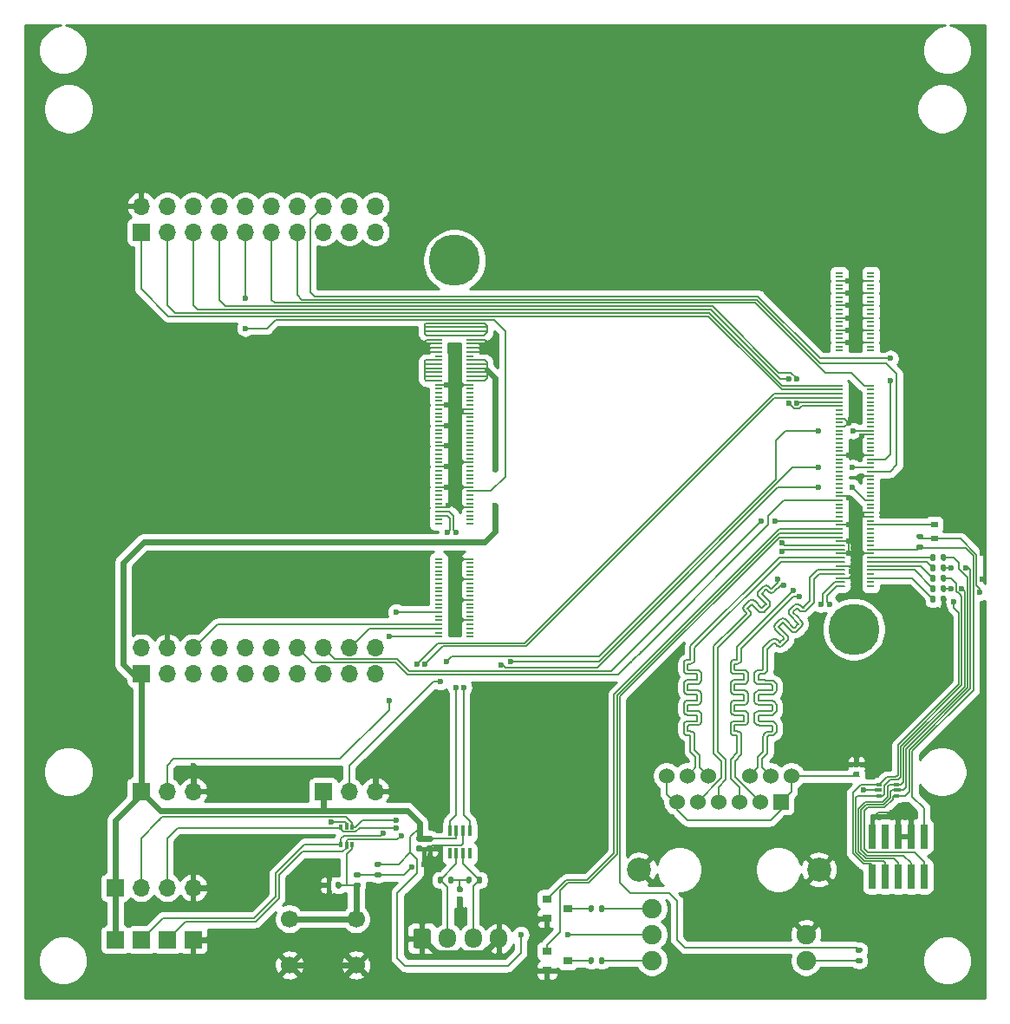
<source format=gbr>
G04 #@! TF.GenerationSoftware,KiCad,Pcbnew,(5.1.9)-1*
G04 #@! TF.CreationDate,2021-04-08T22:59:59+09:00*
G04 #@! TF.ProjectId,EA1176_TiGANBoard,45413131-3736-45f5-9469-47414e426f61,rev?*
G04 #@! TF.SameCoordinates,Original*
G04 #@! TF.FileFunction,Copper,L1,Top*
G04 #@! TF.FilePolarity,Positive*
%FSLAX46Y46*%
G04 Gerber Fmt 4.6, Leading zero omitted, Abs format (unit mm)*
G04 Created by KiCad (PCBNEW (5.1.9)-1) date 2021-04-08 22:59:59*
%MOMM*%
%LPD*%
G01*
G04 APERTURE LIST*
G04 #@! TA.AperFunction,SMDPad,CuDef*
%ADD10R,0.711200X0.228600*%
G04 #@! TD*
G04 #@! TA.AperFunction,ComponentPad*
%ADD11C,5.000000*%
G04 #@! TD*
G04 #@! TA.AperFunction,ComponentPad*
%ADD12O,1.700000X1.700000*%
G04 #@! TD*
G04 #@! TA.AperFunction,ComponentPad*
%ADD13R,1.700000X1.700000*%
G04 #@! TD*
G04 #@! TA.AperFunction,SMDPad,CuDef*
%ADD14R,0.740000X2.400000*%
G04 #@! TD*
G04 #@! TA.AperFunction,ComponentPad*
%ADD15C,1.530000*%
G04 #@! TD*
G04 #@! TA.AperFunction,ComponentPad*
%ADD16R,1.530000X1.530000*%
G04 #@! TD*
G04 #@! TA.AperFunction,ComponentPad*
%ADD17C,1.905000*%
G04 #@! TD*
G04 #@! TA.AperFunction,ComponentPad*
%ADD18C,2.355000*%
G04 #@! TD*
G04 #@! TA.AperFunction,SMDPad,CuDef*
%ADD19R,0.900000X0.800000*%
G04 #@! TD*
G04 #@! TA.AperFunction,ComponentPad*
%ADD20O,1.700000X1.950000*%
G04 #@! TD*
G04 #@! TA.AperFunction,SMDPad,CuDef*
%ADD21R,0.400000X1.060000*%
G04 #@! TD*
G04 #@! TA.AperFunction,ComponentPad*
%ADD22C,1.700000*%
G04 #@! TD*
G04 #@! TA.AperFunction,SMDPad,CuDef*
%ADD23R,0.700000X0.600000*%
G04 #@! TD*
G04 #@! TA.AperFunction,SMDPad,CuDef*
%ADD24R,0.500000X0.375000*%
G04 #@! TD*
G04 #@! TA.AperFunction,SMDPad,CuDef*
%ADD25R,0.650000X0.300000*%
G04 #@! TD*
G04 #@! TA.AperFunction,SMDPad,CuDef*
%ADD26R,0.375000X0.500000*%
G04 #@! TD*
G04 #@! TA.AperFunction,SMDPad,CuDef*
%ADD27R,0.300000X0.650000*%
G04 #@! TD*
G04 #@! TA.AperFunction,ViaPad*
%ADD28C,0.600000*%
G04 #@! TD*
G04 #@! TA.AperFunction,Conductor*
%ADD29C,0.200000*%
G04 #@! TD*
G04 #@! TA.AperFunction,Conductor*
%ADD30C,0.150000*%
G04 #@! TD*
G04 #@! TA.AperFunction,Conductor*
%ADD31C,0.600000*%
G04 #@! TD*
G04 #@! TA.AperFunction,Conductor*
%ADD32C,0.400000*%
G04 #@! TD*
G04 #@! TA.AperFunction,Conductor*
%ADD33C,0.152400*%
G04 #@! TD*
G04 #@! TA.AperFunction,Conductor*
%ADD34C,0.254000*%
G04 #@! TD*
G04 #@! TA.AperFunction,Conductor*
%ADD35C,0.100000*%
G04 #@! TD*
G04 APERTURE END LIST*
D10*
X-31365701Y74823198D03*
X-34445699Y67223201D03*
X-34445699Y75623199D03*
X-31365701Y79623199D03*
X-34445699Y76023199D03*
X-34445699Y62423200D03*
X-31365701Y67623200D03*
X-31365701Y61623202D03*
X-34445699Y68823200D03*
X-34445699Y76823199D03*
X-34445699Y78823198D03*
X-34445699Y78423199D03*
X-34445699Y77223199D03*
X-34445699Y76423200D03*
X-31365701Y70023200D03*
X-34445699Y64823201D03*
X-34445699Y75223200D03*
X-34445699Y74823198D03*
X-31365701Y64423201D03*
X-31365701Y66823199D03*
X-31365701Y64023200D03*
X-31365701Y72023199D03*
X-31365701Y74023200D03*
X-34445699Y70423200D03*
X-34445699Y70023200D03*
X-31365701Y63223201D03*
X-34445699Y78023200D03*
X-31365701Y76823199D03*
X-34445699Y63623201D03*
X-31365701Y60423202D03*
X-31365701Y60823201D03*
X-31365701Y79223200D03*
X-31365701Y78423199D03*
X-31365701Y69223199D03*
X-34445699Y77623198D03*
X-31365701Y78023200D03*
X-31365701Y71223201D03*
X-34445699Y69223199D03*
X-34445699Y72423201D03*
X-31365701Y62823200D03*
X-31365701Y73623198D03*
X-34445699Y63223201D03*
X-34445699Y64023200D03*
X-31365701Y64823201D03*
X-34445699Y79223200D03*
X-34445699Y70823199D03*
X-31365701Y78823198D03*
X-31365701Y61223200D03*
X-31365701Y75623199D03*
X-34445699Y60423202D03*
X-34445699Y61223200D03*
X-31365701Y77223199D03*
X-34445699Y79623199D03*
X-31365701Y66023201D03*
X-31365701Y70823199D03*
X-31365701Y70423200D03*
X-31365701Y69623199D03*
X-31365701Y77623198D03*
X-31365701Y63623201D03*
X-31365701Y76423200D03*
X-34445699Y68423201D03*
X-34445699Y62823200D03*
X-31365701Y68423201D03*
X-34445699Y69623199D03*
X-34445699Y64423201D03*
X-34445699Y74423199D03*
X-34445699Y60823201D03*
X-34445699Y71623200D03*
X-34445699Y74023200D03*
X-31365701Y76023199D03*
X-31365701Y75223200D03*
X-31365701Y65223200D03*
X-34445699Y65623202D03*
X-31365701Y73223199D03*
X-31365701Y80023198D03*
X-34445699Y80023198D03*
X-34445699Y72823200D03*
X-34445699Y66823199D03*
X-34445699Y71223201D03*
X-31365701Y67223201D03*
X-34445699Y62023201D03*
X-34445699Y72023199D03*
X-34445699Y73223199D03*
X-31365701Y68823200D03*
X-34445699Y68023199D03*
X-31365701Y65623202D03*
X-31365701Y74423199D03*
X-34445699Y66423200D03*
X-31365701Y62023201D03*
X-31365701Y72423201D03*
X-31365701Y68023199D03*
X-34445699Y66023201D03*
X-34445699Y67623200D03*
X-34445699Y73623198D03*
X-31365701Y62423200D03*
X-31365701Y66423200D03*
X-34445699Y65223200D03*
X-34445699Y61623202D03*
X-31365701Y71623200D03*
X-31365701Y72823200D03*
X-34445699Y53005200D03*
X-31365701Y56205199D03*
X-31365701Y49405200D03*
X-34445699Y53405200D03*
X-31365701Y55405201D03*
X-31365701Y52205199D03*
X-31365701Y53405200D03*
X-31365701Y53805199D03*
X-34445699Y49805199D03*
X-34445699Y55005199D03*
X-34445699Y51005199D03*
X-34445699Y54605200D03*
X-34445699Y50205201D03*
X-34445699Y55405201D03*
X-31365701Y57005200D03*
X-34445699Y55805200D03*
X-31365701Y54205201D03*
X-34445699Y57005200D03*
X-31365701Y55005199D03*
X-31365701Y49805199D03*
X-31365701Y53005200D03*
X-34445699Y49405200D03*
X-31365701Y51805200D03*
X-31365701Y54605200D03*
X-34445699Y52605201D03*
X-34445699Y53805199D03*
X-31365701Y50605200D03*
X-34445699Y52205199D03*
X-34445699Y56205199D03*
X-31365701Y56605198D03*
X-31365701Y52605201D03*
X-31365701Y50205201D03*
X-34445699Y51405201D03*
X-34445699Y51805200D03*
X-31365701Y51005199D03*
X-34445699Y50605200D03*
X-31365701Y55805200D03*
X-34445699Y56605198D03*
X-31365701Y51405201D03*
X-34445699Y54205201D03*
X4670301Y69927199D03*
X4670301Y55127200D03*
X7750299Y61527200D03*
X7750299Y55527202D03*
X4670301Y64727199D03*
X4670301Y69127200D03*
X7750299Y73527199D03*
X4670301Y63927200D03*
X4670301Y61127201D03*
X7750299Y68727198D03*
X7750299Y67127199D03*
X7750299Y69527199D03*
X4670301Y73127200D03*
X7750299Y73127200D03*
X4670301Y54327202D03*
X4670301Y72327199D03*
X4670301Y69527199D03*
X7750299Y73927198D03*
X4670301Y72727198D03*
X4670301Y64327200D03*
X4670301Y71527198D03*
X7750299Y57527201D03*
X4670301Y71127199D03*
X4670301Y56327200D03*
X4670301Y58727201D03*
X4670301Y62727200D03*
X4670301Y70327200D03*
X4670301Y70727199D03*
X7750299Y70727199D03*
X4670301Y54727201D03*
X7750299Y72327199D03*
X4670301Y58327201D03*
X7750299Y69127200D03*
X7750299Y64327200D03*
X7750299Y56327200D03*
X4670301Y56727200D03*
X4670301Y66327201D03*
X7750299Y63527199D03*
X4670301Y65527200D03*
X7750299Y59127200D03*
X4670301Y63527199D03*
X4670301Y66727200D03*
X4670301Y65127201D03*
X7750299Y59527202D03*
X7750299Y62327201D03*
X4670301Y60727199D03*
X4670301Y55927201D03*
X4670301Y61527200D03*
X7750299Y71527198D03*
X7750299Y70327200D03*
X4670301Y60327200D03*
X7750299Y69927199D03*
X7750299Y54727201D03*
X4670301Y67527198D03*
X7750299Y61927199D03*
X7750299Y67927200D03*
X7750299Y54327202D03*
X7750299Y71927200D03*
X7750299Y65927199D03*
X7750299Y65527200D03*
X4670301Y62327201D03*
X7750299Y68327199D03*
X7750299Y66327201D03*
X7750299Y55927201D03*
X4670301Y73527199D03*
X7750299Y58327201D03*
X4670301Y73927198D03*
X4670301Y63127199D03*
X7750299Y63927200D03*
X7750299Y72727198D03*
X4670301Y57927200D03*
X7750299Y56727200D03*
X4670301Y59127200D03*
X7750299Y64727199D03*
X7750299Y59927201D03*
X4670301Y68727198D03*
X7750299Y58727201D03*
X7750299Y57927200D03*
X7750299Y60727199D03*
X7750299Y57127201D03*
X4670301Y55527202D03*
X4670301Y59527202D03*
X7750299Y67527198D03*
X4670301Y67927200D03*
X7750299Y63127199D03*
X4670301Y57127201D03*
X7750299Y61127201D03*
X4670301Y65927199D03*
X7750299Y60327200D03*
X7750299Y65127201D03*
X4670301Y61927199D03*
X4670301Y71927200D03*
X4670301Y57527201D03*
X7750299Y71127199D03*
X4670301Y68327199D03*
X7750299Y55127200D03*
X4670301Y67127199D03*
X4670301Y59927201D03*
X7750299Y66727200D03*
X7750299Y62727200D03*
X4670301Y80945200D03*
X7750299Y84145199D03*
X7750299Y77345200D03*
X4670301Y81345200D03*
X7750299Y83345201D03*
X7750299Y80145199D03*
X7750299Y81345200D03*
X7750299Y81745199D03*
X4670301Y77745199D03*
X4670301Y82945199D03*
X4670301Y78945199D03*
X4670301Y82545200D03*
X4670301Y78145201D03*
X4670301Y83345201D03*
X7750299Y84945200D03*
X4670301Y83745200D03*
X7750299Y82145201D03*
X4670301Y84945200D03*
X7750299Y82945199D03*
X7750299Y77745199D03*
X7750299Y80945200D03*
X4670301Y77345200D03*
X7750299Y79745200D03*
X7750299Y82545200D03*
X4670301Y80545201D03*
X4670301Y81745199D03*
X7750299Y78545200D03*
X4670301Y80145199D03*
X4670301Y84145199D03*
X7750299Y84545198D03*
X7750299Y80545201D03*
X7750299Y78145201D03*
X4670301Y79345201D03*
X4670301Y79745200D03*
X7750299Y78945199D03*
X4670301Y78545200D03*
X7750299Y83745200D03*
X4670301Y84545198D03*
X7750299Y79345201D03*
X4670301Y82145201D03*
D11*
X-32905700Y86148200D03*
X6094300Y50148200D03*
D12*
X-43165000Y91470000D03*
X-40625000Y91470000D03*
X-43165000Y88930000D03*
X-40625000Y88930000D03*
X-58405000Y88930000D03*
X-45705000Y91470000D03*
X-45705000Y88930000D03*
X-48245000Y91470000D03*
X-48245000Y88930000D03*
X-50785000Y91470000D03*
X-63485000Y91470000D03*
X-50785000Y88930000D03*
X-53325000Y91470000D03*
X-60945000Y91470000D03*
X-53325000Y88930000D03*
X-55865000Y91470000D03*
X-55865000Y88930000D03*
X-58405000Y91470000D03*
X-60945000Y88930000D03*
D13*
X-63485000Y88930000D03*
D12*
X-58405000Y45790000D03*
X-45705000Y45790000D03*
X-50785000Y48330000D03*
X-43165000Y48330000D03*
X-48245000Y45790000D03*
X-40625000Y45790000D03*
X-55865000Y45790000D03*
D13*
X-63485000Y45790000D03*
D12*
X-45705000Y48330000D03*
X-60945000Y45790000D03*
X-48245000Y48330000D03*
X-43165000Y45790000D03*
X-58405000Y48330000D03*
X-55865000Y48330000D03*
X-50785000Y45790000D03*
X-40625000Y48330000D03*
X-53325000Y45790000D03*
X-60945000Y48330000D03*
X-53325000Y48330000D03*
X-63485000Y48330000D03*
D14*
X7874000Y25990000D03*
X7874000Y29890000D03*
X9144000Y25990000D03*
X9144000Y29890000D03*
X10414000Y25990000D03*
X10414000Y29890000D03*
X11684000Y25990000D03*
X11684000Y29890000D03*
X12954000Y25990000D03*
X12954000Y29890000D03*
G04 #@! TA.AperFunction,SMDPad,CuDef*
G36*
G01*
X6520000Y36649000D02*
X6180000Y36649000D01*
G75*
G02*
X6040000Y36789000I0J140000D01*
G01*
X6040000Y37069000D01*
G75*
G02*
X6180000Y37209000I140000J0D01*
G01*
X6520000Y37209000D01*
G75*
G02*
X6660000Y37069000I0J-140000D01*
G01*
X6660000Y36789000D01*
G75*
G02*
X6520000Y36649000I-140000J0D01*
G01*
G37*
G04 #@! TD.AperFunction*
G04 #@! TA.AperFunction,SMDPad,CuDef*
G36*
G01*
X6520000Y35689000D02*
X6180000Y35689000D01*
G75*
G02*
X6040000Y35829000I0J140000D01*
G01*
X6040000Y36109000D01*
G75*
G02*
X6180000Y36249000I140000J0D01*
G01*
X6520000Y36249000D01*
G75*
G02*
X6660000Y36109000I0J-140000D01*
G01*
X6660000Y35829000D01*
G75*
G02*
X6520000Y35689000I-140000J0D01*
G01*
G37*
G04 #@! TD.AperFunction*
D15*
X-12192000Y35814000D03*
X0Y35814000D03*
X-11176000Y33274000D03*
D16*
X-1016000Y33274000D03*
D17*
X-13614400Y17780000D03*
D15*
X-4064000Y35814000D03*
X-2032000Y35814000D03*
X-5080000Y33274000D03*
X-3048000Y33274000D03*
D17*
X-13614400Y20320000D03*
X-13614400Y22860000D03*
X1422400Y17780000D03*
X1422400Y20320000D03*
D15*
X-7112000Y33274000D03*
X-8128000Y35814000D03*
X-9144000Y33274000D03*
X-10160000Y35814000D03*
D18*
X-14884400Y26670000D03*
X2692400Y26670000D03*
D19*
X-21860000Y17780000D03*
X-23860000Y16830000D03*
X-23860000Y18730000D03*
X-23860000Y23810000D03*
X-23860000Y21910000D03*
X-21860000Y22860000D03*
G04 #@! TA.AperFunction,SMDPad,CuDef*
G36*
G01*
X-18270000Y17965000D02*
X-18270000Y17595000D01*
G75*
G02*
X-18405000Y17460000I-135000J0D01*
G01*
X-18675000Y17460000D01*
G75*
G02*
X-18810000Y17595000I0J135000D01*
G01*
X-18810000Y17965000D01*
G75*
G02*
X-18675000Y18100000I135000J0D01*
G01*
X-18405000Y18100000D01*
G75*
G02*
X-18270000Y17965000I0J-135000D01*
G01*
G37*
G04 #@! TD.AperFunction*
G04 #@! TA.AperFunction,SMDPad,CuDef*
G36*
G01*
X-19290000Y17965000D02*
X-19290000Y17595000D01*
G75*
G02*
X-19425000Y17460000I-135000J0D01*
G01*
X-19695000Y17460000D01*
G75*
G02*
X-19830000Y17595000I0J135000D01*
G01*
X-19830000Y17965000D01*
G75*
G02*
X-19695000Y18100000I135000J0D01*
G01*
X-19425000Y18100000D01*
G75*
G02*
X-19290000Y17965000I0J-135000D01*
G01*
G37*
G04 #@! TD.AperFunction*
G04 #@! TA.AperFunction,SMDPad,CuDef*
G36*
G01*
X-19290000Y23045000D02*
X-19290000Y22675000D01*
G75*
G02*
X-19425000Y22540000I-135000J0D01*
G01*
X-19695000Y22540000D01*
G75*
G02*
X-19830000Y22675000I0J135000D01*
G01*
X-19830000Y23045000D01*
G75*
G02*
X-19695000Y23180000I135000J0D01*
G01*
X-19425000Y23180000D01*
G75*
G02*
X-19290000Y23045000I0J-135000D01*
G01*
G37*
G04 #@! TD.AperFunction*
G04 #@! TA.AperFunction,SMDPad,CuDef*
G36*
G01*
X-18270000Y23045000D02*
X-18270000Y22675000D01*
G75*
G02*
X-18405000Y22540000I-135000J0D01*
G01*
X-18675000Y22540000D01*
G75*
G02*
X-18810000Y22675000I0J135000D01*
G01*
X-18810000Y23045000D01*
G75*
G02*
X-18675000Y23180000I135000J0D01*
G01*
X-18405000Y23180000D01*
G75*
G02*
X-18270000Y23045000I0J-135000D01*
G01*
G37*
G04 #@! TD.AperFunction*
G04 #@! TA.AperFunction,SMDPad,CuDef*
G36*
G01*
X6789000Y18528000D02*
X6419000Y18528000D01*
G75*
G02*
X6284000Y18663000I0J135000D01*
G01*
X6284000Y18933000D01*
G75*
G02*
X6419000Y19068000I135000J0D01*
G01*
X6789000Y19068000D01*
G75*
G02*
X6924000Y18933000I0J-135000D01*
G01*
X6924000Y18663000D01*
G75*
G02*
X6789000Y18528000I-135000J0D01*
G01*
G37*
G04 #@! TD.AperFunction*
G04 #@! TA.AperFunction,SMDPad,CuDef*
G36*
G01*
X6789000Y17508000D02*
X6419000Y17508000D01*
G75*
G02*
X6284000Y17643000I0J135000D01*
G01*
X6284000Y17913000D01*
G75*
G02*
X6419000Y18048000I135000J0D01*
G01*
X6789000Y18048000D01*
G75*
G02*
X6924000Y17913000I0J-135000D01*
G01*
X6924000Y17643000D01*
G75*
G02*
X6789000Y17508000I-135000J0D01*
G01*
G37*
G04 #@! TD.AperFunction*
G04 #@! TA.AperFunction,SMDPad,CuDef*
G36*
G01*
X-36152000Y29410000D02*
X-36492000Y29410000D01*
G75*
G02*
X-36632000Y29550000I0J140000D01*
G01*
X-36632000Y29830000D01*
G75*
G02*
X-36492000Y29970000I140000J0D01*
G01*
X-36152000Y29970000D01*
G75*
G02*
X-36012000Y29830000I0J-140000D01*
G01*
X-36012000Y29550000D01*
G75*
G02*
X-36152000Y29410000I-140000J0D01*
G01*
G37*
G04 #@! TD.AperFunction*
G04 #@! TA.AperFunction,SMDPad,CuDef*
G36*
G01*
X-36152000Y28450000D02*
X-36492000Y28450000D01*
G75*
G02*
X-36632000Y28590000I0J140000D01*
G01*
X-36632000Y28870000D01*
G75*
G02*
X-36492000Y29010000I140000J0D01*
G01*
X-36152000Y29010000D01*
G75*
G02*
X-36012000Y28870000I0J-140000D01*
G01*
X-36012000Y28590000D01*
G75*
G02*
X-36152000Y28450000I-140000J0D01*
G01*
G37*
G04 #@! TD.AperFunction*
G04 #@! TA.AperFunction,SMDPad,CuDef*
G36*
G01*
X-35136000Y29410000D02*
X-35476000Y29410000D01*
G75*
G02*
X-35616000Y29550000I0J140000D01*
G01*
X-35616000Y29830000D01*
G75*
G02*
X-35476000Y29970000I140000J0D01*
G01*
X-35136000Y29970000D01*
G75*
G02*
X-34996000Y29830000I0J-140000D01*
G01*
X-34996000Y29550000D01*
G75*
G02*
X-35136000Y29410000I-140000J0D01*
G01*
G37*
G04 #@! TD.AperFunction*
G04 #@! TA.AperFunction,SMDPad,CuDef*
G36*
G01*
X-35136000Y28450000D02*
X-35476000Y28450000D01*
G75*
G02*
X-35616000Y28590000I0J140000D01*
G01*
X-35616000Y28870000D01*
G75*
G02*
X-35476000Y29010000I140000J0D01*
G01*
X-35136000Y29010000D01*
G75*
G02*
X-34996000Y28870000I0J-140000D01*
G01*
X-34996000Y28590000D01*
G75*
G02*
X-35136000Y28450000I-140000J0D01*
G01*
G37*
G04 #@! TD.AperFunction*
G04 #@! TA.AperFunction,SMDPad,CuDef*
G36*
G01*
X-32215000Y23497000D02*
X-32555000Y23497000D01*
G75*
G02*
X-32695000Y23637000I0J140000D01*
G01*
X-32695000Y23917000D01*
G75*
G02*
X-32555000Y24057000I140000J0D01*
G01*
X-32215000Y24057000D01*
G75*
G02*
X-32075000Y23917000I0J-140000D01*
G01*
X-32075000Y23637000D01*
G75*
G02*
X-32215000Y23497000I-140000J0D01*
G01*
G37*
G04 #@! TD.AperFunction*
G04 #@! TA.AperFunction,SMDPad,CuDef*
G36*
G01*
X-32215000Y24457000D02*
X-32555000Y24457000D01*
G75*
G02*
X-32695000Y24597000I0J140000D01*
G01*
X-32695000Y24877000D01*
G75*
G02*
X-32555000Y25017000I140000J0D01*
G01*
X-32215000Y25017000D01*
G75*
G02*
X-32075000Y24877000I0J-140000D01*
G01*
X-32075000Y24597000D01*
G75*
G02*
X-32215000Y24457000I-140000J0D01*
G01*
G37*
G04 #@! TD.AperFunction*
D12*
X-40640000Y34290000D03*
X-43180000Y34290000D03*
D13*
X-45720000Y34290000D03*
D20*
X-28568000Y19939000D03*
X-31068000Y19939000D03*
X-33568000Y19939000D03*
G04 #@! TA.AperFunction,ComponentPad*
G36*
G01*
X-36918000Y19214000D02*
X-36918000Y20664000D01*
G75*
G02*
X-36668000Y20914000I250000J0D01*
G01*
X-35468000Y20914000D01*
G75*
G02*
X-35218000Y20664000I0J-250000D01*
G01*
X-35218000Y19214000D01*
G75*
G02*
X-35468000Y18964000I-250000J0D01*
G01*
X-36668000Y18964000D01*
G75*
G02*
X-36918000Y19214000I0J250000D01*
G01*
G37*
G04 #@! TD.AperFunction*
G04 #@! TA.AperFunction,SMDPad,CuDef*
G36*
G01*
X-31228000Y25839000D02*
X-31228000Y25469000D01*
G75*
G02*
X-31363000Y25334000I-135000J0D01*
G01*
X-31633000Y25334000D01*
G75*
G02*
X-31768000Y25469000I0J135000D01*
G01*
X-31768000Y25839000D01*
G75*
G02*
X-31633000Y25974000I135000J0D01*
G01*
X-31363000Y25974000D01*
G75*
G02*
X-31228000Y25839000I0J-135000D01*
G01*
G37*
G04 #@! TD.AperFunction*
G04 #@! TA.AperFunction,SMDPad,CuDef*
G36*
G01*
X-30208000Y25839000D02*
X-30208000Y25469000D01*
G75*
G02*
X-30343000Y25334000I-135000J0D01*
G01*
X-30613000Y25334000D01*
G75*
G02*
X-30748000Y25469000I0J135000D01*
G01*
X-30748000Y25839000D01*
G75*
G02*
X-30613000Y25974000I135000J0D01*
G01*
X-30343000Y25974000D01*
G75*
G02*
X-30208000Y25839000I0J-135000D01*
G01*
G37*
G04 #@! TD.AperFunction*
G04 #@! TA.AperFunction,SMDPad,CuDef*
G36*
G01*
X-33002000Y25839000D02*
X-33002000Y25469000D01*
G75*
G02*
X-33137000Y25334000I-135000J0D01*
G01*
X-33407000Y25334000D01*
G75*
G02*
X-33542000Y25469000I0J135000D01*
G01*
X-33542000Y25839000D01*
G75*
G02*
X-33407000Y25974000I135000J0D01*
G01*
X-33137000Y25974000D01*
G75*
G02*
X-33002000Y25839000I0J-135000D01*
G01*
G37*
G04 #@! TD.AperFunction*
G04 #@! TA.AperFunction,SMDPad,CuDef*
G36*
G01*
X-34022000Y25839000D02*
X-34022000Y25469000D01*
G75*
G02*
X-34157000Y25334000I-135000J0D01*
G01*
X-34427000Y25334000D01*
G75*
G02*
X-34562000Y25469000I0J135000D01*
G01*
X-34562000Y25839000D01*
G75*
G02*
X-34427000Y25974000I135000J0D01*
G01*
X-34157000Y25974000D01*
G75*
G02*
X-34022000Y25839000I0J-135000D01*
G01*
G37*
G04 #@! TD.AperFunction*
D21*
X-31405000Y28237000D03*
X-32055000Y28237000D03*
X-32715000Y28237000D03*
X-33365000Y28237000D03*
X-33365000Y30437000D03*
X-32715000Y30437000D03*
X-32055000Y30437000D03*
X-31405000Y30437000D03*
D12*
X-58420000Y34290000D03*
X-60960000Y34290000D03*
D13*
X-63500000Y34290000D03*
X-66040000Y19812000D03*
X-60960000Y19812000D03*
X-63500000Y19812000D03*
X-58420000Y19812000D03*
G04 #@! TA.AperFunction,SMDPad,CuDef*
G36*
G01*
X-44904000Y25316000D02*
X-44904000Y24976000D01*
G75*
G02*
X-45044000Y24836000I-140000J0D01*
G01*
X-45324000Y24836000D01*
G75*
G02*
X-45464000Y24976000I0J140000D01*
G01*
X-45464000Y25316000D01*
G75*
G02*
X-45324000Y25456000I140000J0D01*
G01*
X-45044000Y25456000D01*
G75*
G02*
X-44904000Y25316000I0J-140000D01*
G01*
G37*
G04 #@! TD.AperFunction*
G04 #@! TA.AperFunction,SMDPad,CuDef*
G36*
G01*
X-43944000Y25316000D02*
X-43944000Y24976000D01*
G75*
G02*
X-44084000Y24836000I-140000J0D01*
G01*
X-44364000Y24836000D01*
G75*
G02*
X-44504000Y24976000I0J140000D01*
G01*
X-44504000Y25316000D01*
G75*
G02*
X-44364000Y25456000I140000J0D01*
G01*
X-44084000Y25456000D01*
G75*
G02*
X-43944000Y25316000I0J-140000D01*
G01*
G37*
G04 #@! TD.AperFunction*
G04 #@! TA.AperFunction,SMDPad,CuDef*
G36*
G01*
X-40201000Y26910000D02*
X-40571000Y26910000D01*
G75*
G02*
X-40706000Y27045000I0J135000D01*
G01*
X-40706000Y27315000D01*
G75*
G02*
X-40571000Y27450000I135000J0D01*
G01*
X-40201000Y27450000D01*
G75*
G02*
X-40066000Y27315000I0J-135000D01*
G01*
X-40066000Y27045000D01*
G75*
G02*
X-40201000Y26910000I-135000J0D01*
G01*
G37*
G04 #@! TD.AperFunction*
G04 #@! TA.AperFunction,SMDPad,CuDef*
G36*
G01*
X-40201000Y25890000D02*
X-40571000Y25890000D01*
G75*
G02*
X-40706000Y26025000I0J135000D01*
G01*
X-40706000Y26295000D01*
G75*
G02*
X-40571000Y26430000I135000J0D01*
G01*
X-40201000Y26430000D01*
G75*
G02*
X-40066000Y26295000I0J-135000D01*
G01*
X-40066000Y26025000D01*
G75*
G02*
X-40201000Y25890000I-135000J0D01*
G01*
G37*
G04 #@! TD.AperFunction*
G04 #@! TA.AperFunction,SMDPad,CuDef*
G36*
G01*
X-42233000Y24859001D02*
X-42603000Y24859001D01*
G75*
G02*
X-42738000Y24994001I0J135000D01*
G01*
X-42738000Y25264001D01*
G75*
G02*
X-42603000Y25399001I135000J0D01*
G01*
X-42233000Y25399001D01*
G75*
G02*
X-42098000Y25264001I0J-135000D01*
G01*
X-42098000Y24994001D01*
G75*
G02*
X-42233000Y24859001I-135000J0D01*
G01*
G37*
G04 #@! TD.AperFunction*
G04 #@! TA.AperFunction,SMDPad,CuDef*
G36*
G01*
X-42233000Y25879001D02*
X-42603000Y25879001D01*
G75*
G02*
X-42738000Y26014001I0J135000D01*
G01*
X-42738000Y26284001D01*
G75*
G02*
X-42603000Y26419001I135000J0D01*
G01*
X-42233000Y26419001D01*
G75*
G02*
X-42098000Y26284001I0J-135000D01*
G01*
X-42098000Y26014001D01*
G75*
G02*
X-42233000Y25879001I-135000J0D01*
G01*
G37*
G04 #@! TD.AperFunction*
D22*
X-49022000Y21844000D03*
X-42522000Y21844000D03*
X-49022000Y17344000D03*
X-42522000Y17344000D03*
D23*
X13970000Y58990000D03*
X13970000Y60390000D03*
G04 #@! TA.AperFunction,SMDPad,CuDef*
G36*
G01*
X12388000Y58434000D02*
X12758000Y58434000D01*
G75*
G02*
X12893000Y58299000I0J-135000D01*
G01*
X12893000Y58029000D01*
G75*
G02*
X12758000Y57894000I-135000J0D01*
G01*
X12388000Y57894000D01*
G75*
G02*
X12253000Y58029000I0J135000D01*
G01*
X12253000Y58299000D01*
G75*
G02*
X12388000Y58434000I135000J0D01*
G01*
G37*
G04 #@! TD.AperFunction*
G04 #@! TA.AperFunction,SMDPad,CuDef*
G36*
G01*
X12388000Y59454000D02*
X12758000Y59454000D01*
G75*
G02*
X12893000Y59319000I0J-135000D01*
G01*
X12893000Y59049000D01*
G75*
G02*
X12758000Y58914000I-135000J0D01*
G01*
X12388000Y58914000D01*
G75*
G02*
X12253000Y59049000I0J135000D01*
G01*
X12253000Y59319000D01*
G75*
G02*
X12388000Y59454000I135000J0D01*
G01*
G37*
G04 #@! TD.AperFunction*
G04 #@! TA.AperFunction,SMDPad,CuDef*
G36*
G01*
X14591000Y56965000D02*
X14591000Y57335000D01*
G75*
G02*
X14726000Y57470000I135000J0D01*
G01*
X14996000Y57470000D01*
G75*
G02*
X15131000Y57335000I0J-135000D01*
G01*
X15131000Y56965000D01*
G75*
G02*
X14996000Y56830000I-135000J0D01*
G01*
X14726000Y56830000D01*
G75*
G02*
X14591000Y56965000I0J135000D01*
G01*
G37*
G04 #@! TD.AperFunction*
G04 #@! TA.AperFunction,SMDPad,CuDef*
G36*
G01*
X13571000Y56965000D02*
X13571000Y57335000D01*
G75*
G02*
X13706000Y57470000I135000J0D01*
G01*
X13976000Y57470000D01*
G75*
G02*
X14111000Y57335000I0J-135000D01*
G01*
X14111000Y56965000D01*
G75*
G02*
X13976000Y56830000I-135000J0D01*
G01*
X13706000Y56830000D01*
G75*
G02*
X13571000Y56965000I0J135000D01*
G01*
G37*
G04 #@! TD.AperFunction*
G04 #@! TA.AperFunction,SMDPad,CuDef*
G36*
G01*
X13571000Y55949000D02*
X13571000Y56319000D01*
G75*
G02*
X13706000Y56454000I135000J0D01*
G01*
X13976000Y56454000D01*
G75*
G02*
X14111000Y56319000I0J-135000D01*
G01*
X14111000Y55949000D01*
G75*
G02*
X13976000Y55814000I-135000J0D01*
G01*
X13706000Y55814000D01*
G75*
G02*
X13571000Y55949000I0J135000D01*
G01*
G37*
G04 #@! TD.AperFunction*
G04 #@! TA.AperFunction,SMDPad,CuDef*
G36*
G01*
X14591000Y55949000D02*
X14591000Y56319000D01*
G75*
G02*
X14726000Y56454000I135000J0D01*
G01*
X14996000Y56454000D01*
G75*
G02*
X15131000Y56319000I0J-135000D01*
G01*
X15131000Y55949000D01*
G75*
G02*
X14996000Y55814000I-135000J0D01*
G01*
X14726000Y55814000D01*
G75*
G02*
X14591000Y55949000I0J135000D01*
G01*
G37*
G04 #@! TD.AperFunction*
G04 #@! TA.AperFunction,SMDPad,CuDef*
G36*
G01*
X14591000Y53917000D02*
X14591000Y54287000D01*
G75*
G02*
X14726000Y54422000I135000J0D01*
G01*
X14996000Y54422000D01*
G75*
G02*
X15131000Y54287000I0J-135000D01*
G01*
X15131000Y53917000D01*
G75*
G02*
X14996000Y53782000I-135000J0D01*
G01*
X14726000Y53782000D01*
G75*
G02*
X14591000Y53917000I0J135000D01*
G01*
G37*
G04 #@! TD.AperFunction*
G04 #@! TA.AperFunction,SMDPad,CuDef*
G36*
G01*
X13571000Y53917000D02*
X13571000Y54287000D01*
G75*
G02*
X13706000Y54422000I135000J0D01*
G01*
X13976000Y54422000D01*
G75*
G02*
X14111000Y54287000I0J-135000D01*
G01*
X14111000Y53917000D01*
G75*
G02*
X13976000Y53782000I-135000J0D01*
G01*
X13706000Y53782000D01*
G75*
G02*
X13571000Y53917000I0J135000D01*
G01*
G37*
G04 #@! TD.AperFunction*
G04 #@! TA.AperFunction,SMDPad,CuDef*
G36*
G01*
X13571000Y54933000D02*
X13571000Y55303000D01*
G75*
G02*
X13706000Y55438000I135000J0D01*
G01*
X13976000Y55438000D01*
G75*
G02*
X14111000Y55303000I0J-135000D01*
G01*
X14111000Y54933000D01*
G75*
G02*
X13976000Y54798000I-135000J0D01*
G01*
X13706000Y54798000D01*
G75*
G02*
X13571000Y54933000I0J135000D01*
G01*
G37*
G04 #@! TD.AperFunction*
G04 #@! TA.AperFunction,SMDPad,CuDef*
G36*
G01*
X14591000Y54933000D02*
X14591000Y55303000D01*
G75*
G02*
X14726000Y55438000I135000J0D01*
G01*
X14996000Y55438000D01*
G75*
G02*
X15131000Y55303000I0J-135000D01*
G01*
X15131000Y54933000D01*
G75*
G02*
X14996000Y54798000I-135000J0D01*
G01*
X14726000Y54798000D01*
G75*
G02*
X14591000Y54933000I0J135000D01*
G01*
G37*
G04 #@! TD.AperFunction*
G04 #@! TA.AperFunction,SMDPad,CuDef*
G36*
G01*
X14591000Y52901000D02*
X14591000Y53271000D01*
G75*
G02*
X14726000Y53406000I135000J0D01*
G01*
X14996000Y53406000D01*
G75*
G02*
X15131000Y53271000I0J-135000D01*
G01*
X15131000Y52901000D01*
G75*
G02*
X14996000Y52766000I-135000J0D01*
G01*
X14726000Y52766000D01*
G75*
G02*
X14591000Y52901000I0J135000D01*
G01*
G37*
G04 #@! TD.AperFunction*
G04 #@! TA.AperFunction,SMDPad,CuDef*
G36*
G01*
X13571000Y52901000D02*
X13571000Y53271000D01*
G75*
G02*
X13706000Y53406000I135000J0D01*
G01*
X13976000Y53406000D01*
G75*
G02*
X14111000Y53271000I0J-135000D01*
G01*
X14111000Y52901000D01*
G75*
G02*
X13976000Y52766000I-135000J0D01*
G01*
X13706000Y52766000D01*
G75*
G02*
X13571000Y52901000I0J135000D01*
G01*
G37*
G04 #@! TD.AperFunction*
D24*
X10248000Y34954500D03*
X10248000Y33879500D03*
D25*
X8473000Y34417000D03*
X10323000Y34417000D03*
D24*
X8548000Y33879500D03*
X8548000Y34954500D03*
D26*
X-42896500Y29122000D03*
X-43971500Y29122000D03*
D27*
X-43434000Y30897000D03*
X-43434000Y29047000D03*
D26*
X-43971500Y30822000D03*
X-42896500Y30822000D03*
D12*
X-58420000Y24892000D03*
X-60960000Y24892000D03*
X-63500000Y24892000D03*
D13*
X-66040000Y24892000D03*
D28*
X-38608000Y51816000D03*
X-39878000Y30226000D03*
X-39304300Y49405200D03*
X-39304300Y43182200D03*
X6027199Y69527199D03*
X2608801Y69527199D03*
X-33655000Y46990000D03*
X-34290000Y45021500D03*
X5913899Y64008000D03*
X2667000Y64008000D03*
X-28384500Y46609000D03*
X-38100000Y29972000D03*
X-2921000Y60731400D03*
X-1625600Y60731400D03*
X9652000Y74422000D03*
X9652000Y76581000D03*
X-53320000Y82491840D03*
X-53320000Y79522000D03*
X508000Y74612500D03*
X508000Y72199500D03*
X-254000Y74612500D03*
X-254000Y72199500D03*
X6861799Y57527201D03*
X5588000Y57527201D03*
X5588000Y58727201D03*
X6858000Y61341000D03*
X5585800Y60327200D03*
X5588000Y62992000D03*
X6881799Y65127201D03*
X5643801Y67127199D03*
X6913801Y67127199D03*
X6858000Y68961000D03*
X6817799Y78145201D03*
X5547799Y78145201D03*
X5558201Y79345201D03*
X6828201Y79345201D03*
X6830799Y80545201D03*
X6802199Y84145199D03*
X6815199Y82945199D03*
X6815199Y81745199D03*
X5560799Y84145199D03*
X5560799Y82945199D03*
X5560799Y81745199D03*
X5560799Y80545201D03*
X-35814000Y77851000D03*
X-29732398Y77836602D03*
X-33655000Y74023200D03*
X-32258000Y74023200D03*
X-32258000Y71437500D03*
X-32258000Y66421000D03*
X-32258000Y64008000D03*
X-32258000Y62039500D03*
X-33655000Y72023199D03*
X-33655000Y70023200D03*
X-33655000Y68023199D03*
X-33655000Y66023201D03*
X-33655000Y64023200D03*
X-32258000Y51005199D03*
X-32258000Y53005200D03*
X-32258000Y55005199D03*
X-32258000Y57005200D03*
X-25400000Y19304000D03*
X-40640000Y36830000D03*
X-58420000Y36830000D03*
X-55880000Y19812000D03*
X-32263010Y18536990D03*
X-32385000Y22860000D03*
X-33528000Y62230000D03*
X-35842000Y27206000D03*
X-46228000Y25146000D03*
X-45775000Y17344000D03*
X5588000Y70289298D03*
X18669000Y14351000D03*
X18669000Y16891000D03*
X18669000Y19431000D03*
X18669000Y21971000D03*
X18669000Y24511000D03*
X18669000Y27051000D03*
X18669000Y29591000D03*
X18669000Y32131000D03*
X18669000Y34671000D03*
X18669000Y37211000D03*
X18669000Y39751000D03*
X18669000Y42291000D03*
X18669000Y44831000D03*
X18669000Y47371000D03*
X18669000Y49911000D03*
X18669000Y52451000D03*
X18669000Y54991000D03*
X18669000Y57531000D03*
X18669000Y60071000D03*
X18669000Y62611000D03*
X18669000Y65151000D03*
X18669000Y67691000D03*
X18669000Y70231000D03*
X18669000Y72771000D03*
X18669000Y75311000D03*
X18669000Y77851000D03*
X18669000Y80391000D03*
X18669000Y82931000D03*
X18669000Y85471000D03*
X18669000Y88011000D03*
X18669000Y90551000D03*
X18669000Y93091000D03*
X18669000Y95631000D03*
X18669000Y98171000D03*
X18669000Y100711000D03*
X18669000Y103251000D03*
X18669000Y105791000D03*
X18669000Y108331000D03*
X-74549000Y14351000D03*
X-74549000Y16891000D03*
X-74549000Y19431000D03*
X-74549000Y21971000D03*
X-74549000Y24511000D03*
X-74549000Y27051000D03*
X-74549000Y29591000D03*
X-74549000Y32131000D03*
X-74549000Y34671000D03*
X-74549000Y37211000D03*
X-74549000Y39751000D03*
X-74549000Y42291000D03*
X-74549000Y44831000D03*
X-74549000Y47371000D03*
X-74549000Y49911000D03*
X-74549000Y52451000D03*
X-74549000Y54991000D03*
X-74549000Y57531000D03*
X-74549000Y60071000D03*
X-74549000Y62611000D03*
X-74549000Y65151000D03*
X-74549000Y67691000D03*
X-74549000Y70231000D03*
X-74549000Y72771000D03*
X-74549000Y75311000D03*
X-74549000Y77851000D03*
X-74549000Y80391000D03*
X-74549000Y82931000D03*
X-74549000Y85471000D03*
X-74549000Y88011000D03*
X-74549000Y90551000D03*
X-74549000Y93091000D03*
X-74549000Y95631000D03*
X-74549000Y98171000D03*
X-74549000Y100711000D03*
X-74549000Y103251000D03*
X-74549000Y105791000D03*
X-74549000Y108331000D03*
X16129000Y14351000D03*
X13589000Y14351000D03*
X11049000Y14351000D03*
X8509000Y14351000D03*
X5969000Y14351000D03*
X3429000Y14351000D03*
X889000Y14351000D03*
X-1651000Y14351000D03*
X-4191000Y14351000D03*
X-6731000Y14351000D03*
X-9271000Y14351000D03*
X-11811000Y14351000D03*
X-14351000Y14351000D03*
X-16891000Y14351000D03*
X-19431000Y14351000D03*
X-21971000Y14351000D03*
X-24511000Y14351000D03*
X-27051000Y14351000D03*
X-29591000Y14351000D03*
X-32131000Y14351000D03*
X-34671000Y14351000D03*
X-37211000Y14351000D03*
X-39751000Y14351000D03*
X-42291000Y14351000D03*
X-44831000Y14351000D03*
X-47371000Y14351000D03*
X-49911000Y14351000D03*
X-52451000Y14351000D03*
X-54991000Y14351000D03*
X-57531000Y14351000D03*
X-60071000Y14351000D03*
X-62611000Y14351000D03*
X-65151000Y14351000D03*
X-67691000Y14351000D03*
X-70231000Y14351000D03*
X-72771000Y14351000D03*
X11049000Y108331000D03*
X8509000Y108331000D03*
X5969000Y108331000D03*
X3429000Y108331000D03*
X889000Y108331000D03*
X-1651000Y108331000D03*
X-4191000Y108331000D03*
X-6731000Y108331000D03*
X-9271000Y108331000D03*
X-11811000Y108331000D03*
X-14351000Y108331000D03*
X-16891000Y108331000D03*
X-19431000Y108331000D03*
X-21971000Y108331000D03*
X-24511000Y108331000D03*
X-27051000Y108331000D03*
X-29591000Y108331000D03*
X-32131000Y108331000D03*
X-34671000Y108331000D03*
X-37211000Y108331000D03*
X-39751000Y108331000D03*
X-42291000Y108331000D03*
X-44831000Y108331000D03*
X-47371000Y108331000D03*
X-49911000Y108331000D03*
X-52451000Y108331000D03*
X-54991000Y108331000D03*
X-57531000Y108331000D03*
X-60071000Y108331000D03*
X-62611000Y108331000D03*
X-65151000Y108331000D03*
X-67691000Y108331000D03*
X14861000Y52197000D03*
X7048500Y34417000D03*
X6350000Y38100000D03*
X9842500Y32258000D03*
X-55880000Y24892000D03*
X-44900999Y31299001D03*
X5842000Y55753000D03*
X-1317935Y55038935D03*
X-909122Y57700200D03*
X-714065Y54435065D03*
X-909122Y58554200D03*
X2875000Y52578000D03*
X809935Y53292065D03*
X3729000Y52578000D03*
X206065Y53895935D03*
X-28956000Y62230000D03*
X-28956000Y65786000D03*
X-21844000Y20320000D03*
X-26416000Y20320000D03*
X-32766000Y44450000D03*
X-33591500Y59626500D03*
X-32004000Y44450000D03*
X-32766000Y59626500D03*
X5983199Y65927199D03*
X2681199Y65927199D03*
X-37084000Y26924000D03*
X-27432000Y46990000D03*
X15875000Y52832000D03*
X18415000Y53721000D03*
X15621000Y54102000D03*
X16637000Y54102000D03*
X17018000Y56134000D03*
X15621000Y56134000D03*
X-36576000Y46736000D03*
X-38619692Y31484308D03*
X-35814000Y46736000D03*
X-38608000Y30734000D03*
D29*
X-38343200Y51805200D02*
X-38354000Y51816000D01*
X-37348800Y51805200D02*
X-38343200Y51805200D01*
X-34445699Y51805200D02*
X-37348800Y51805200D01*
X-37348800Y51805200D02*
X-38089200Y51805200D01*
X-50365010Y26297451D02*
X-50365010Y24011450D01*
X-50365010Y24011450D02*
X-52459450Y21917010D01*
X-61394990Y21917010D02*
X-63500000Y19812000D01*
X-52459450Y21917010D02*
X-61394990Y21917010D01*
X-47540462Y29122000D02*
X-47983231Y28679231D01*
X-43971500Y29122000D02*
X-47540462Y29122000D01*
X-47983231Y28679231D02*
X-50365010Y26297451D01*
X-43971500Y29122000D02*
X-43971500Y29688500D01*
X-43971500Y29688500D02*
X-43688000Y29972000D01*
X-39878000Y30226000D02*
X-39878000Y30226000D01*
X-40132000Y29972000D02*
X-39878000Y30226000D01*
X-42418000Y29972000D02*
X-40132000Y29972000D01*
X-43688000Y29972000D02*
X-42418000Y29972000D01*
X-42418000Y29972000D02*
X-42164000Y29972000D01*
X-34445699Y49405200D02*
X-35938800Y49405200D01*
X-60960000Y34290000D02*
X-60960000Y36830000D01*
X-60325000Y37465000D02*
X-60960000Y36830000D01*
X-44069000Y37465000D02*
X-60325000Y37465000D01*
X-34445699Y49405200D02*
X-38034300Y49405200D01*
X-38034300Y49405200D02*
X-38034300Y49405200D01*
X-38034300Y49405200D02*
X-39304300Y49405200D01*
X-39304300Y49405200D02*
X-39304300Y49405200D01*
X-39304300Y42229700D02*
X-44069000Y37465000D01*
X-39304300Y43182200D02*
X-39304300Y42229700D01*
X7750299Y69527199D02*
X6027199Y69527199D01*
X6027199Y69527199D02*
X5910801Y69527199D01*
X-576801Y69527199D02*
X2608801Y69527199D01*
X-1524000Y68580000D02*
X-576801Y69527199D01*
X-1524000Y64770000D02*
X-1524000Y68580000D01*
X-17526000Y48768000D02*
X-1524000Y64770000D01*
X-18776999Y47517001D02*
X-17526000Y48768000D01*
X-33127999Y47517001D02*
X-18776999Y47517001D01*
X-33655000Y46990000D02*
X-33127999Y47517001D01*
X-34988500Y45021500D02*
X-34290000Y45021500D01*
X-43180000Y36830000D02*
X-34988500Y45021500D01*
X-43180000Y34290000D02*
X-43180000Y36830000D01*
X7194699Y62727200D02*
X5913899Y64008000D01*
X7750299Y62727200D02*
X7194699Y62727200D01*
X5913899Y64008000D02*
X5913899Y64008000D01*
X2667000Y64008000D02*
X-1315539Y64008000D01*
X-18949518Y46374020D02*
X-16437519Y48886019D01*
X-27940000Y46374020D02*
X-18949518Y46374020D01*
X-28111480Y46545500D02*
X-27940000Y46374020D01*
X-28384500Y46545500D02*
X-28111480Y46545500D01*
X-16437519Y48886019D02*
X-16945520Y48378020D01*
X-1315539Y64008000D02*
X-16437519Y48886019D01*
X-60960000Y19812000D02*
X-59182000Y21590000D01*
X-59182000Y21590000D02*
X-52324000Y21590000D01*
X-52324000Y21590000D02*
X-50038000Y23876000D01*
X-50038000Y23876000D02*
X-50038000Y26162000D01*
X-50038000Y26162000D02*
X-47752000Y28448000D01*
X-43799398Y28448000D02*
X-44196000Y28448000D01*
X-43434000Y28813398D02*
X-43799398Y28448000D01*
X-43434000Y29047000D02*
X-43434000Y28813398D01*
X-47752000Y28448000D02*
X-44196000Y28448000D01*
X-43434000Y29047000D02*
X-43434000Y29464000D01*
X-43298999Y29599001D02*
X-38726999Y29599001D01*
X-43434000Y29464000D02*
X-43298999Y29599001D01*
X-38726999Y29599001D02*
X-38472999Y29599001D01*
X-38472999Y29599001D02*
X-38100000Y29972000D01*
X-38100000Y29972000D02*
X-38100000Y29972000D01*
X916300Y62727200D02*
X914400Y62725300D01*
X4670301Y62727200D02*
X916300Y62727200D01*
X-2286000Y60586438D02*
X-2273300Y60573738D01*
X-2286000Y61214000D02*
X-2286000Y60586438D01*
X-2273300Y60573738D02*
X-2273300Y60325000D01*
X-772800Y62727200D02*
X-2286000Y61214000D01*
X916300Y62727200D02*
X-772800Y62727200D01*
X-46831990Y46916990D02*
X-46091490Y46916990D01*
X-48245000Y48330000D02*
X-46831990Y46916990D01*
X-39506510Y46916990D02*
X-39042990Y46916990D01*
X-39506510Y46916990D02*
X-46091490Y46916990D01*
X-16878300Y45720000D02*
X-15519400Y47078900D01*
X-37465000Y45720000D02*
X-16878300Y45720000D01*
X-38661990Y46916990D02*
X-37465000Y45720000D01*
X-39506510Y46916990D02*
X-38661990Y46916990D01*
X-15681310Y46916990D02*
X-15519400Y47078900D01*
X-15519400Y47078900D02*
X-14566900Y48031400D01*
X-14566900Y48031400D02*
X-14757400Y47840900D01*
X-2273300Y60325000D02*
X-14566900Y48031400D01*
X-2921000Y60731400D02*
X-2921000Y60731400D01*
X-1621399Y60727199D02*
X-1625600Y60731400D01*
X4670301Y60727199D02*
X-1621399Y60727199D01*
X-44619000Y47244000D02*
X-45705000Y48330000D01*
X-44323000Y47244000D02*
X-44619000Y47244000D01*
X-44622999Y47244000D02*
X-44323000Y47244000D01*
X-38526539Y47244000D02*
X-37973000Y46690460D01*
X-38989000Y47244000D02*
X-38526539Y47244000D01*
X-44323000Y47244000D02*
X-38989000Y47244000D01*
X-37973000Y46690460D02*
X-37329550Y46047010D01*
X-17605390Y46047010D02*
X-17643490Y46047010D01*
X-2921000Y60731400D02*
X-17605390Y46047010D01*
X-37329550Y46047010D02*
X-17643490Y46047010D01*
X-41224799Y50205201D02*
X-34445699Y50205201D01*
X-43160000Y48270000D02*
X-41224799Y50205201D01*
X-45700000Y91430000D02*
X-46990000Y90140000D01*
X-46990000Y83058000D02*
X-46585567Y82653567D01*
X-46990000Y90140000D02*
X-46990000Y83058000D01*
X-46585567Y82653567D02*
X-45974000Y82653567D01*
X-45974000Y82653567D02*
X-3960433Y82653567D01*
X-3960433Y82653567D02*
X-3810000Y82653567D01*
X7750299Y66727200D02*
X9196200Y66727200D01*
X9196200Y66727200D02*
X9652000Y67183000D01*
X9652000Y67183000D02*
X9652000Y74422000D01*
X9652000Y74422000D02*
X9652000Y74422000D01*
X2829920Y76581000D02*
X9652000Y76581000D01*
X-3242644Y82653567D02*
X2829920Y76581000D01*
X-3960433Y82653567D02*
X-3242644Y82653567D01*
X8305899Y65527200D02*
X8310699Y65532000D01*
X8310699Y65532000D02*
X9525000Y65532000D01*
X7750299Y65527200D02*
X8305899Y65527200D01*
X9525000Y65532000D02*
X9652000Y65532000D01*
X9652000Y65532000D02*
X10287000Y66167000D01*
X10287000Y75057000D02*
X10287000Y73914000D01*
X2821469Y76126990D02*
X9217010Y76126990D01*
X-47782557Y82326557D02*
X-3378095Y82326557D01*
X-48240000Y82784000D02*
X-47782557Y82326557D01*
X-48240000Y88890000D02*
X-48240000Y82784000D01*
X1913450Y77035010D02*
X2821469Y76126990D01*
X10287000Y73914000D02*
X10287000Y74041000D01*
X9217010Y76126990D02*
X10287000Y75057000D01*
X-3378095Y82326557D02*
X1913450Y77035010D01*
X10287000Y66167000D02*
X10287000Y73914000D01*
X-50780000Y82316000D02*
X-50463547Y81999547D01*
X-50780000Y88890000D02*
X-50780000Y82316000D01*
X-50463547Y81999547D02*
X-4106453Y81999547D01*
X-4106453Y81999547D02*
X-3598453Y81999547D01*
X7125198Y73927198D02*
X7750299Y73927198D01*
X5868396Y75184000D02*
X7125198Y73927198D01*
X3302000Y75184000D02*
X5868396Y75184000D01*
X-3513547Y81999547D02*
X3302000Y75184000D01*
X-4106453Y81999547D02*
X-3513547Y81999547D01*
X-53320000Y88890000D02*
X-53320000Y82491840D01*
X-53320000Y82491840D02*
X-53320000Y82491840D01*
X-27940000Y79248000D02*
X-29056499Y80364499D01*
X-27940000Y65024000D02*
X-27940000Y79248000D01*
X-29340799Y63623201D02*
X-27940000Y65024000D01*
X-31365701Y63623201D02*
X-29340799Y63623201D01*
X-51234998Y79522000D02*
X-50392499Y80364499D01*
X-53320000Y79522000D02*
X-51234998Y79522000D01*
X-29056499Y80364499D02*
X-50392499Y80364499D01*
X-55860000Y82276000D02*
X-55256537Y81672537D01*
X-55860000Y82316000D02*
X-55860000Y82276000D01*
X-55860000Y88890000D02*
X-55860000Y82316000D01*
X-7709915Y81672537D02*
X-7112000Y81074621D01*
X-8076037Y81672537D02*
X-7709915Y81672537D01*
X-55256537Y81672537D02*
X-8076037Y81672537D01*
X-7112000Y81074621D02*
X-1221379Y75184000D01*
X-1221379Y75184000D02*
X-317500Y75184000D01*
X-45538Y75184000D02*
X508000Y74630462D01*
X-317500Y75184000D02*
X-45538Y75184000D01*
X508000Y74630462D02*
X508000Y74612500D01*
X508000Y74612500D02*
X508000Y74549000D01*
X4670301Y72327199D02*
X697801Y72327199D01*
X697801Y72325801D02*
X508000Y72136000D01*
X508000Y72136000D02*
X508000Y72136000D01*
X-58393620Y81761620D02*
X-57977527Y81345527D01*
X-58400000Y81761620D02*
X-58393620Y81761620D01*
X-58400000Y88890000D02*
X-58400000Y81761620D01*
X-7845366Y81345527D02*
X-1112339Y74612500D01*
X-8066527Y81345527D02*
X-7845366Y81345527D01*
X-57977527Y81345527D02*
X-8066527Y81345527D01*
X-1112339Y74612500D02*
X-254000Y74612500D01*
X-254000Y74612500D02*
X-254000Y74612500D01*
X760961Y71672499D02*
X273001Y71672499D01*
X1015662Y71927200D02*
X760961Y71672499D01*
X4670301Y71927200D02*
X1015662Y71927200D01*
X273001Y71672499D02*
X-254000Y72199500D01*
X-254000Y72199500D02*
X-254000Y72199500D01*
X4670301Y73927198D02*
X-889498Y73927198D01*
X-889498Y73927198D02*
X-7832710Y80870410D01*
X-7832710Y80870410D02*
X-7980817Y81018517D01*
X-7980817Y81018517D02*
X-10406517Y81018517D01*
X-10406517Y81018517D02*
X-10914517Y81018517D01*
X-60150517Y81018517D02*
X-60940000Y81808000D01*
X-10406517Y81018517D02*
X-60150517Y81018517D01*
X-60940000Y88890000D02*
X-60940000Y81808000D01*
X-63480000Y88890000D02*
X-63480000Y85768500D01*
X-63480000Y85768500D02*
X-63480000Y84435000D01*
X-63480000Y84435000D02*
X-63480000Y83927000D01*
X-63480000Y84435000D02*
X-63480000Y83355500D01*
X-60816009Y80691509D02*
X-63480000Y83355500D01*
X-8116269Y80691509D02*
X-60816009Y80691509D01*
X-951959Y73527199D02*
X-8116269Y80691509D01*
X4670301Y73527199D02*
X-951959Y73527199D01*
X-35717800Y76423200D02*
X-34445699Y76423200D01*
X-35814000Y76327000D02*
X-35717800Y76423200D01*
X-35688199Y74423199D02*
X-35814000Y74549000D01*
X-34445699Y74423199D02*
X-35688199Y74423199D01*
X-35793802Y74823198D02*
X-35814000Y74803000D01*
X-34445699Y74823198D02*
X-35793802Y74823198D01*
X-35814000Y74549000D02*
X-35814000Y74803000D01*
X-35774800Y75223200D02*
X-35814000Y75184000D01*
X-34445699Y75223200D02*
X-35774800Y75223200D01*
X-35814000Y74803000D02*
X-35814000Y75184000D01*
X-35755801Y75623199D02*
X-35814000Y75565000D01*
X-34445699Y75623199D02*
X-35755801Y75623199D01*
X-35814000Y75184000D02*
X-35814000Y75565000D01*
X-34445699Y76023199D02*
X-35736801Y76023199D01*
X-35736801Y76023199D02*
X-35814000Y75946000D01*
X-35814000Y75946000D02*
X-35814000Y76327000D01*
X-35814000Y75565000D02*
X-35814000Y75946000D01*
X-34445699Y78823198D02*
X-35643198Y78823198D01*
X-35643198Y78823198D02*
X-35814000Y78994000D01*
X-34445699Y80023198D02*
X-35673802Y80023198D01*
X-35673802Y80023198D02*
X-35814000Y79883000D01*
X-35789200Y79223200D02*
X-35814000Y79248000D01*
X-34445699Y79223200D02*
X-35789200Y79223200D01*
X-35814000Y79248000D02*
X-35814000Y78994000D01*
X-35808199Y79623199D02*
X-35814000Y79629000D01*
X-34445699Y79623199D02*
X-35808199Y79623199D01*
X-35814000Y79629000D02*
X-35814000Y79248000D01*
X-35814000Y79883000D02*
X-35814000Y79629000D01*
X-31365701Y80023198D02*
X-29985198Y80023198D01*
X-29985198Y80023198D02*
X-29718000Y79756000D01*
X-30015802Y78823198D02*
X-31365701Y78823198D01*
X-29718000Y79121000D02*
X-30015802Y78823198D01*
X-29820200Y79223200D02*
X-29718000Y79121000D01*
X-31365701Y79223200D02*
X-29820200Y79223200D01*
X-29723801Y79623199D02*
X-29718000Y79629000D01*
X-31365701Y79623199D02*
X-29723801Y79623199D01*
X-29718000Y79629000D02*
X-29718000Y79121000D01*
X-29718000Y79756000D02*
X-29718000Y79629000D01*
X-31365701Y79623199D02*
X-34445699Y79623199D01*
X-31365701Y79223200D02*
X-34445699Y79223200D01*
X-31365701Y80023198D02*
X-34445699Y80023198D01*
X-34445699Y78823198D02*
X-31365701Y78823198D01*
X-56064800Y50605200D02*
X-58400000Y48270000D01*
X-34445699Y50605200D02*
X-56064800Y50605200D01*
D30*
X13462000Y58039000D02*
X13462000Y58039000D01*
D29*
X13462000Y58039000D02*
X12698000Y58039000D01*
X17018000Y58039000D02*
X13462000Y58039000D01*
X17780000Y44196000D02*
X17780000Y57277000D01*
X11811000Y38227000D02*
X17780000Y44196000D01*
X11811000Y33782000D02*
X11811000Y38227000D01*
X17780000Y57277000D02*
X17018000Y58039000D01*
X12954000Y32639000D02*
X11811000Y33782000D01*
X12954000Y29890000D02*
X12954000Y32639000D01*
X12336200Y57927200D02*
X12573000Y58164000D01*
X7750299Y57927200D02*
X12336200Y57927200D01*
D30*
X13247800Y56727200D02*
X13841000Y56134000D01*
X7750299Y56727200D02*
X13247800Y56727200D01*
X13818201Y57127201D02*
X13841000Y57150000D01*
X7750299Y57127201D02*
X13818201Y57127201D01*
X12015799Y55927201D02*
X13841000Y54102000D01*
X7750299Y55927201D02*
X12015799Y55927201D01*
X12631800Y56327200D02*
X13841000Y55118000D01*
X7750299Y56327200D02*
X12631800Y56327200D01*
X11799800Y55127200D02*
X13841000Y53086000D01*
X7750299Y55127200D02*
X11799800Y55127200D01*
D29*
X28000Y35786000D02*
X0Y35814000D01*
X6604000Y35786000D02*
X28000Y35786000D01*
X0Y34290000D02*
X-1016000Y33274000D01*
X0Y35814000D02*
X0Y34290000D01*
X-11176000Y32512000D02*
X-11176000Y33274000D01*
X-10160000Y31496000D02*
X-11176000Y32512000D01*
X-2032000Y31496000D02*
X-10160000Y31496000D01*
X-1016000Y32512000D02*
X-2032000Y31496000D01*
X-1016000Y33274000D02*
X-1016000Y32512000D01*
X-11176000Y33274000D02*
X-11430000Y33274000D01*
X-12192000Y34036000D02*
X-12192000Y35814000D01*
X-11430000Y33274000D02*
X-12192000Y34036000D01*
X-23860000Y21910000D02*
X-24318000Y21910000D01*
X-24318000Y21910000D02*
X-25400000Y20828000D01*
X-25400000Y20828000D02*
X-25400000Y19304000D01*
X-24704000Y16830000D02*
X-24892000Y17018000D01*
X-23860000Y16830000D02*
X-24704000Y16830000D01*
X-25400000Y17526000D02*
X-24892000Y17018000D01*
X-31365701Y78423199D02*
X-30288801Y78423199D01*
X-30288801Y78423199D02*
X-30163199Y78423199D01*
X-29979199Y77223199D02*
X-31365701Y77223199D01*
X-29732398Y77470000D02*
X-29979199Y77223199D01*
X-29937995Y78423199D02*
X-29732398Y78217602D01*
X-30288801Y78423199D02*
X-29937995Y78423199D01*
X-31365701Y78023200D02*
X-29763200Y78023200D01*
X-29763200Y78023200D02*
X-29732398Y77992398D01*
X-29732398Y78217602D02*
X-29732398Y77992398D01*
X-29871198Y77623198D02*
X-29732398Y77484398D01*
X-31365701Y77623198D02*
X-29871198Y77623198D01*
X-29732398Y77484398D02*
X-29732398Y77470000D01*
X-29732398Y77992398D02*
X-29732398Y77836602D01*
X-34445699Y78423199D02*
X-35622801Y78423199D01*
X-35622801Y78423199D02*
X-35814000Y78232000D01*
X-35814000Y77470000D02*
X-35560000Y77216000D01*
X-35552801Y77223199D02*
X-34445699Y77223199D01*
X-35560000Y77216000D02*
X-35552801Y77223199D01*
X-35713198Y77623198D02*
X-35814000Y77724000D01*
X-34445699Y77623198D02*
X-35713198Y77623198D01*
X-35814000Y77724000D02*
X-35814000Y77470000D01*
X-35768800Y78023200D02*
X-35814000Y77978000D01*
X-34445699Y78023200D02*
X-35768800Y78023200D01*
X-35814000Y77978000D02*
X-35814000Y77851000D01*
X-35814000Y78232000D02*
X-35814000Y77978000D01*
X2540000Y26517600D02*
X2692400Y26670000D01*
X7750299Y57527201D02*
X6861799Y57527201D01*
X6861799Y57527201D02*
X6861799Y57527201D01*
X4670301Y57527201D02*
X5457201Y57527201D01*
X5457201Y57527201D02*
X5457201Y57527201D01*
X5387201Y58727201D02*
X5661799Y58727201D01*
X4670301Y58727201D02*
X5387201Y58727201D01*
X5387201Y58727201D02*
X5534799Y58727201D01*
X5661799Y58727201D02*
X5661799Y58727201D01*
X7750299Y61127201D02*
X7071799Y61127201D01*
X7071799Y61127201D02*
X6858000Y61341000D01*
X7044200Y61527200D02*
X7750299Y61527200D01*
X6858000Y61341000D02*
X7044200Y61527200D01*
X6858000Y61341000D02*
X6858000Y61341000D01*
X4670301Y60327200D02*
X5585800Y60327200D01*
X5585800Y60327200D02*
X5585800Y60327200D01*
X4670301Y63127199D02*
X5452801Y63127199D01*
X5452801Y63127199D02*
X5588000Y62992000D01*
X5588000Y62992000D02*
X5588000Y62992000D01*
X7750299Y65127201D02*
X6881799Y65127201D01*
X6881799Y65127201D02*
X6881799Y65127201D01*
X4670301Y67127199D02*
X5643801Y67127199D01*
X5643801Y67127199D02*
X5643801Y67127199D01*
X7750299Y67127199D02*
X6913801Y67127199D01*
X6913801Y67127199D02*
X6913801Y67127199D01*
X7750299Y69127200D02*
X7024200Y69127200D01*
X7024200Y69127200D02*
X6858000Y68961000D01*
X6858000Y68961000D02*
X6858000Y68961000D01*
X4670301Y78145201D02*
X5547799Y78145201D01*
X4670301Y79345201D02*
X5558201Y79345201D01*
X7750299Y78145201D02*
X6817799Y78145201D01*
X7750299Y79345201D02*
X6828201Y79345201D01*
X7750299Y80545201D02*
X6830799Y80545201D01*
X4670301Y80545201D02*
X5560799Y80545201D01*
X6817799Y78145201D02*
X6817799Y78145201D01*
X5547799Y78145201D02*
X5547799Y78145201D01*
X5558201Y79345201D02*
X5558201Y79345201D01*
X6828201Y79345201D02*
X6828201Y79345201D01*
X5560799Y80545201D02*
X5560799Y80545201D01*
X6830799Y80545201D02*
X6830799Y80545201D01*
X7750299Y84145199D02*
X6802199Y84145199D01*
X7750299Y81745199D02*
X6815199Y81745199D01*
X6815199Y81745199D02*
X6731000Y81745199D01*
X6802199Y84145199D02*
X6731000Y84145199D01*
X7750299Y82945199D02*
X6815199Y82945199D01*
X6815199Y82945199D02*
X6815199Y82945199D01*
X6815199Y82945199D02*
X6815199Y82945199D01*
X6815199Y81745199D02*
X6815199Y81745199D01*
X4670301Y81745199D02*
X5560799Y81745199D01*
X4670301Y82945199D02*
X5560799Y82945199D01*
X4670301Y84145199D02*
X5560799Y84145199D01*
X5560799Y84145199D02*
X5560799Y84145199D01*
X5560799Y84145199D02*
X5560799Y84145199D01*
X5560799Y82945199D02*
X5560799Y82945199D01*
X5560799Y81745199D02*
X5560799Y81745199D01*
X5560799Y80545201D02*
X5560799Y80545201D01*
X-35814000Y77851000D02*
X-35814000Y77724000D01*
X-29732398Y77836602D02*
X-29732398Y77484398D01*
X-34445699Y74023200D02*
X-33655000Y74023200D01*
X-31365701Y74023200D02*
X-32131000Y74023200D01*
X-34445699Y62023201D02*
X-33655000Y62023201D01*
X-34445699Y64023200D02*
X-33655000Y64023200D01*
X-31365701Y64023200D02*
X-32131000Y64023200D01*
X-34445699Y66023201D02*
X-33655000Y66023201D01*
X-31365701Y66423200D02*
X-32131000Y66423200D01*
X-34445699Y68023199D02*
X-33655000Y68023199D01*
X-34445699Y70023200D02*
X-33655000Y70023200D01*
X-31365701Y71223201D02*
X-32131000Y71223201D01*
X-31365701Y71623200D02*
X-32131000Y71623200D01*
X-34445699Y72023199D02*
X-33655000Y72023199D01*
X-33655000Y74023200D02*
X-33655000Y74023200D01*
X-31365701Y74023200D02*
X-32258000Y74023200D01*
X-32258000Y74023200D02*
X-32258000Y74023200D01*
X-32258000Y71628000D02*
X-32258000Y71247000D01*
X-31365701Y62023201D02*
X-31924201Y62023201D01*
X-31924201Y62023201D02*
X-32131000Y62023201D01*
X-32258000Y62039500D02*
X-32258000Y61976000D01*
X-33655000Y72023199D02*
X-33655000Y72023199D01*
X-33655000Y70023200D02*
X-33655000Y70023200D01*
X-33655000Y68023199D02*
X-33655000Y68023199D01*
X-33655000Y66023201D02*
X-33655000Y66023201D01*
X-33655000Y64023200D02*
X-33655000Y64023200D01*
X-33655000Y62023201D02*
X-33655000Y62023201D01*
X-31365701Y57005200D02*
X-32258000Y57005200D01*
X-31365701Y55005199D02*
X-32258000Y55005199D01*
X-31365701Y53005200D02*
X-32258000Y53005200D01*
X-31365701Y51005199D02*
X-32258000Y51005199D01*
X-32258000Y51005199D02*
X-32258000Y51005199D01*
X-32258000Y53005200D02*
X-32258000Y53005200D01*
X-32258000Y55005199D02*
X-32258000Y55005199D01*
X-32258000Y57005200D02*
X-32258000Y57005200D01*
X-25400000Y19304000D02*
X-25400000Y17526000D01*
D31*
X-40640000Y34290000D02*
X-40640000Y36830000D01*
X-58420000Y34290000D02*
X-58420000Y36830000D01*
X-40640000Y36830000D02*
X-40640000Y36830000D01*
X-58420000Y36830000D02*
X-58420000Y36830000D01*
X-29970010Y18536990D02*
X-28568000Y19939000D01*
X-34665990Y18536990D02*
X-32263010Y18536990D01*
X-36068000Y19939000D02*
X-34665990Y18536990D01*
X-58420000Y19812000D02*
X-55880000Y19812000D01*
X-55880000Y19812000D02*
X-55880000Y19812000D01*
X-32263010Y18536990D02*
X-29970010Y18536990D01*
X-32385000Y23777000D02*
X-32385000Y22860000D01*
X-32385000Y22860000D02*
X-32385000Y22860000D01*
D29*
X-35041999Y28994001D02*
X-35306000Y28730000D01*
X-32258000Y28994001D02*
X-35041999Y28994001D01*
X-32055000Y29197001D02*
X-32258000Y28994001D01*
X-32055000Y30437000D02*
X-32055000Y29197001D01*
X-33655000Y62023201D02*
X-33655000Y62103000D01*
X-33655000Y62103000D02*
X-33528000Y62230000D01*
X-33528000Y62230000D02*
X-33528000Y62230000D01*
D32*
X-35842000Y28730000D02*
X-35842000Y27206000D01*
X-36322000Y28730000D02*
X-35842000Y28730000D01*
X-35842000Y28730000D02*
X-35306000Y28730000D01*
X-35842000Y27206000D02*
X-35842000Y27206000D01*
D29*
X-45184000Y25146000D02*
X-46228000Y25146000D01*
X-49022000Y17344000D02*
X-45775000Y17344000D01*
X-45775000Y17344000D02*
X-42522000Y17344000D01*
D31*
X-42522000Y17344000D02*
X-49022000Y17344000D01*
D29*
X5225901Y69927199D02*
X5588000Y70289298D01*
X4670301Y69927199D02*
X5225901Y69927199D01*
X5150099Y70727199D02*
X4670301Y70727199D01*
X5588000Y70289298D02*
X5150099Y70727199D01*
X5588000Y70289298D02*
X5588000Y70289298D01*
X14861000Y53086000D02*
X14861000Y52197000D01*
X8473000Y34417000D02*
X7048500Y34417000D01*
X7048500Y34417000D02*
X7048500Y34417000D01*
X6350000Y36929000D02*
X6350000Y38100000D01*
X6350000Y38100000D02*
X6350000Y38100000D01*
X11684000Y29890000D02*
X11684000Y31623000D01*
X11684000Y31623000D02*
X11049000Y32258000D01*
X7874000Y29890000D02*
X7874000Y31623000D01*
X7874000Y31623000D02*
X8509000Y32258000D01*
X10414000Y29890000D02*
X10414000Y32258000D01*
X10414000Y32258000D02*
X11049000Y32258000D01*
X8509000Y32258000D02*
X9842500Y32258000D01*
X9842500Y32258000D02*
X10414000Y32258000D01*
D31*
X-58420000Y24892000D02*
X-55880000Y24892000D01*
X-55880000Y24892000D02*
X-55880000Y24892000D01*
D29*
X-43434000Y31130602D02*
X-43602399Y31299001D01*
X-43434000Y30897000D02*
X-43434000Y31130602D01*
X-43602399Y31299001D02*
X-44900999Y31299001D01*
X5588000Y58727201D02*
X5588000Y57527201D01*
X5148804Y56327200D02*
X4670301Y56327200D01*
X5842000Y56134000D02*
X5648800Y56327200D01*
X5842000Y55372000D02*
X5842000Y55753000D01*
X5648800Y56327200D02*
X5148804Y56327200D01*
X5597200Y55127200D02*
X5842000Y55372000D01*
X4670301Y55127200D02*
X5597200Y55127200D01*
X5842000Y55753000D02*
X5842000Y56134000D01*
D33*
X-10102752Y39765000D02*
X-9874928Y39765000D01*
X-10192095Y39775066D02*
X-10102752Y39765000D01*
X-10276958Y39804761D02*
X-10192095Y39775066D01*
X-10353086Y39852595D02*
X-10276958Y39804761D01*
X-10416661Y39916170D02*
X-10353086Y39852595D01*
X-10464495Y39992298D02*
X-10416661Y39916170D01*
X-10494190Y40077161D02*
X-10464495Y39992298D01*
X-10504257Y40166504D02*
X-10494190Y40077161D01*
X-10504257Y40769895D02*
X-10504257Y40166504D01*
X-10494190Y40859238D02*
X-10504257Y40769895D01*
X-10464495Y40944101D02*
X-10494190Y40859238D01*
X-10416661Y41020229D02*
X-10464495Y40944101D01*
X-10353086Y41083804D02*
X-10416661Y41020229D01*
X-10276958Y41131638D02*
X-10353086Y41083804D01*
X-10192095Y41161333D02*
X-10276958Y41131638D01*
X-10102752Y41171400D02*
X-10192095Y41161333D01*
X-9225871Y41171400D02*
X-10102752Y41171400D01*
X-9221482Y41171894D02*
X-9225871Y41171400D01*
X-9217312Y41173353D02*
X-9221482Y41171894D01*
X-9213571Y41175704D02*
X-9217312Y41173353D01*
X-9210448Y41178827D02*
X-9213571Y41175704D01*
X-9206638Y41186738D02*
X-9208097Y41182568D01*
X-9206143Y41191128D02*
X-9206638Y41186738D01*
X-9206143Y41745272D02*
X-9206143Y41191128D01*
X-9206638Y41749661D02*
X-9206143Y41745272D01*
X-9208097Y41753831D02*
X-9206638Y41749661D01*
X-9210448Y41757572D02*
X-9208097Y41753831D01*
X-9213571Y41760695D02*
X-9210448Y41757572D01*
X-9217312Y41763046D02*
X-9213571Y41760695D01*
X-9221482Y41764505D02*
X-9217312Y41763046D01*
X-9225871Y41765000D02*
X-9221482Y41764505D01*
X-10102752Y41765000D02*
X-9225871Y41765000D01*
X-10192095Y41775066D02*
X-10102752Y41765000D01*
X-10276958Y41804761D02*
X-10192095Y41775066D01*
X-10353086Y41852595D02*
X-10276958Y41804761D01*
X-10416661Y41916170D02*
X-10353086Y41852595D01*
X-10464495Y41992298D02*
X-10416661Y41916170D01*
X-10494190Y42077161D02*
X-10464495Y41992298D01*
X-10504257Y42166504D02*
X-10494190Y42077161D01*
X-10504257Y42769895D02*
X-10504257Y42166504D01*
X-10494190Y42859238D02*
X-10504257Y42769895D01*
X-10464495Y42944101D02*
X-10494190Y42859238D01*
X-10416661Y43020229D02*
X-10464495Y42944101D01*
X-10353086Y43083804D02*
X-10416661Y43020229D01*
X-10276958Y43131638D02*
X-10353086Y43083804D01*
X-10192095Y43161333D02*
X-10276958Y43131638D01*
X-10102752Y43171400D02*
X-10192095Y43161333D01*
X-9225871Y43171400D02*
X-10102752Y43171400D01*
X-9221482Y43171894D02*
X-9225871Y43171400D01*
X-9217312Y43173353D02*
X-9221482Y43171894D01*
X-9206638Y43186738D02*
X-9208097Y43182568D01*
X-9206143Y43191128D02*
X-9206638Y43186738D01*
X-9206143Y43745272D02*
X-9206143Y43191128D01*
X-9206638Y43749661D02*
X-9206143Y43745272D01*
X-9208097Y43753831D02*
X-9206638Y43749661D01*
X-9217312Y43763046D02*
X-9213571Y43760695D01*
X-9221482Y43764505D02*
X-9217312Y43763046D01*
X-9225871Y43765000D02*
X-9221482Y43764505D01*
X-10102752Y43765000D02*
X-9225871Y43765000D01*
X-10192095Y45777138D02*
X-10102752Y45767072D01*
X-9870538Y47173966D02*
X-9874928Y47173472D01*
X-9652000Y45767072D02*
X-9652000Y45765000D01*
X-10504257Y46771967D02*
X-10504257Y46168576D01*
X-10464495Y45994370D02*
X-10416661Y45918242D01*
X-10353086Y45854667D02*
X-10276958Y45806833D01*
X-9208097Y41182568D02*
X-9210448Y41178827D01*
X-10494190Y44077161D02*
X-10464495Y43992298D01*
X-10416661Y47022301D02*
X-10464495Y46946173D01*
X-9208097Y45753831D02*
X-9206638Y45749661D01*
X-9206143Y45745272D02*
X-9206143Y45191128D01*
X-9210448Y43178827D02*
X-9213571Y43175704D01*
X4670301Y57127201D02*
X5203702Y57127201D01*
X-10353086Y45083804D02*
X-10416661Y45020229D01*
X5203702Y57127201D02*
X5200503Y57130400D01*
X-9213571Y45175704D02*
X-9217312Y45173353D01*
X5200503Y57130400D02*
X-1195970Y57130400D01*
X-10102752Y45171400D02*
X-10192095Y45161333D01*
X-10276958Y43804761D02*
X-10192095Y43775066D01*
X-10464495Y46946173D02*
X-10494190Y46861310D01*
X-9208097Y43182568D02*
X-9210448Y43178827D01*
X-9855200Y47193200D02*
X-9855694Y47188810D01*
X-10416661Y45918242D02*
X-10353086Y45854667D01*
X-10494190Y46079233D02*
X-10464495Y45994370D01*
X-9221482Y45764505D02*
X-9217312Y45763046D01*
X-10353086Y43852595D02*
X-10276958Y43804761D01*
X-9862627Y47177776D02*
X-9866368Y47175425D01*
X-10504257Y44769895D02*
X-10504257Y44166504D01*
X-10102752Y45767072D02*
X-9652000Y45767072D01*
X-9210448Y43757572D02*
X-9208097Y43753831D01*
X-1195970Y57130400D02*
X-9855200Y48471170D01*
X-10102752Y47173472D02*
X-10192095Y47163405D01*
X-9206638Y45749661D02*
X-9206143Y45745272D01*
X-9213571Y43760695D02*
X-9210448Y43757572D01*
X-9855694Y47188810D02*
X-9857153Y47184640D01*
X-9213571Y45760695D02*
X-9210448Y45757572D01*
X-9213571Y43175704D02*
X-9217312Y43173353D01*
X-10353086Y47085876D02*
X-10416661Y47022301D01*
X-10494190Y46861310D02*
X-10504257Y46771967D01*
X-9206143Y45191128D02*
X-9206638Y45186738D01*
X-10276958Y45806833D02*
X-10192095Y45777138D01*
X-9206638Y45186738D02*
X-9208097Y45182568D01*
X-10192095Y43775066D02*
X-10102752Y43765000D01*
X-9874928Y47173472D02*
X-10102752Y47173472D01*
X-9210448Y45178827D02*
X-9213571Y45175704D01*
X-10504257Y44166504D02*
X-10494190Y44077161D01*
X-9652000Y45765000D02*
X-9225871Y45765000D01*
X-10504257Y46168576D02*
X-10494190Y46079233D01*
X-9225871Y45765000D02*
X-9221482Y45764505D01*
X-9217312Y45763046D02*
X-9213571Y45760695D01*
X-9210448Y45757572D02*
X-9208097Y45753831D01*
X-10192095Y47163405D02*
X-10276958Y47133710D01*
X-9208097Y45182568D02*
X-9210448Y45178827D01*
X-9859504Y47180899D02*
X-9862627Y47177776D01*
X-9217312Y45173353D02*
X-9221482Y45171894D01*
X-9857153Y47184640D02*
X-9859504Y47180899D01*
X-9221482Y45171894D02*
X-9225871Y45171400D01*
X-10276958Y47133710D02*
X-10353086Y47085876D01*
X-9225871Y45171400D02*
X-10102752Y45171400D01*
X-10192095Y45161333D02*
X-10276958Y45131638D01*
X-10276958Y45131638D02*
X-10353086Y45083804D01*
X-10416661Y45020229D02*
X-10464495Y44944101D01*
X-9866368Y47175425D02*
X-9870538Y47173966D01*
X-10464495Y44944101D02*
X-10494190Y44859238D01*
X-9855200Y48471170D02*
X-9855200Y47193200D01*
X-10494190Y44859238D02*
X-10504257Y44769895D01*
X-10464495Y43992298D02*
X-10416661Y43916170D01*
X-10416661Y43916170D02*
X-10353086Y43852595D01*
X-9874928Y39765000D02*
X-9870538Y39764505D01*
X-9870538Y39764505D02*
X-9866368Y39763046D01*
X-9866368Y39763046D02*
X-9862627Y39760695D01*
X-9862627Y39760695D02*
X-9859504Y39757572D01*
X-9859504Y39757572D02*
X-9857153Y39753831D01*
X-9857153Y39753831D02*
X-9855694Y39749661D01*
X-9855694Y39749661D02*
X-9855200Y39745272D01*
X-9855200Y39745272D02*
X-9855200Y38142830D01*
X-9855200Y38142830D02*
X-9347200Y37634830D01*
X-9347200Y37634830D02*
X-9347200Y36626800D01*
X-9347200Y36626800D02*
X-9711434Y36262566D01*
X-9711434Y36262566D02*
X-10160000Y35814000D01*
X5203702Y57927200D02*
X5200503Y57924001D01*
X4670301Y57927200D02*
X5203702Y57927200D01*
X5200503Y57924001D02*
X-685322Y57924000D01*
X-685322Y57924000D02*
X-909122Y57700200D01*
X-6807200Y35610800D02*
X-9144000Y33274000D01*
X-6807200Y37253830D02*
X-6807200Y35610800D01*
X-7569200Y38015830D02*
X-6807200Y37253830D01*
X-5399904Y50640465D02*
X-7569199Y48471170D01*
X-4383142Y51682142D02*
X-4383142Y51671662D01*
X-4681141Y52221950D02*
X-4681141Y52126329D01*
X-4385474Y51692359D02*
X-4383142Y51682142D01*
X-7569199Y48471170D02*
X-7569200Y38015830D01*
X-2866512Y52193822D02*
X-2876992Y52193821D01*
X-4390021Y51701801D02*
X-4385474Y51692359D01*
X-2478572Y52618779D02*
X-2474024Y52609338D01*
X-2474024Y52609338D02*
X-2471693Y52599120D01*
X-4390021Y51652003D02*
X-4396555Y51643809D01*
X-3204162Y53815538D02*
X-3245650Y53729387D01*
X-4396555Y51709994D02*
X-4390021Y51701801D01*
X-3639042Y52926290D02*
X-3725193Y52967778D01*
X-2593046Y54381991D02*
X-2679197Y54340503D01*
X-2887210Y52196153D02*
X-2896651Y52200701D01*
X-3564282Y52866672D02*
X-3639042Y52926290D01*
X-3266927Y53540543D02*
X-3245650Y53447320D01*
X-2485106Y52626973D02*
X-2478572Y52618779D01*
X-4659864Y52315173D02*
X-4681141Y52221950D01*
X-3245650Y53447320D02*
X-3204162Y53361169D01*
X-2838659Y52207235D02*
X-2846853Y52200700D01*
X-2224828Y54340503D02*
X-2310979Y54381991D01*
X-4681141Y52126329D02*
X-4659864Y52033106D01*
X-4618376Y52401324D02*
X-4659864Y52315173D01*
X-2474024Y52578424D02*
X-2478572Y52568981D01*
X-4385474Y51661445D02*
X-4390021Y51652003D01*
X-3245650Y53729387D02*
X-3266927Y53636164D01*
X-2904845Y52207234D02*
X-3564282Y52866672D01*
X-2876992Y52193821D02*
X-2887210Y52196153D01*
X-2856294Y52196154D02*
X-2866512Y52193822D01*
X-2404202Y54403269D02*
X-2499823Y54403269D01*
X-4396555Y51643809D02*
X-5399904Y50640465D01*
X-4383142Y51671662D02*
X-4385474Y51661445D01*
X-3914036Y52989056D02*
X-4007259Y52967778D01*
X-3818416Y52989056D02*
X-3914036Y52989056D01*
X-4093410Y52926290D02*
X-4168170Y52866672D01*
X-4186687Y52848154D02*
X-4558757Y52476083D01*
X-4558757Y52476083D02*
X-4618376Y52401324D01*
X-4558757Y51872196D02*
X-4396555Y51709994D01*
X-4659864Y52033106D02*
X-4618376Y51946955D01*
X-3204162Y53361169D02*
X-3144543Y53286410D01*
X-1317935Y55038935D02*
X-1317935Y54722434D01*
X-1929876Y54112150D02*
X-1939318Y54107602D01*
X-1939318Y54107602D02*
X-1949535Y54105270D01*
X-4168170Y52866672D02*
X-4186687Y52848154D01*
X-1949535Y54105270D02*
X-1960015Y54105270D01*
X-3144543Y53286410D02*
X-2485106Y52626973D01*
X-1960015Y54105270D02*
X-1970232Y54107602D01*
X-2499823Y54403269D02*
X-2593046Y54381991D01*
X-1970232Y54107602D02*
X-1979674Y54112150D01*
X-2478572Y52568981D02*
X-2485106Y52560787D01*
X-1979674Y54112150D02*
X-1987868Y54118684D01*
X-4618376Y51946955D02*
X-4558757Y51872196D01*
X-1987868Y54118684D02*
X-2150069Y54280885D01*
X-2150069Y54280885D02*
X-2224828Y54340503D01*
X-2310979Y54381991D02*
X-2404202Y54403269D01*
X-2679197Y54340503D02*
X-2753956Y54280885D01*
X-2753956Y54280885D02*
X-3144543Y53890297D01*
X-3144543Y53890297D02*
X-3204162Y53815538D01*
X-1317935Y54722434D02*
X-1921683Y54118684D01*
X-3266927Y53636164D02*
X-3266927Y53540543D01*
X-1921683Y54118684D02*
X-1929876Y54112150D01*
X-2471693Y52599120D02*
X-2471693Y52588640D01*
X-2471693Y52588640D02*
X-2474024Y52578424D01*
X-2485106Y52560787D02*
X-2838659Y52207235D01*
X-2846853Y52200700D02*
X-2856294Y52196154D01*
X-2896651Y52200701D02*
X-2904845Y52207234D01*
X-3725193Y52967778D02*
X-3818416Y52989056D01*
X-4007259Y52967778D02*
X-4093410Y52926290D01*
X-8940800Y36626800D02*
X-8128000Y35814000D01*
X-8940800Y37803170D02*
X-8940800Y36626800D01*
X-9448800Y38311170D02*
X-8940800Y37803170D01*
X-9448800Y39769895D02*
X-9448800Y38311170D01*
X-9458866Y39859238D02*
X-9448800Y39769895D01*
X-9488561Y39944101D02*
X-9458866Y39859238D01*
X-9536395Y40020229D02*
X-9488561Y39944101D01*
X-9599970Y40083804D02*
X-9536395Y40020229D01*
X-9676098Y40131638D02*
X-9599970Y40083804D01*
X-9760961Y40161333D02*
X-9676098Y40131638D01*
X-9850304Y40171400D02*
X-9760961Y40161333D01*
X-10078129Y40171400D02*
X-9850304Y40171400D01*
X-10082518Y40171894D02*
X-10078129Y40171400D01*
X-10086688Y40173353D02*
X-10082518Y40171894D01*
X-10090429Y40175704D02*
X-10086688Y40173353D01*
X-10093552Y40178827D02*
X-10090429Y40175704D01*
X-10095903Y40182568D02*
X-10093552Y40178827D01*
X-10097362Y40186738D02*
X-10095903Y40182568D01*
X-10097857Y40191128D02*
X-10097362Y40186738D01*
X-10097857Y40745272D02*
X-10097857Y40191128D01*
X-10090429Y44175704D02*
X-10086688Y44173353D01*
X-9111905Y44161333D02*
X-9027042Y44131638D01*
X-9027042Y44131638D02*
X-8950914Y44083804D01*
X-10095903Y44753831D02*
X-10097362Y44749661D01*
X-8950914Y44083804D02*
X-8887339Y44020229D01*
X-10097857Y44191128D02*
X-10097362Y44186738D01*
X-10097362Y44186738D02*
X-10095903Y44182568D01*
X-8809810Y43077161D02*
X-8839505Y42992298D01*
X-10086688Y44173353D02*
X-10082518Y44171894D01*
X-10078129Y44171400D02*
X-9201248Y44171400D01*
X-10093552Y44757572D02*
X-10095903Y44753831D01*
X-8887339Y42916170D02*
X-8950914Y42852595D01*
X-8839505Y43944101D02*
X-8809810Y43859238D01*
X-8839505Y42992298D02*
X-8887339Y42916170D01*
X-10090429Y44760695D02*
X-10093552Y44757572D01*
X-8799743Y43769895D02*
X-8799743Y43166504D01*
X-10095903Y44182568D02*
X-10093552Y44178827D01*
X-10097362Y44749661D02*
X-10097857Y44745272D01*
X-9201248Y44171400D02*
X-9111905Y44161333D01*
X-10082518Y44171894D02*
X-10078129Y44171400D01*
X-8887339Y44020229D02*
X-8839505Y43944101D01*
X-9027042Y44804761D02*
X-9111905Y44775066D01*
X-9448800Y48302830D02*
X-9448800Y47168576D01*
X-10078129Y46173472D02*
X-9652000Y46173472D01*
X-9458866Y47079233D02*
X-9488561Y46994370D01*
X-8799743Y45769895D02*
X-8799743Y45166504D01*
X-9448800Y47168576D02*
X-9458866Y47079233D01*
X-9760961Y46777138D02*
X-9850304Y46767072D01*
X-10097857Y46193200D02*
X-10097362Y46188810D01*
X-9201248Y44765000D02*
X-10078129Y44765000D01*
X-10078129Y46767072D02*
X-10082518Y46766577D01*
X-8809810Y45859238D02*
X-8799743Y45769895D01*
X5200503Y56724001D02*
X-1027629Y56724001D01*
X-10082518Y46173966D02*
X-10078129Y46173472D01*
X-8839505Y44992298D02*
X-8887339Y44916170D01*
X-10086688Y44763046D02*
X-10090429Y44760695D01*
X-10090429Y46762767D02*
X-10093552Y46759644D01*
X-10097362Y46188810D02*
X-10095903Y46184640D01*
X-9599970Y46854667D02*
X-9676098Y46806833D01*
X-10097857Y46747344D02*
X-10097857Y46193200D01*
X-1027629Y56724001D02*
X-9448800Y48302830D01*
X-10093552Y46759644D02*
X-10095903Y46755903D01*
X-8809810Y43859238D02*
X-8799743Y43769895D01*
X-8799743Y43166504D02*
X-8809810Y43077161D01*
X4670301Y56727200D02*
X5203702Y56727200D01*
X5203702Y56727200D02*
X5200503Y56724001D01*
X-10097857Y44745272D02*
X-10097857Y44191128D01*
X-9488561Y46994370D02*
X-9536395Y46918242D01*
X-9536395Y46918242D02*
X-9599970Y46854667D01*
X-9676098Y46806833D02*
X-9760961Y46777138D01*
X-9850304Y46767072D02*
X-10078129Y46767072D01*
X-10082518Y46766577D02*
X-10086688Y46765118D01*
X-10086688Y46765118D02*
X-10090429Y46762767D01*
X-10095903Y46755903D02*
X-10097362Y46751733D01*
X-10097362Y46751733D02*
X-10097857Y46747344D01*
X-10095903Y46184640D02*
X-10093552Y46180899D01*
X-10093552Y46180899D02*
X-10090429Y46177776D01*
X-10090429Y46177776D02*
X-10086688Y46175425D01*
X-10086688Y46175425D02*
X-10082518Y46173966D01*
X-9652000Y46173472D02*
X-9652000Y46171400D01*
X-9652000Y46171400D02*
X-9201248Y46171400D01*
X-9201248Y46171400D02*
X-9111905Y46161333D01*
X-9111905Y46161333D02*
X-9027042Y46131638D01*
X-10093552Y44178827D02*
X-10090429Y44175704D01*
X-9027042Y46131638D02*
X-8950914Y46083804D01*
X-8950914Y46083804D02*
X-8887339Y46020229D01*
X-8887339Y46020229D02*
X-8839505Y45944101D01*
X-8839505Y45944101D02*
X-8809810Y45859238D01*
X-8799743Y45166504D02*
X-8809810Y45077161D01*
X-8809810Y45077161D02*
X-8839505Y44992298D01*
X-8887339Y44916170D02*
X-8950914Y44852595D01*
X-8950914Y44852595D02*
X-9027042Y44804761D01*
X-9111905Y44775066D02*
X-9201248Y44765000D01*
X-10078129Y44765000D02*
X-10082518Y44764505D01*
X-10082518Y44764505D02*
X-10086688Y44763046D01*
X-8950914Y42852595D02*
X-9027042Y42804761D01*
X-9027042Y42804761D02*
X-9111905Y42775066D01*
X-9111905Y42775066D02*
X-9201248Y42765000D01*
X-9201248Y42765000D02*
X-10078129Y42765000D01*
X-10078129Y42765000D02*
X-10082518Y42764505D01*
X-10082518Y42764505D02*
X-10086688Y42763046D01*
X-10086688Y42763046D02*
X-10090429Y42760695D01*
X-10090429Y42760695D02*
X-10093552Y42757572D01*
X-10093552Y42757572D02*
X-10095903Y42753831D01*
X-10095903Y42753831D02*
X-10097362Y42749661D01*
X-10097362Y42749661D02*
X-10097857Y42745272D01*
X-10097857Y42745272D02*
X-10097857Y42191128D01*
X-10097857Y42191128D02*
X-10097362Y42186738D01*
X-10097362Y42186738D02*
X-10095903Y42182568D01*
X-10095903Y42182568D02*
X-10093552Y42178827D01*
X-10093552Y42178827D02*
X-10090429Y42175704D01*
X-10090429Y42175704D02*
X-10086688Y42173353D01*
X-10086688Y42173353D02*
X-10082518Y42171894D01*
X-10082518Y42171894D02*
X-10078129Y42171400D01*
X-10078129Y42171400D02*
X-9201248Y42171400D01*
X-9201248Y42171400D02*
X-9111905Y42161333D01*
X-9111905Y42161333D02*
X-9027042Y42131638D01*
X-9027042Y42131638D02*
X-8950914Y42083804D01*
X-8950914Y42083804D02*
X-8887339Y42020229D01*
X-8887339Y42020229D02*
X-8839505Y41944101D01*
X-8839505Y41944101D02*
X-8809810Y41859238D01*
X-8809810Y41859238D02*
X-8799743Y41769895D01*
X-8799743Y41769895D02*
X-8799743Y41166504D01*
X-8799743Y41166504D02*
X-8809810Y41077161D01*
X-8809810Y41077161D02*
X-8839505Y40992298D01*
X-8839505Y40992298D02*
X-8887339Y40916170D01*
X-8887339Y40916170D02*
X-8950914Y40852595D01*
X-8950914Y40852595D02*
X-9027042Y40804761D01*
X-9027042Y40804761D02*
X-9111905Y40775066D01*
X-9111905Y40775066D02*
X-9201248Y40765000D01*
X-9201248Y40765000D02*
X-10078129Y40765000D01*
X-10078129Y40765000D02*
X-10082518Y40764505D01*
X-10082518Y40764505D02*
X-10086688Y40763046D01*
X-10086688Y40763046D02*
X-10090429Y40760695D01*
X-10090429Y40760695D02*
X-10093552Y40757572D01*
X-10093552Y40757572D02*
X-10095903Y40753831D01*
X-10095903Y40753831D02*
X-10097362Y40749661D01*
X-10097362Y40749661D02*
X-10097857Y40745272D01*
D30*
X-7112000Y33274000D02*
X-7366000Y33274000D01*
X-7366000Y33274000D02*
X-7620000Y33528000D01*
D33*
X-685322Y58330400D02*
X-909122Y58554200D01*
X5200503Y58330400D02*
X-685322Y58330400D01*
X4670301Y58327201D02*
X5203702Y58327201D01*
X5203702Y58327201D02*
X5200503Y58330400D01*
X-4259406Y52149240D02*
X-4252872Y52141047D01*
X-3881683Y52571867D02*
X-3891125Y52567320D01*
X-4266285Y52168900D02*
X-4263953Y52158682D01*
X-3860986Y52574199D02*
X-3871466Y52574199D01*
X-3833133Y52560786D02*
X-3841327Y52567320D01*
X-4252872Y52207232D02*
X-4259406Y52199039D01*
X-3173696Y51901349D02*
X-3833133Y52560786D01*
X-3012785Y51800243D02*
X-3098937Y51841730D01*
X-3098937Y51841730D02*
X-3173696Y51901349D01*
X-2919562Y51778966D02*
X-3012785Y51800243D01*
X-2823942Y51778965D02*
X-2919562Y51778966D01*
X-2730719Y51800242D02*
X-2823942Y51778965D01*
X-2197738Y52273419D02*
X-2569808Y51901350D01*
X-2119601Y52366697D02*
X-2179219Y52291937D01*
X-2056837Y52641689D02*
X-2056837Y52546069D01*
X-2256719Y53812798D02*
X-2418920Y53974999D01*
X-2095809Y53711692D02*
X-2181960Y53753180D01*
X-4259406Y52199039D02*
X-4263953Y52189597D01*
X-2845192Y53563453D02*
X-2838658Y53555260D01*
X-2056837Y52546069D02*
X-2078114Y52452847D01*
X-3841327Y52567320D02*
X-3850769Y52571867D01*
X-1813742Y53711692D02*
X-1906965Y53690414D01*
X-1727591Y53753180D02*
X-1813742Y53711692D01*
X-2179219Y52291937D02*
X-2197738Y52273419D01*
X-2078114Y52452847D02*
X-2119601Y52366697D01*
X-3850769Y52571867D02*
X-3860986Y52574199D01*
X-2485105Y53974999D02*
X-2838658Y53621445D01*
X-2427113Y53981533D02*
X-2436555Y53986080D01*
X-2418920Y53974999D02*
X-2427113Y53981533D01*
X-2644567Y51841731D02*
X-2730719Y51800242D01*
X-3871466Y52574199D02*
X-3881683Y52571867D01*
X-2849739Y53572895D02*
X-2845192Y53563453D01*
X-2181960Y53753180D02*
X-2256719Y53812798D01*
X-1652832Y53812798D02*
X-1727591Y53753180D01*
X-2436555Y53986080D02*
X-2446772Y53988412D01*
X-1030566Y54435065D02*
X-1652832Y53812798D01*
X-714065Y54435065D02*
X-1030566Y54435065D01*
X-2002585Y53690414D02*
X-2095809Y53711692D01*
X-2569808Y51901350D02*
X-2644567Y51841731D01*
X-2838658Y53621445D02*
X-2845192Y53613252D01*
X-2446772Y53988412D02*
X-2457252Y53988412D01*
X-4252872Y52141047D02*
X-4090670Y51978845D01*
X-2457252Y53988412D02*
X-2467469Y53986080D01*
X-1906965Y53690414D02*
X-2002585Y53690414D01*
X-4263953Y52158682D02*
X-4259406Y52149240D01*
X-2476911Y53981533D02*
X-2485105Y53974999D01*
X-4266285Y52179379D02*
X-4266285Y52168900D01*
X-2849739Y53603810D02*
X-2852071Y53593592D01*
X-3899319Y52560786D02*
X-4252872Y52207232D01*
X-2838658Y53555260D02*
X-2179221Y52895823D01*
X-2852071Y53593592D02*
X-2852071Y53583113D01*
X-2179221Y52895823D02*
X-2119603Y52821063D01*
X-2119603Y52821063D02*
X-2078114Y52734913D01*
X-2078114Y52734913D02*
X-2056837Y52641689D01*
X-2467469Y53986080D02*
X-2476911Y53981533D01*
X-4090670Y51978845D02*
X-4031052Y51904086D01*
X-4031052Y51904086D02*
X-3989564Y51817935D01*
X-3989564Y51817935D02*
X-3968286Y51724712D01*
X-3968286Y51724712D02*
X-3968286Y51629091D01*
X-3968286Y51629091D02*
X-3989564Y51535868D01*
X-3989564Y51535868D02*
X-4031052Y51449717D01*
X-4031052Y51449717D02*
X-4090670Y51374958D01*
X-4109187Y51356441D02*
X-5112535Y50353096D01*
X-5112535Y50353096D02*
X-7162800Y48302831D01*
X-7162800Y48302831D02*
X-7162800Y38184170D01*
X-7162800Y38184170D02*
X-6400800Y37422170D01*
X-6400800Y37422170D02*
X-6400800Y35442463D01*
X-6400800Y35442463D02*
X-7112000Y34731263D01*
X-7112000Y34731263D02*
X-7112000Y33274000D01*
X-3891125Y52567320D02*
X-3899319Y52560786D01*
X-2852071Y53583113D02*
X-2849739Y53572895D01*
X-4090670Y51374958D02*
X-4109187Y51356441D01*
X-4263953Y52189597D02*
X-4266285Y52179379D01*
X-2845192Y53613252D02*
X-2849739Y53603810D01*
D30*
X6602000Y17780000D02*
X6604000Y17778000D01*
X1422400Y17780000D02*
X6602000Y17780000D01*
X-13614400Y22860000D02*
X-18540000Y22860000D01*
D33*
X5200502Y54730401D02*
X4278031Y54730401D01*
X5203702Y54727201D02*
X5200502Y54730401D01*
X4670301Y54727201D02*
X5203702Y54727201D01*
X4278031Y54730401D02*
X3098800Y53551170D01*
X3098800Y53551170D02*
X3098800Y52801800D01*
X3098800Y52801800D02*
X2875000Y52578000D01*
X-4876800Y37888830D02*
X-5511800Y37253830D01*
X-4886915Y39857720D02*
X-4876800Y39767942D01*
X-4916754Y39942996D02*
X-4886915Y39857720D01*
X-5028705Y40083378D02*
X-4964821Y40019494D01*
X-5190479Y40161284D02*
X-5105203Y40131445D01*
X-5513050Y46171946D02*
X-5508200Y46171400D01*
X-5190479Y46775115D02*
X-5280257Y46765000D01*
X-5527841Y46752658D02*
X-5529453Y46748050D01*
X-5530000Y44193200D02*
X-5529453Y44188349D01*
X-4964821Y40019494D02*
X-4916754Y39942996D01*
X-5521792Y46176156D02*
X-5517658Y46173558D01*
X-4375506Y44083378D02*
X-4311622Y44019494D01*
X809935Y53292065D02*
X176932Y53292065D01*
X-5105203Y40131445D02*
X-5028705Y40083378D01*
X-5521792Y46760243D02*
X-5525243Y46756792D01*
X-4263555Y43942996D02*
X-4233716Y43857720D01*
X-5511800Y35737800D02*
X-3048000Y33274000D01*
X-4627058Y46171400D02*
X-4537280Y46161284D01*
X176932Y53292065D02*
X-4876800Y48238333D01*
X-5105203Y46804954D02*
X-5190479Y46775115D01*
X-5513050Y40764453D02*
X-5517658Y40762841D01*
X-5280257Y40171400D02*
X-5190479Y40161284D01*
X-5529453Y46748050D02*
X-5530000Y46743200D01*
X-4876800Y39767942D02*
X-4876800Y37888830D01*
X-5508200Y46171400D02*
X-4627058Y46171400D01*
X-4223600Y43767942D02*
X-4223600Y43168457D01*
X-5511800Y37253830D02*
X-5511800Y35737800D01*
X-5530000Y46193200D02*
X-5529453Y46188349D01*
X-5513050Y44764453D02*
X-5517658Y44762841D01*
X-5530000Y46743200D02*
X-5530000Y46193200D01*
X-4223600Y45767942D02*
X-4223600Y45168457D01*
X-5529453Y46188349D02*
X-5527841Y46183741D01*
X-5529453Y44188349D02*
X-5527841Y44183741D01*
X-4627058Y44171400D02*
X-4537280Y44161284D01*
X-5508200Y46765000D02*
X-5513050Y46764453D01*
X-4964821Y46916905D02*
X-5028705Y46853021D01*
X-4452004Y44131445D02*
X-4375506Y44083378D01*
X-4233716Y43078679D02*
X-4263555Y42993403D01*
X-4537280Y46161284D02*
X-4452004Y46131445D01*
X-4223600Y43168457D02*
X-4233716Y43078679D01*
X-4876800Y48238333D02*
X-4876800Y47168457D01*
X-4886915Y47078679D02*
X-4916754Y46993403D01*
X-4876800Y47168457D02*
X-4886915Y47078679D01*
X-5508200Y44765000D02*
X-5513050Y44764453D01*
X-5280257Y46765000D02*
X-5508200Y46765000D01*
X-4916754Y46993403D02*
X-4964821Y46916905D01*
X-4311622Y42019494D02*
X-4263555Y41942996D01*
X-5028705Y46853021D02*
X-5105203Y46804954D01*
X-5513050Y46764453D02*
X-5517658Y46762841D01*
X-5517658Y46762841D02*
X-5521792Y46760243D01*
X-5517658Y40762841D02*
X-5521792Y40760243D01*
X-5525243Y46756792D02*
X-5527841Y46752658D01*
X-5527841Y46183741D02*
X-5525243Y46179607D01*
X-5525243Y46179607D02*
X-5521792Y46176156D01*
X-5517658Y46173558D02*
X-5513050Y46171946D01*
X-4452004Y46131445D02*
X-4375506Y46083378D01*
X-4375506Y46083378D02*
X-4311622Y46019494D01*
X-5508200Y42171400D02*
X-4627058Y42171400D01*
X-4311622Y46019494D02*
X-4263555Y45942996D01*
X-5527841Y42183741D02*
X-5525243Y42179607D01*
X-4263555Y45942996D02*
X-4233716Y45857720D01*
X-4233716Y45857720D02*
X-4223600Y45767942D01*
X-4223600Y45168457D02*
X-4233716Y45078679D01*
X-4233716Y45078679D02*
X-4263555Y44993403D01*
X-4263555Y44993403D02*
X-4311622Y44916905D01*
X-4311622Y44916905D02*
X-4375506Y44853021D01*
X-4375506Y44853021D02*
X-4452004Y44804954D01*
X-4452004Y44804954D02*
X-4537280Y44775115D01*
X-4537280Y44775115D02*
X-4627058Y44765000D01*
X-4627058Y44765000D02*
X-5508200Y44765000D01*
X-5517658Y44762841D02*
X-5521792Y44760243D01*
X-5521792Y44760243D02*
X-5525243Y44756792D01*
X-5525243Y44756792D02*
X-5527841Y44752658D01*
X-5527841Y44752658D02*
X-5529453Y44748050D01*
X-5529453Y44748050D02*
X-5530000Y44743200D01*
X-5530000Y44743200D02*
X-5530000Y44193200D01*
X-5527841Y44183741D02*
X-5525243Y44179607D01*
X-5525243Y44179607D02*
X-5521792Y44176156D01*
X-5521792Y44176156D02*
X-5517658Y44173558D01*
X-5517658Y44173558D02*
X-5513050Y44171946D01*
X-5513050Y44171946D02*
X-5508200Y44171400D01*
X-5508200Y44171400D02*
X-4627058Y44171400D01*
X-4537280Y44161284D02*
X-4452004Y44131445D01*
X-4311622Y44019494D02*
X-4263555Y43942996D01*
X-4233716Y43857720D02*
X-4223600Y43767942D01*
X-4263555Y42993403D02*
X-4311622Y42916905D01*
X-4311622Y42916905D02*
X-4375506Y42853021D01*
X-4375506Y42853021D02*
X-4452004Y42804954D01*
X-4452004Y42804954D02*
X-4537280Y42775115D01*
X-4537280Y42775115D02*
X-4627058Y42765000D01*
X-4627058Y42765000D02*
X-5508200Y42765000D01*
X-5508200Y42765000D02*
X-5513050Y42764453D01*
X-5517658Y40173558D02*
X-5513050Y40171946D01*
X-5513050Y42764453D02*
X-5517658Y42762841D01*
X-5513050Y40171946D02*
X-5508200Y40171400D01*
X-5517658Y42762841D02*
X-5521792Y42760243D01*
X-5508200Y40171400D02*
X-5280257Y40171400D01*
X-5521792Y42760243D02*
X-5525243Y42756792D01*
X-5525243Y42756792D02*
X-5527841Y42752658D01*
X-5529453Y40748050D02*
X-5530000Y40743200D01*
X-5527841Y42752658D02*
X-5529453Y42748050D01*
X-5529453Y42748050D02*
X-5530000Y42743200D01*
X-5525243Y40756792D02*
X-5527841Y40752658D01*
X-5530000Y42743200D02*
X-5530000Y42193200D01*
X-5530000Y42193200D02*
X-5529453Y42188349D01*
X-5530000Y40743200D02*
X-5530000Y40193200D01*
X-5529453Y42188349D02*
X-5527841Y42183741D01*
X-5525243Y42179607D02*
X-5521792Y42176156D01*
X-5521792Y42176156D02*
X-5517658Y42173558D01*
X-5517658Y42173558D02*
X-5513050Y42171946D01*
X-5513050Y42171946D02*
X-5508200Y42171400D01*
X-4627058Y42171400D02*
X-4537280Y42161284D01*
X-5530000Y40193200D02*
X-5529453Y40188349D01*
X-4537280Y42161284D02*
X-4452004Y42131445D01*
X-5521792Y40760243D02*
X-5525243Y40756792D01*
X-4452004Y42131445D02*
X-4375506Y42083378D01*
X-4375506Y42083378D02*
X-4311622Y42019494D01*
X-5527841Y40183741D02*
X-5525243Y40179607D01*
X-4263555Y41942996D02*
X-4233716Y41857720D01*
X-5525243Y40179607D02*
X-5521792Y40176156D01*
X-4233716Y41857720D02*
X-4223600Y41767942D01*
X-5527841Y40752658D02*
X-5529453Y40748050D01*
X-4223600Y41767942D02*
X-4223600Y41168457D01*
X-4223600Y41168457D02*
X-4233716Y41078679D01*
X-5521792Y40176156D02*
X-5517658Y40173558D01*
X-4233716Y41078679D02*
X-4263555Y40993403D01*
X-4263555Y40993403D02*
X-4311622Y40916905D01*
X-4311622Y40916905D02*
X-4375506Y40853021D01*
X-5529453Y40188349D02*
X-5527841Y40183741D01*
X-4375506Y40853021D02*
X-4452004Y40804954D01*
X-4452004Y40804954D02*
X-4537280Y40775115D01*
X-4537280Y40775115D02*
X-4627058Y40765000D01*
X-4627058Y40765000D02*
X-5508200Y40765000D01*
X-5508200Y40765000D02*
X-5513050Y40764453D01*
D30*
X-4572000Y33782000D02*
X-5080000Y33274000D01*
D33*
X5200502Y54324002D02*
X4446372Y54324002D01*
X5203702Y54327202D02*
X5200502Y54324002D01*
X4670301Y54327202D02*
X5203702Y54327202D01*
X3505200Y52801800D02*
X3729000Y52578000D01*
X3505200Y53382830D02*
X3505200Y52801800D01*
X4446372Y54324002D02*
X3505200Y53382830D01*
X-5295541Y39762841D02*
X-5291407Y39760243D01*
X-5896445Y44942996D02*
X-5926284Y44857720D01*
X-4632159Y41183741D02*
X-4634757Y41179607D01*
X-4630000Y41193200D02*
X-4630547Y41188349D01*
X-5305000Y39765000D02*
X-5300149Y39764453D01*
X-4646950Y45171946D02*
X-4651800Y45171400D01*
X-4630000Y41743200D02*
X-4630000Y41193200D01*
X-5896445Y46942996D02*
X-5926284Y46857720D01*
X-4642342Y43762841D02*
X-4638208Y43760243D01*
X-4646950Y43764453D02*
X-4642342Y43762841D01*
X-5532942Y41765000D02*
X-4651800Y41765000D01*
X-5926284Y46857720D02*
X-5936400Y46767942D01*
X-5283746Y47188349D02*
X-5285358Y47183741D01*
X-5936400Y44767942D02*
X-5936400Y44168457D01*
X-5285358Y39752658D02*
X-5283746Y39748050D01*
X-4632159Y43183741D02*
X-4634757Y43179607D01*
X-5848378Y45916905D02*
X-5784494Y45853021D01*
X-5532942Y41171400D02*
X-5622720Y41161284D01*
X-4638208Y41760243D02*
X-4634757Y41756792D01*
X-5848378Y41916905D02*
X-5784494Y41853021D01*
X-5295541Y47173558D02*
X-5300149Y47171946D01*
X-5936400Y46767942D02*
X-5936400Y46168457D01*
X-4634757Y43756792D02*
X-4632159Y43752658D01*
X-4651800Y45765000D02*
X-4646950Y45764453D01*
X-5926284Y42078679D02*
X-5896445Y41993403D01*
X-5707996Y41131445D02*
X-5784494Y41083378D01*
X-4642342Y45173558D02*
X-4646950Y45171946D01*
X-4630547Y41188349D02*
X-4632159Y41183741D01*
X-4646950Y43171946D02*
X-4651800Y43171400D01*
X-5848378Y47019494D02*
X-5896445Y46942996D01*
X-5784494Y47083378D02*
X-5848378Y47019494D01*
X-4638208Y45176156D02*
X-4642342Y45173558D01*
X-4646950Y41764453D02*
X-4642342Y41762841D01*
X-5300149Y47171946D02*
X-5305000Y47171400D01*
X-5936400Y46168457D02*
X-5926284Y46078679D01*
X-5707996Y45131445D02*
X-5784494Y45083378D01*
X-5300149Y39764453D02*
X-5295541Y39762841D01*
X-4638208Y43176156D02*
X-4642342Y43173558D01*
X-5532942Y43171400D02*
X-5622720Y43161284D01*
X-4630547Y41748050D02*
X-4630000Y41743200D01*
X-5287956Y47179607D02*
X-5291407Y47176156D01*
X-5305000Y47171400D02*
X-5532942Y47171400D01*
X-5926284Y46078679D02*
X-5896445Y45993403D01*
X-5784494Y41853021D02*
X-5707996Y41804954D01*
X-5896445Y43993403D02*
X-5848378Y43916905D01*
X-5622720Y41775115D02*
X-5532942Y41765000D01*
X-4642342Y43173558D02*
X-4646950Y43171946D01*
X-5283200Y47193200D02*
X-5283746Y47188349D01*
X-5848378Y45019494D02*
X-5896445Y44942996D01*
X-4632159Y41752658D02*
X-4630547Y41748050D01*
X-4632159Y43752658D02*
X-4630547Y43748050D01*
X-5532942Y45765000D02*
X-4651800Y45765000D01*
X-4651800Y45171400D02*
X-5532942Y45171400D01*
X-4642342Y41173558D02*
X-4646950Y41171946D01*
X-5622720Y45161284D02*
X-5707996Y45131445D01*
X-5283200Y48406670D02*
X-5283200Y47193200D01*
X-5936400Y42168457D02*
X-5926284Y42078679D01*
X-4630000Y43193200D02*
X-4630547Y43188349D01*
X-5291407Y39760243D02*
X-5287956Y39756792D01*
X-4646950Y45764453D02*
X-4642342Y45762841D01*
X-4630547Y43748050D02*
X-4630000Y43743200D01*
X-5622720Y45775115D02*
X-5532942Y45765000D01*
X-4651800Y43171400D02*
X-5532942Y43171400D01*
X-4646950Y41171946D02*
X-4651800Y41171400D01*
X-5285358Y47183741D02*
X-5287956Y47179607D01*
X-5936400Y44168457D02*
X-5926284Y44078679D01*
X-4642342Y41762841D02*
X-4638208Y41760243D01*
X-5896445Y41993403D02*
X-5848378Y41916905D01*
X-5622720Y47161284D02*
X-5707996Y47131445D01*
X-5784494Y43853021D02*
X-5707996Y43804954D01*
X-4632159Y45183741D02*
X-4634757Y45179607D01*
X-5707996Y41804954D02*
X-5622720Y41775115D01*
X-5848378Y43916905D02*
X-5784494Y43853021D01*
X-5532942Y43765000D02*
X-4651800Y43765000D01*
X-5896445Y45993403D02*
X-5848378Y45916905D01*
X-4651800Y41765000D02*
X-4646950Y41764453D01*
X-5707996Y47131445D02*
X-5784494Y47083378D01*
X-5926284Y44078679D02*
X-5896445Y43993403D01*
X-5283200Y38057170D02*
X-5918200Y37422170D01*
X-4630547Y45188349D02*
X-4632159Y45183741D01*
X-4634757Y41179607D02*
X-4638208Y41176156D01*
X-5291407Y47176156D02*
X-5295541Y47173558D01*
X-4651800Y43765000D02*
X-4646950Y43764453D01*
X-4634757Y45756792D02*
X-4632159Y45752658D01*
X-5532942Y39765000D02*
X-5305000Y39765000D01*
X-4638208Y45760243D02*
X-4634757Y45756792D01*
X-5896445Y39993403D02*
X-5848378Y39916905D01*
X-5707996Y43804954D02*
X-5622720Y43775115D01*
X-4638208Y43760243D02*
X-4634757Y43756792D01*
X-5287956Y39756792D02*
X-5285358Y39752658D01*
X-4642342Y45762841D02*
X-4638208Y45760243D01*
X-4638208Y41176156D02*
X-4642342Y41173558D01*
X-4634757Y41756792D02*
X-4632159Y41752658D01*
X-5532942Y47171400D02*
X-5622720Y47161284D01*
X-5784494Y43083378D02*
X-5848378Y43019494D01*
X-5936400Y40767942D02*
X-5936400Y40168457D01*
X-4630547Y43188349D02*
X-4632159Y43183741D01*
X-4630000Y45743200D02*
X-4630000Y45193200D01*
X-5784494Y41083378D02*
X-5848378Y41019494D01*
X-4634757Y45179607D02*
X-4638208Y45176156D01*
X-5532942Y45171400D02*
X-5622720Y45161284D01*
X-5283746Y39748050D02*
X-5283200Y39743200D01*
X-5784494Y45083378D02*
X-5848378Y45019494D01*
X-4632159Y45752658D02*
X-4630547Y45748050D01*
X-5926284Y44857720D02*
X-5936400Y44767942D01*
X-5936400Y40168457D02*
X-5926284Y40078679D01*
X-5622720Y43775115D02*
X-5532942Y43765000D01*
X-4630000Y45193200D02*
X-4630547Y45188349D01*
X-5283200Y39743200D02*
X-5283200Y38057170D01*
X-5707996Y45804954D02*
X-5622720Y45775115D01*
X-5918200Y37422170D02*
X-5918200Y35569463D01*
X-4630547Y45748050D02*
X-4630000Y45743200D01*
X-5918200Y35569463D02*
X-5080000Y34731263D01*
X-5784494Y45853021D02*
X-5707996Y45804954D01*
X-5080000Y34731263D02*
X-5080000Y33274000D01*
X-5707996Y39804954D02*
X-5622720Y39775115D01*
X-5926284Y40078679D02*
X-5896445Y39993403D01*
X-4651800Y41171400D02*
X-5532942Y41171400D01*
X-5926284Y40857720D02*
X-5936400Y40767942D01*
X-5848378Y39916905D02*
X-5784494Y39853021D01*
X-5622720Y41161284D02*
X-5707996Y41131445D01*
X-5896445Y40942996D02*
X-5926284Y40857720D01*
X-5848378Y41019494D02*
X-5896445Y40942996D01*
X-5784494Y39853021D02*
X-5707996Y39804954D01*
X-5622720Y39775115D02*
X-5532942Y39765000D01*
X-5936400Y42767942D02*
X-5936400Y42168457D01*
X-4630000Y43743200D02*
X-4630000Y43193200D01*
X-5896445Y42942996D02*
X-5926284Y42857720D01*
X-4634757Y43179607D02*
X-4638208Y43176156D01*
X-5707996Y43131445D02*
X-5784494Y43083378D01*
X-5848378Y43019494D02*
X-5896445Y42942996D01*
X-5622720Y43161284D02*
X-5707996Y43131445D01*
X206065Y53895935D02*
X-5283200Y48406670D01*
X-5926284Y42857720D02*
X-5936400Y42767942D01*
D30*
X-2032000Y36068000D02*
X-2032000Y35814000D01*
D33*
X-1550842Y44961846D02*
X-1488964Y44863368D01*
X-3236072Y41606164D02*
X-3236072Y41302236D01*
X-1956912Y45157400D02*
X-1841339Y45144377D01*
X-1956912Y43157400D02*
X-1841339Y43144377D01*
X-2540000Y45157400D02*
X-1956912Y45157400D01*
X-2336800Y38015830D02*
X-2844800Y37507830D01*
X-3154077Y45173707D02*
X-3123465Y45162995D01*
X-3181539Y45190962D02*
X-3154077Y45173707D01*
X-3204473Y45213896D02*
X-3181539Y45190962D01*
X-3221728Y45241358D02*
X-3204473Y45213896D01*
X-3232440Y45271970D02*
X-3221728Y45241358D01*
X-3236072Y45304200D02*
X-3232440Y45271970D01*
X-3236072Y45608128D02*
X-3236072Y45304200D01*
X-3232440Y45640357D02*
X-3236072Y45608128D01*
X-3221728Y45670969D02*
X-3232440Y45640357D01*
X-3204473Y45698431D02*
X-3221728Y45670969D01*
X-3181539Y45721365D02*
X-3204473Y45698431D01*
X-3154077Y45738620D02*
X-3181539Y45721365D01*
X-3123465Y45749332D02*
X-3154077Y45738620D01*
X-3091236Y45752964D02*
X-3123465Y45749332D01*
X-2856183Y45752964D02*
X-3091236Y45752964D01*
X-2740610Y45765986D02*
X-2856183Y45752964D01*
X-2630831Y45804399D02*
X-2740610Y45765986D01*
X-2532353Y45866277D02*
X-2630831Y45804399D01*
X-2450113Y45948517D02*
X-2532353Y45866277D01*
X-2388235Y46046995D02*
X-2450113Y45948517D01*
X-2349822Y46156774D02*
X-2388235Y46046995D01*
X-2336800Y46272347D02*
X-2349822Y46156774D01*
X-2336800Y48175830D02*
X-2336800Y46272347D01*
X-1761315Y48751315D02*
X-2336800Y48175830D01*
X-1744368Y48764830D02*
X-1761315Y48751315D01*
X-1724838Y48774234D02*
X-1744368Y48764830D01*
X-1703706Y48779058D02*
X-1724838Y48774234D01*
X-1660897Y48774234D02*
X-1682029Y48779058D01*
X-1641367Y48764830D02*
X-1660897Y48774234D01*
X-1624420Y48751315D02*
X-1641367Y48764830D01*
X-1460174Y48587069D02*
X-1624420Y48751315D01*
X-1377167Y48520873D02*
X-1460174Y48587069D01*
X-1281511Y48474808D02*
X-1377167Y48520873D01*
X-1178003Y48451183D02*
X-1281511Y48474808D01*
X-1071833Y48451183D02*
X-1178003Y48451183D01*
X-968324Y48474808D02*
X-1071833Y48451183D01*
X-872668Y48520873D02*
X-968324Y48474808D01*
X-789661Y48587069D02*
X-872668Y48520873D01*
X-399501Y48994040D02*
X-465698Y48911032D01*
X-353436Y49089696D02*
X-399501Y48994040D01*
X-329811Y49193204D02*
X-353436Y49089696D01*
X-329811Y49299374D02*
X-329811Y49193204D01*
X-353436Y49402882D02*
X-329811Y49299374D01*
X-399501Y49498538D02*
X-353436Y49402882D01*
X-465698Y49581546D02*
X-399501Y49498538D01*
X-842074Y49957922D02*
X-465698Y49581546D01*
X-842078Y49957923D02*
X-842074Y49957922D01*
X-985761Y50101609D02*
X-842078Y49957923D01*
X-1197895Y50313740D02*
X-985761Y50101609D01*
X-1211408Y50330688D02*
X-1197895Y50313740D01*
X-1220814Y50350217D02*
X-1211408Y50330688D01*
X-1225638Y50371349D02*
X-1220814Y50350217D01*
X-1225638Y50393025D02*
X-1225638Y50371349D01*
X193398Y51764428D02*
X202802Y51744897D01*
X188574Y51785560D02*
X193398Y51764428D01*
X-814635Y50756398D02*
X-835768Y50761221D01*
X202802Y51744897D02*
X216317Y51727951D01*
X193397Y51828368D02*
X188574Y51807236D01*
X188574Y51807236D02*
X188574Y51785560D01*
X202803Y51847899D02*
X193397Y51828368D01*
X-1633082Y45044086D02*
X-1550842Y44961846D01*
X-1841339Y41144377D02*
X-1731560Y41105964D01*
X499158Y52147687D02*
X216316Y51864845D01*
X535636Y52170608D02*
X516105Y52161202D01*
X556767Y52175430D02*
X535636Y52170608D01*
X-1211409Y50433688D02*
X-1220813Y50414159D01*
X578443Y52175430D02*
X556767Y52175430D01*
X599576Y52170607D02*
X578443Y52175430D01*
X619107Y52161203D02*
X599576Y52170607D01*
X636054Y52147688D02*
X619107Y52161203D01*
X572134Y51372134D02*
X572135Y51372135D01*
X-1488964Y44863368D02*
X-1450551Y44753589D01*
X-1437528Y42638016D02*
X-1437528Y42270383D01*
X5203702Y55527202D02*
X5200502Y55524002D01*
X5200502Y55524002D02*
X2725372Y55524002D01*
X978961Y51871180D02*
X883306Y51917246D01*
X2725372Y55524002D02*
X2235200Y55033830D01*
X1188640Y51847556D02*
X1082470Y51847556D01*
X883306Y51917246D02*
X800298Y51983441D01*
X2235200Y55033830D02*
X2235200Y52747830D01*
X4670301Y55527202D02*
X5203702Y55527202D01*
X-465698Y48911032D02*
X-789661Y48587069D01*
X2235200Y52747830D02*
X1470812Y51983442D01*
X516105Y52161202D02*
X499158Y52147687D01*
X-1437528Y44270383D02*
X-1450551Y44154810D01*
X-1956912Y39751000D02*
X-2191964Y39751000D01*
X1082470Y51847556D02*
X978961Y51871180D01*
X216316Y51864845D02*
X202803Y51847899D01*
X-835768Y50761221D02*
X-857444Y50761221D01*
X-1437528Y44638016D02*
X-1437528Y44270383D01*
X-3091236Y41157400D02*
X-1956912Y41157400D01*
X1470812Y51983442D02*
X1387804Y51917245D01*
X1387804Y51917245D02*
X1292149Y51871181D01*
X1292149Y51871181D02*
X1188640Y51847556D01*
X-1450551Y44753589D02*
X-1437528Y44638016D01*
X-2336800Y39606164D02*
X-2336800Y38015830D01*
X800298Y51983441D02*
X636054Y52147688D01*
X216317Y51727951D02*
X572134Y51372134D01*
X572135Y51372135D02*
X948512Y50995759D01*
X948512Y50995759D02*
X1014709Y50912751D01*
X1014709Y50912751D02*
X1060774Y50817095D01*
X1060774Y50817095D02*
X1084399Y50713587D01*
X-1731560Y45105964D02*
X-1633082Y45044086D01*
X-3204473Y41696467D02*
X-3221728Y41669005D01*
X1084399Y50713587D02*
X1084399Y50607417D01*
X-915053Y50733478D02*
X-1197894Y50450636D01*
X1084399Y50607417D02*
X1060774Y50503909D01*
X1060774Y50503909D02*
X1014709Y50408253D01*
X-2540000Y45159364D02*
X-2540000Y45157400D01*
X-3154077Y41171743D02*
X-3123465Y41161031D01*
X1014709Y50408253D02*
X948512Y50325245D01*
X-857444Y50761221D02*
X-878575Y50756399D01*
X948512Y50325245D02*
X624550Y50001283D01*
X-1841339Y45144377D02*
X-1731560Y45105964D01*
X-1841339Y43144377D02*
X-1731560Y43105964D01*
X624550Y50001283D02*
X541543Y49935087D01*
X541543Y49935087D02*
X445887Y49889021D01*
X445887Y49889021D02*
X342378Y49865396D01*
X342378Y49865396D02*
X236208Y49865396D01*
X-1220813Y50414159D02*
X-1225638Y50393025D01*
X236208Y49865396D02*
X132700Y49889021D01*
X132700Y49889021D02*
X37044Y49935087D01*
X-1197894Y50450636D02*
X-1211409Y50433688D01*
X-3123465Y45162995D02*
X-3091236Y45159364D01*
X-2333169Y39638393D02*
X-2336800Y39606164D01*
X37044Y49935087D02*
X-45962Y50001283D01*
X-3091236Y45159364D02*
X-2540000Y45159364D01*
X-1437528Y40270383D02*
X-1450551Y40154810D01*
X-45962Y50001283D02*
X-778157Y50733479D01*
X-778157Y50733479D02*
X-795104Y50746994D01*
X-795104Y50746994D02*
X-814635Y50756398D01*
X-878575Y50756399D02*
X-898106Y50746993D01*
X-898106Y50746993D02*
X-915053Y50733478D01*
X-1450551Y44154810D02*
X-1488964Y44045031D01*
X-2322457Y39669005D02*
X-2333169Y39638393D01*
X-1488964Y44045031D02*
X-1550842Y43946553D01*
X-1550842Y43946553D02*
X-1633082Y43864313D01*
X-1633082Y43044086D02*
X-1550842Y42961846D01*
X-1633082Y43864313D02*
X-1731560Y43802435D01*
X-3181539Y41188998D02*
X-3154077Y41171743D01*
X-1731560Y43802435D02*
X-1841339Y43764022D01*
X-1731560Y39802435D02*
X-1841339Y39764022D01*
X-1841339Y43764022D02*
X-1956912Y43751000D01*
X-2844800Y36626800D02*
X-2032000Y35814000D01*
X-1956912Y43751000D02*
X-3091236Y43751000D01*
X-1841339Y39764022D02*
X-1956912Y39751000D01*
X-3091236Y43751000D02*
X-3123465Y43747368D01*
X-3123465Y43747368D02*
X-3154077Y43736656D01*
X-1450551Y42753589D02*
X-1437528Y42638016D01*
X-3154077Y43736656D02*
X-3181539Y43719401D01*
X-1731560Y41802435D02*
X-1841339Y41764022D01*
X-3181539Y43719401D02*
X-3204473Y43696467D01*
X-1633082Y41044086D02*
X-1550842Y40961846D01*
X-3204473Y43696467D02*
X-3221728Y43669005D01*
X-1488964Y40863368D02*
X-1450551Y40753589D01*
X-3221728Y43669005D02*
X-3232440Y43638393D01*
X-1633082Y39864313D02*
X-1731560Y39802435D01*
X-3232440Y43638393D02*
X-3236072Y43606164D01*
X-3091236Y43157400D02*
X-1956912Y43157400D01*
X-3236072Y43606164D02*
X-3236072Y43302236D01*
X-3236072Y43302236D02*
X-3232440Y43270006D01*
X-3181539Y41719401D02*
X-3204473Y41696467D01*
X-3232440Y43270006D02*
X-3221728Y43239394D01*
X-1550842Y41946553D02*
X-1633082Y41864313D01*
X-3221728Y43239394D02*
X-3204473Y43211932D01*
X-3123465Y41161031D02*
X-3091236Y41157400D01*
X-3204473Y43211932D02*
X-3181539Y43188998D01*
X-3181539Y43188998D02*
X-3154077Y43171743D01*
X-3091236Y41751000D02*
X-3123465Y41747368D01*
X-3154077Y43171743D02*
X-3123465Y43161031D01*
X-1550842Y42961846D02*
X-1488964Y42863368D01*
X-3123465Y43161031D02*
X-3091236Y43157400D01*
X-1956912Y41751000D02*
X-3091236Y41751000D01*
X-1731560Y43105964D02*
X-1633082Y43044086D01*
X-1488964Y42863368D02*
X-1450551Y42753589D01*
X-1437528Y42270383D02*
X-1450551Y42154810D01*
X-1450551Y42154810D02*
X-1488964Y42045031D01*
X-1488964Y42045031D02*
X-1550842Y41946553D01*
X-1633082Y41864313D02*
X-1731560Y41802435D01*
X-1682029Y48779058D02*
X-1703706Y48779058D01*
X-1841339Y41764022D02*
X-1956912Y41751000D01*
X-3123465Y41747368D02*
X-3154077Y41736656D01*
X-3154077Y41736656D02*
X-3181539Y41719401D01*
X-3221728Y41669005D02*
X-3232440Y41638393D01*
X-3232440Y41638393D02*
X-3236072Y41606164D01*
X-3236072Y41302236D02*
X-3232440Y41270006D01*
X-3232440Y41270006D02*
X-3221728Y41239394D01*
X-3221728Y41239394D02*
X-3204473Y41211932D01*
X-3204473Y41211932D02*
X-3181539Y41188998D01*
X-1956912Y41157400D02*
X-1841339Y41144377D01*
X-1731560Y41105964D02*
X-1633082Y41044086D01*
X-1550842Y40961846D02*
X-1488964Y40863368D01*
X-1450551Y40753589D02*
X-1437528Y40638016D01*
X-1437528Y40638016D02*
X-1437528Y40270383D01*
X-1450551Y40154810D02*
X-1488964Y40045031D01*
X-1488964Y40045031D02*
X-1550842Y39946553D01*
X-1550842Y39946553D02*
X-1633082Y39864313D01*
X-2191964Y39751000D02*
X-2224194Y39747368D01*
X-2224194Y39747368D02*
X-2254806Y39736656D01*
X-2254806Y39736656D02*
X-2282268Y39719401D01*
X-2282268Y39719401D02*
X-2305202Y39696467D01*
X-2305202Y39696467D02*
X-2322457Y39669005D01*
X-2844800Y37507830D02*
X-2844800Y36626800D01*
D30*
X-4064000Y35814000D02*
X-4064000Y36068000D01*
D33*
X-2691765Y39863368D02*
X-2730178Y39753589D01*
X-2449169Y40105964D02*
X-2547647Y40044086D01*
X-2339390Y40144377D02*
X-2449169Y40105964D01*
X-2223817Y40157400D02*
X-2339390Y40144377D01*
X-1988764Y40157400D02*
X-2223817Y40157400D01*
X-1956535Y40161031D02*
X-1988764Y40157400D01*
X-1925923Y40171743D02*
X-1956535Y40161031D01*
X-1898461Y40188998D02*
X-1925923Y40171743D01*
X-1875527Y40211932D02*
X-1898461Y40188998D01*
X-1858272Y40239394D02*
X-1875527Y40211932D01*
X-1847560Y40270006D02*
X-1858272Y40239394D01*
X-1843928Y40302236D02*
X-1847560Y40270006D01*
X-1843928Y40606164D02*
X-1843928Y40302236D01*
X-1847560Y40638393D02*
X-1843928Y40606164D01*
X-1858272Y40669005D02*
X-1847560Y40638393D01*
X-1875527Y40696467D02*
X-1858272Y40669005D01*
X-1898461Y40719401D02*
X-1875527Y40696467D01*
X-1925923Y40736656D02*
X-1898461Y40719401D01*
X-1956535Y40747368D02*
X-1925923Y40736656D01*
X-1988764Y40751000D02*
X-1956535Y40747368D01*
X-3123088Y40751000D02*
X-1988764Y40751000D01*
X-3238661Y40764022D02*
X-3123088Y40751000D01*
X-3348440Y40802435D02*
X-3238661Y40764022D01*
X-3446918Y40864313D02*
X-3348440Y40802435D01*
X-3529158Y40946553D02*
X-3446918Y40864313D01*
X-3591036Y41045031D02*
X-3529158Y40946553D01*
X-3629449Y41154810D02*
X-3591036Y41045031D01*
X-3642472Y41270383D02*
X-3629449Y41154810D01*
X-3642472Y41638016D02*
X-3642472Y41270383D01*
X-3629449Y41753589D02*
X-3642472Y41638016D01*
X-3591036Y41863368D02*
X-3629449Y41753589D01*
X-3529158Y41961846D02*
X-3591036Y41863368D01*
X-3446918Y42044086D02*
X-3529158Y41961846D01*
X-3348440Y42105964D02*
X-3446918Y42044086D01*
X-3238661Y42144377D02*
X-3348440Y42105964D01*
X-3123088Y42157400D02*
X-3238661Y42144377D01*
X-1988764Y42157400D02*
X-3123088Y42157400D01*
X-1956535Y42161031D02*
X-1988764Y42157400D01*
X-1925923Y42171743D02*
X-1956535Y42161031D01*
X-1898461Y42188998D02*
X-1925923Y42171743D01*
X-1875527Y42211932D02*
X-1898461Y42188998D01*
X-1858272Y42239394D02*
X-1875527Y42211932D01*
X-1847560Y42270006D02*
X-1858272Y42239394D01*
X-1843928Y42302236D02*
X-1847560Y42270006D01*
X-1843928Y42606164D02*
X-1843928Y42302236D01*
X-1847560Y42638393D02*
X-1843928Y42606164D01*
X-1858272Y42669005D02*
X-1847560Y42638393D01*
X-1875527Y42696467D02*
X-1858272Y42669005D01*
X-1898461Y42719401D02*
X-1875527Y42696467D01*
X-1925923Y42736656D02*
X-1898461Y42719401D01*
X-1956535Y42747368D02*
X-1925923Y42736656D01*
X-1988764Y42751000D02*
X-1956535Y42747368D01*
X-3123088Y42751000D02*
X-1988764Y42751000D01*
X-3238661Y42764022D02*
X-3123088Y42751000D01*
X-3348440Y42802435D02*
X-3238661Y42764022D01*
X-3446918Y42864313D02*
X-3348440Y42802435D01*
X-3529158Y42946553D02*
X-3446918Y42864313D01*
X-3591036Y43045031D02*
X-3529158Y42946553D01*
X-3629449Y43154810D02*
X-3591036Y43045031D01*
X-3642472Y43270383D02*
X-3629449Y43154810D01*
X-3642472Y43638016D02*
X-3642472Y43270383D01*
X-3629449Y43753589D02*
X-3642472Y43638016D01*
X-3591036Y43863368D02*
X-3629449Y43753589D01*
X-3529158Y43961846D02*
X-3591036Y43863368D01*
X-3446918Y44044086D02*
X-3529158Y43961846D01*
X-3348440Y44105964D02*
X-3446918Y44044086D01*
X-3238661Y44144377D02*
X-3348440Y44105964D01*
X-3123088Y44157400D02*
X-3238661Y44144377D01*
X-1988764Y44157400D02*
X-3123088Y44157400D01*
X-1956535Y44161031D02*
X-1988764Y44157400D01*
X-1925923Y44171743D02*
X-1956535Y44161031D01*
X-1898461Y44188998D02*
X-1925923Y44171743D01*
X-1875527Y44211932D02*
X-1898461Y44188998D01*
X-1858272Y44239394D02*
X-1875527Y44211932D01*
X-1847560Y44270006D02*
X-1858272Y44239394D01*
X-1843928Y44302236D02*
X-1847560Y44270006D01*
X-1843928Y44606164D02*
X-1843928Y44302236D01*
X-1847560Y44638393D02*
X-1843928Y44606164D01*
X-1858272Y44669005D02*
X-1847560Y44638393D01*
X-1875527Y44696467D02*
X-1858272Y44669005D01*
X-1898461Y44719401D02*
X-1875527Y44696467D01*
X-1925923Y44736656D02*
X-1898461Y44719401D01*
X-1956535Y44747368D02*
X-1925923Y44736656D01*
X-1988764Y44751000D02*
X-1956535Y44747368D01*
X-2540000Y44751000D02*
X-1988764Y44751000D01*
X-2540000Y44752964D02*
X-2540000Y44751000D01*
X-3123088Y44752964D02*
X-2540000Y44752964D01*
X-3238661Y44765986D02*
X-3123088Y44752964D01*
X-3348440Y44804399D02*
X-3238661Y44765986D01*
X-3446918Y44866277D02*
X-3348440Y44804399D01*
X-3529158Y44948517D02*
X-3446918Y44866277D01*
X-3591036Y45046995D02*
X-3529158Y44948517D01*
X-3629449Y45156774D02*
X-3591036Y45046995D01*
X-3642472Y45272347D02*
X-3629449Y45156774D01*
X-3642472Y45639980D02*
X-3642472Y45272347D01*
X-3629449Y45755553D02*
X-3642472Y45639980D01*
X-3591036Y45865332D02*
X-3629449Y45755553D01*
X-3529158Y45963810D02*
X-3591036Y45865332D01*
X-3446918Y46046050D02*
X-3529158Y45963810D01*
X-3348440Y46107928D02*
X-3446918Y46046050D01*
X-3238661Y46146341D02*
X-3348440Y46107928D01*
X-3123088Y46159364D02*
X-3238661Y46146341D01*
X-2888036Y46159364D02*
X-3123088Y46159364D01*
X-2855806Y46162995D02*
X-2888036Y46159364D01*
X-2825194Y46173707D02*
X-2855806Y46162995D01*
X-2797732Y46190962D02*
X-2825194Y46173707D01*
X-2774798Y46213896D02*
X-2797732Y46190962D01*
X-2757543Y46241358D02*
X-2774798Y46213896D01*
X-2746831Y46271970D02*
X-2757543Y46241358D01*
X-2743200Y46304200D02*
X-2746831Y46271970D01*
X-2743200Y48344170D02*
X-2743200Y46304200D01*
X-2028124Y49059245D02*
X-2743200Y48344170D01*
X-1945117Y49125441D02*
X-2028124Y49059245D01*
X-1849461Y49171506D02*
X-1945117Y49125441D01*
X-1745953Y49195131D02*
X-1849461Y49171506D01*
X-1639782Y49195131D02*
X-1745953Y49195131D01*
X-1536274Y49171506D02*
X-1639782Y49195131D01*
X-1440618Y49125441D02*
X-1536274Y49171506D01*
X-1357611Y49059245D02*
X-1440618Y49125441D01*
X-1193366Y48894999D02*
X-1357611Y49059245D01*
X-1176419Y48881484D02*
X-1193366Y48894999D01*
X-1156889Y48872079D02*
X-1176419Y48881484D01*
X-1135757Y48867256D02*
X-1156889Y48872079D01*
X-1114080Y48867256D02*
X-1135757Y48867256D01*
X-1092948Y48872079D02*
X-1114080Y48867256D01*
X-1073418Y48881484D02*
X-1092948Y48872079D01*
X-1056471Y48894999D02*
X-1073418Y48881484D01*
X-773628Y49177841D02*
X-1056471Y48894999D01*
X-760113Y49194788D02*
X-773628Y49177841D01*
X-750708Y49214318D02*
X-760113Y49194788D01*
X-745885Y49235450D02*
X-750708Y49214318D01*
X-745885Y49257126D02*
X-745885Y49235450D01*
X-750708Y49278259D02*
X-745885Y49257126D01*
X-760113Y49297789D02*
X-750708Y49278259D01*
X-773628Y49314736D02*
X-760113Y49297789D01*
X-1129444Y49670552D02*
X-773628Y49314736D01*
X-1129445Y49670556D02*
X-1129444Y49670552D01*
X-1505822Y50046933D02*
X-1129445Y49670556D01*
X-1572019Y50129939D02*
X-1505822Y50046933D01*
X-1618085Y50225595D02*
X-1572019Y50129939D01*
X-1641709Y50329104D02*
X-1618085Y50225595D01*
X-1641709Y50435274D02*
X-1641709Y50329104D01*
X-1618086Y50538781D02*
X-1641709Y50435274D01*
X-1572020Y50634437D02*
X-1618086Y50538781D01*
X-1505823Y50717445D02*
X-1572020Y50634437D01*
X-1181861Y51041407D02*
X-1505823Y50717445D01*
X-1098854Y51107603D02*
X-1181861Y51041407D01*
X-1003197Y51153669D02*
X-1098854Y51107603D01*
X-899690Y51177293D02*
X-1003197Y51153669D01*
X-793520Y51177293D02*
X-899690Y51177293D01*
X-690011Y51153669D02*
X-793520Y51177293D01*
X640583Y50592054D02*
X357741Y50309212D01*
X654098Y50712002D02*
X663503Y50692472D01*
X663503Y50692472D02*
X668326Y50671339D01*
X640583Y50728949D02*
X654098Y50712002D01*
X-511347Y51041407D02*
X-594356Y51107603D01*
X-227499Y51849483D02*
X-227499Y51743313D01*
X1067108Y52291372D02*
X902863Y52455616D01*
X668326Y50671339D02*
X668326Y50649663D01*
X-91612Y51461142D02*
X640583Y50728949D01*
X663503Y50628531D02*
X654098Y50609001D01*
X-2743200Y38184170D02*
X-3251200Y37676170D01*
X357741Y50309212D02*
X340794Y50295698D01*
X654098Y50609001D02*
X640583Y50592054D01*
X340794Y50295698D02*
X321264Y50286293D01*
X-2629887Y39961846D02*
X-2691765Y39863368D01*
X315358Y52521814D02*
X232349Y52455616D01*
X902863Y52455616D02*
X819856Y52521814D01*
X-203874Y51952992D02*
X-227499Y51849483D01*
X411013Y52567878D02*
X315358Y52521814D01*
X300131Y50281469D02*
X278455Y50281469D01*
X819856Y52521814D02*
X724199Y52567878D01*
X-203873Y51639806D02*
X-157807Y51544150D01*
X1103584Y52268451D02*
X1084055Y52277857D01*
X-157807Y51544150D02*
X-91612Y51461142D01*
X5200502Y55930401D02*
X2557031Y55930401D01*
X-91613Y52131654D02*
X-157808Y52048648D01*
X1204002Y52291371D02*
X1187055Y52277856D01*
X278455Y50281469D02*
X257323Y50286293D01*
X724199Y52567878D02*
X620692Y52591504D01*
X1146393Y52263628D02*
X1124717Y52263629D01*
X1828800Y52916170D02*
X1204002Y52291371D01*
X321264Y50286293D02*
X300131Y50281469D01*
X-2547647Y40044086D02*
X-2629887Y39961846D01*
X4670301Y55927201D02*
X5203702Y55927201D01*
X1187055Y52277856D02*
X1167526Y52268452D01*
X620692Y52591504D02*
X514522Y52591504D01*
X2557031Y55930401D02*
X1828800Y55202170D01*
X220846Y50309212D02*
X-511347Y51041407D01*
X-2730178Y39753589D02*
X-2743200Y39638016D01*
X1084055Y52277857D02*
X1067108Y52291372D01*
X-3251200Y37676170D02*
X-3251200Y36626800D01*
X-227499Y51743313D02*
X-203873Y51639806D01*
X1124717Y52263629D02*
X1103584Y52268451D01*
X-2743200Y39638016D02*
X-2743200Y38184170D01*
X-157808Y52048648D02*
X-203874Y51952992D01*
X237793Y50295698D02*
X220846Y50309212D01*
X1828800Y55202170D02*
X1828800Y52916170D01*
X668326Y50649663D02*
X663503Y50628531D01*
X232349Y52455616D02*
X-91613Y52131654D01*
X-594356Y51107603D02*
X-690011Y51153669D01*
X257323Y50286293D02*
X237793Y50295698D01*
X-3251200Y36626800D02*
X-4064000Y35814000D01*
X514522Y52591504D02*
X411013Y52567878D01*
X5203702Y55927201D02*
X5200502Y55930401D01*
X1167526Y52268452D02*
X1146393Y52263628D01*
D30*
X-13614400Y17780000D02*
X-18540000Y17780000D01*
X-23860000Y18730000D02*
X-23860000Y19320000D01*
X-23860000Y19320000D02*
X-22606000Y20574000D01*
X-22606000Y20574000D02*
X-22606000Y24638000D01*
X-19812000Y25400000D02*
X-17018000Y28194000D01*
X-17018000Y36576000D02*
X-17018000Y36830000D01*
X-17018000Y28194000D02*
X-17018000Y36576000D01*
X-17018000Y43688000D02*
X-17018000Y36576000D01*
X-1178798Y59527202D02*
X-17018000Y43688000D01*
X4670301Y59527202D02*
X-1178798Y59527202D01*
X-21844000Y25400000D02*
X-22606000Y24638000D01*
X-19812000Y25400000D02*
X-21844000Y25400000D01*
D29*
X-19560000Y17780000D02*
X-21860000Y17780000D01*
D30*
X-21860000Y22860000D02*
X-19560000Y22860000D01*
X-1170549Y59927201D02*
X4670301Y59927201D01*
X-11036740Y50061010D02*
X-1170549Y59927201D01*
X-11199010Y49898741D02*
X-11036740Y50061010D01*
X-19926740Y25677010D02*
X-17295010Y28308740D01*
X-23860000Y23810000D02*
X-21992990Y25677010D01*
X-17295010Y43802741D02*
X-17132740Y43965010D01*
X-17295010Y28308740D02*
X-17295010Y43802741D01*
X-17132740Y43965010D02*
X-11036740Y50061010D01*
X-21992990Y25677010D02*
X-19926740Y25677010D01*
X-11176000Y19812000D02*
X-10414000Y19050000D01*
X-11176000Y23622000D02*
X-11176000Y19812000D01*
X-11938000Y24384000D02*
X-11176000Y23622000D01*
X-15748000Y24384000D02*
X-11938000Y24384000D01*
X-16740990Y25376990D02*
X-15748000Y24384000D01*
X-16740990Y43573260D02*
X-16740990Y25376990D01*
X-1187050Y59127200D02*
X-16740990Y43573260D01*
X4670301Y59127200D02*
X-1187050Y59127200D01*
X6352000Y19050000D02*
X6604000Y18798000D01*
X2794000Y19050000D02*
X6352000Y19050000D01*
X-10414000Y19050000D02*
X2794000Y19050000D01*
X2794000Y19050000D02*
X3052000Y19050000D01*
D29*
X-31365701Y76423200D02*
X-29941200Y76423200D01*
X-29941200Y76423200D02*
X-29718000Y76200000D01*
X-31365701Y74423199D02*
X-29970801Y74423199D01*
X-29970801Y74423199D02*
X-29718000Y74676000D01*
X-31365701Y76023199D02*
X-29795199Y76023199D01*
X-29718000Y75946000D02*
X-29718000Y76200000D01*
X-29795199Y76023199D02*
X-29718000Y75946000D01*
X-29786801Y75623199D02*
X-29718000Y75692000D01*
X-31365701Y75623199D02*
X-29786801Y75623199D01*
X-29718000Y75692000D02*
X-29718000Y75946000D01*
X-29757200Y75223200D02*
X-29718000Y75184000D01*
X-31365701Y75223200D02*
X-29757200Y75223200D01*
X-31365701Y74823198D02*
X-29824802Y74823198D01*
X-29718000Y74930000D02*
X-29718000Y75184000D01*
X-29824802Y74823198D02*
X-29718000Y74930000D01*
X-29718000Y74676000D02*
X-29718000Y74930000D01*
D31*
X-28956000Y62230000D02*
X-28956000Y62230000D01*
X-28956000Y74676000D02*
X-29718000Y75438000D01*
X-28956000Y65786000D02*
X-28956000Y74676000D01*
D29*
X-29718000Y75438000D02*
X-29718000Y75692000D01*
X-29718000Y75184000D02*
X-29718000Y75438000D01*
D31*
X-29972000Y58674000D02*
X-28956000Y59690000D01*
X-65278000Y56642000D02*
X-63246000Y58674000D01*
X-65278000Y46736000D02*
X-65278000Y56642000D01*
X-63246000Y58674000D02*
X-29972000Y58674000D01*
X-64332000Y45790000D02*
X-65278000Y46736000D01*
X-28956000Y59690000D02*
X-28956000Y62230000D01*
X-63485000Y45790000D02*
X-64332000Y45790000D01*
X-45720000Y34290000D02*
X-45720000Y33655000D01*
X-61595000Y32385000D02*
X-63500000Y34290000D01*
X-63500000Y45775000D02*
X-63485000Y45790000D01*
X-63500000Y34290000D02*
X-63500000Y45775000D01*
X-57150000Y32385000D02*
X-61595000Y32385000D01*
X-46990000Y32385000D02*
X-47625000Y32385000D01*
X-47625000Y32385000D02*
X-57150000Y32385000D01*
D29*
X-36311999Y29679999D02*
X-36322000Y29690000D01*
X-32742001Y29679999D02*
X-36311999Y29679999D01*
X-32715000Y29707000D02*
X-32742001Y29679999D01*
X-32715000Y30437000D02*
X-32715000Y29707000D01*
D31*
X-37465000Y32385000D02*
X-36322000Y31242000D01*
X-36322000Y29690000D02*
X-35306000Y29690000D01*
X-63500000Y34036000D02*
X-66040000Y31496000D01*
X-63500000Y34290000D02*
X-63500000Y34036000D01*
X-66040000Y19812000D02*
X-66040000Y31496000D01*
X-45720000Y32512000D02*
X-45593000Y32385000D01*
X-45720000Y34290000D02*
X-45720000Y32512000D01*
X-45593000Y32385000D02*
X-37465000Y32385000D01*
X-47625000Y32385000D02*
X-45593000Y32385000D01*
D29*
X-13614400Y20320000D02*
X-21844000Y20320000D01*
X-21844000Y20320000D02*
X-21971000Y20320000D01*
X-37719000Y17272000D02*
X-38481000Y18034000D01*
X-38481000Y18034000D02*
X-38481000Y24384000D01*
X-27686000Y17272000D02*
X-37719000Y17272000D01*
X-38481000Y24384000D02*
X-36556999Y26308001D01*
X-26416000Y18542000D02*
X-27686000Y17272000D01*
X-36556999Y26308001D02*
X-36556999Y27666999D01*
X-26416000Y20320000D02*
X-26416000Y18542000D01*
X-36556999Y27666999D02*
X-37211000Y28321000D01*
D31*
X-36322000Y30734000D02*
X-36322000Y29690000D01*
X-36322000Y31242000D02*
X-36322000Y30734000D01*
D29*
X-37211000Y29845000D02*
X-36322000Y30734000D01*
X-37211000Y28321000D02*
X-37211000Y29845000D01*
X-38352000Y27180000D02*
X-40386000Y27180000D01*
X-37211000Y28321000D02*
X-38352000Y27180000D01*
X-32385000Y25527000D02*
X-32258000Y25654000D01*
X-32385000Y24737000D02*
X-32385000Y25527000D01*
X-31498000Y25654000D02*
X-32258000Y25654000D01*
X-32512000Y25654000D02*
X-32385000Y25527000D01*
X-32258000Y25654000D02*
X-32512000Y25654000D01*
X-32512000Y25654000D02*
X-33272000Y25654000D01*
X-33568000Y24930000D02*
X-34292000Y25654000D01*
X-33568000Y19939000D02*
X-33568000Y24930000D01*
X-32715000Y27231000D02*
X-32715000Y28237000D01*
X-34292000Y25654000D02*
X-32715000Y27231000D01*
X-32055000Y27231000D02*
X-32055000Y28237000D01*
X-30478000Y25654000D02*
X-32055000Y27231000D01*
X-31068000Y25064000D02*
X-30478000Y25654000D01*
X-31068000Y19939000D02*
X-31068000Y25064000D01*
X-33365000Y30437000D02*
X-33365000Y31405000D01*
X-33365000Y31405000D02*
X-32766000Y32004000D01*
X-34445699Y61223200D02*
X-33610210Y61223200D01*
X-33610210Y61223200D02*
X-33347010Y60960000D01*
X-33347010Y60960000D02*
X-33347010Y60643389D01*
X-33347010Y60198000D02*
X-33347010Y60124990D01*
X-32766000Y36449000D02*
X-32766000Y41465500D01*
X-32766000Y32004000D02*
X-32766000Y36449000D01*
X-32766000Y36449000D02*
X-32766000Y36576000D01*
X-32766000Y41465500D02*
X-32766000Y44450000D01*
X-33347010Y60398010D02*
X-33347010Y59825452D01*
X-33347010Y60643389D02*
X-33347010Y60398010D01*
X-33347010Y60398010D02*
X-33347010Y60198000D01*
X-33347010Y59825452D02*
X-33347010Y59807490D01*
X-33528000Y59626500D02*
X-33528000Y59626500D01*
X-33528000Y59626500D02*
X-33347010Y59807490D01*
X-31405000Y31405000D02*
X-32004000Y32004000D01*
X-31405000Y30437000D02*
X-31405000Y31405000D01*
X-32004000Y33591500D02*
X-32004000Y44450000D01*
X-32004000Y32004000D02*
X-32004000Y33591500D01*
X-32004000Y33591500D02*
X-32004000Y36322000D01*
X-32829500Y59626500D02*
X-32829500Y59626500D01*
X-33429202Y61623202D02*
X-34445699Y61623202D01*
X-33020000Y61214000D02*
X-33429202Y61623202D01*
X-33020000Y59817000D02*
X-33020000Y61214000D01*
X-32829500Y59626500D02*
X-33020000Y59817000D01*
X7750299Y65927199D02*
X5983199Y65927199D01*
X5983199Y65927199D02*
X5983199Y65927199D01*
X903199Y65927199D02*
X2681199Y65927199D01*
X141199Y65927199D02*
X903199Y65927199D01*
X-37084000Y26924000D02*
X-37084000Y26924000D01*
X-37858999Y26149001D02*
X-37084000Y26924000D01*
X-18796000Y46990000D02*
X-17176750Y48609250D01*
X-27432000Y46990000D02*
X-18796000Y46990000D01*
X-17176750Y48609250D02*
X141199Y65927199D01*
X-37858999Y26149001D02*
X-42418000Y26149001D01*
D30*
X7812000Y60390000D02*
X13970000Y60390000D01*
X7750299Y60328299D02*
X7812000Y60390000D01*
X7750299Y60327200D02*
X7750299Y60328299D01*
X12767000Y58990000D02*
X12573000Y59184000D01*
X13970000Y58990000D02*
X12767000Y58990000D01*
X13970000Y58990000D02*
X14924000Y58990000D01*
X15875000Y52832000D02*
X15875000Y52832000D01*
X18415000Y53721000D02*
X18415000Y54102000D01*
X18415000Y54102000D02*
X18082010Y54434990D01*
X16494106Y58990000D02*
X13970000Y58990000D01*
X18082009Y57402097D02*
X16494106Y58990000D01*
X18082010Y54434990D02*
X18082009Y57402097D01*
X9303510Y35710010D02*
X8548000Y34954500D01*
X10183010Y35710010D02*
X9303510Y35710010D01*
X10400954Y35927954D02*
X10183010Y35710010D01*
X16369950Y44780056D02*
X10400955Y38811061D01*
X16369950Y51702050D02*
X16369950Y44780056D01*
X10400955Y38811061D02*
X10400954Y35927954D01*
X15875000Y52197000D02*
X16369950Y51702050D01*
X15875000Y52832000D02*
X15875000Y52197000D01*
X6003963Y32843966D02*
X6003963Y34197963D01*
X6003962Y32673962D02*
X6003963Y32843966D01*
X6003960Y32673960D02*
X6003962Y32673962D01*
X6760500Y34954500D02*
X8548000Y34954500D01*
X6003963Y34197963D02*
X6760500Y34954500D01*
X7034036Y27212960D02*
X6003960Y28243036D01*
X6003960Y28243036D02*
X6003960Y32673960D01*
X7712040Y27212960D02*
X7034036Y27212960D01*
X7874000Y27051000D02*
X7712040Y27212960D01*
X7874000Y25990000D02*
X7874000Y27051000D01*
X14861000Y55118000D02*
X15621000Y55118000D01*
X16129000Y53848000D02*
X16129000Y54610000D01*
X16646960Y44665316D02*
X16646960Y53349960D01*
X15621000Y55118000D02*
X16129000Y54610000D01*
X10677964Y38696320D02*
X16646960Y44665316D01*
X16148920Y53848000D02*
X16456460Y53540460D01*
X16129000Y53848000D02*
X16148920Y53848000D01*
X16456460Y53540460D02*
X16256000Y53740920D01*
X16646960Y53349960D02*
X16456460Y53540460D01*
X8948000Y33879500D02*
X9120990Y34052490D01*
X8548000Y33879500D02*
X8948000Y33879500D01*
X9120990Y34912741D02*
X9641249Y35433000D01*
X9120990Y34052490D02*
X9120990Y34912741D01*
X9641249Y35433000D02*
X10414000Y35433000D01*
X10677963Y35696963D02*
X10677963Y37220963D01*
X10414000Y35433000D02*
X10677963Y35696963D01*
X10677963Y37220963D02*
X10677964Y38696320D01*
X10677963Y37126213D02*
X10677963Y37220963D01*
X6447500Y33879500D02*
X8548000Y33879500D01*
X6280972Y33712972D02*
X6447500Y33879500D01*
X7148777Y27489970D02*
X6280970Y28357777D01*
X6280970Y28357777D02*
X6280972Y33712972D01*
X8994030Y27489970D02*
X7148777Y27489970D01*
X9144000Y27340000D02*
X8994030Y27489970D01*
X9144000Y25990000D02*
X9144000Y27340000D01*
X14861000Y57053253D02*
X14861000Y57150000D01*
X11231982Y38466838D02*
X17200980Y44435836D01*
X14861000Y57150000D02*
X15875000Y57150000D01*
X15875000Y57150000D02*
X16383000Y56642000D01*
X16383000Y56642000D02*
X16383000Y56007000D01*
X17200980Y55189020D02*
X17018000Y55372000D01*
X17200980Y55046980D02*
X17200980Y55189020D01*
X16383000Y56007000D02*
X17018000Y55372000D01*
X17018000Y55372000D02*
X17145000Y55245000D01*
X17200980Y44435836D02*
X17200980Y55046980D01*
X11231982Y37012982D02*
X11231982Y34726982D01*
X11231981Y36896731D02*
X11231982Y37012982D01*
X11231982Y37012982D02*
X11231982Y38466838D01*
X10922000Y34417000D02*
X10323000Y34417000D01*
X11231982Y34726982D02*
X10922000Y34417000D01*
X9848000Y34417000D02*
X9675010Y34244010D01*
X10323000Y34417000D02*
X9848000Y34417000D01*
X9004741Y32996990D02*
X9675010Y33667259D01*
X6834990Y32499741D02*
X7332239Y32996990D01*
X7378259Y28043990D02*
X6834990Y28587259D01*
X10980010Y28043990D02*
X7378259Y28043990D01*
X11684000Y27340000D02*
X10980010Y28043990D01*
X11684000Y25990000D02*
X11684000Y27340000D01*
X9675010Y33667259D02*
X9675010Y33805010D01*
X7332239Y32996990D02*
X9004741Y32996990D01*
X6834990Y28587259D02*
X6834990Y32499741D01*
X9675010Y34244010D02*
X9675010Y33805010D01*
X10414000Y27340000D02*
X10414000Y25990000D01*
X9987020Y27766980D02*
X10414000Y27340000D01*
X7263518Y27766980D02*
X9987020Y27766980D01*
X6557980Y28472518D02*
X7263518Y27766980D01*
X6557980Y29959741D02*
X6557980Y28472518D01*
X6963497Y33020000D02*
X6963500Y33020000D01*
X6557981Y32614484D02*
X6963497Y33020000D01*
X6557982Y32592982D02*
X6557981Y32614484D01*
X6557980Y29959741D02*
X6557982Y32592982D01*
X10954973Y38581579D02*
X16923970Y44550576D01*
X16923970Y53753970D02*
X16923970Y53815030D01*
X16923970Y44550576D02*
X16923970Y53753970D01*
X16923970Y53815030D02*
X16637000Y54102000D01*
X14861000Y54102000D02*
X15748000Y54102000D01*
X15748000Y54102000D02*
X15748000Y54102000D01*
X16637000Y54102000D02*
X16637000Y54102000D01*
X16637000Y54102000D02*
X16637000Y54102000D01*
X10248000Y34954500D02*
X10697500Y34954500D01*
X10954973Y35211973D02*
X10954973Y37116973D01*
X10697500Y34954500D02*
X10954973Y35211973D01*
X10954973Y37116973D02*
X10954973Y38581579D01*
X10954972Y37011472D02*
X10954973Y37116973D01*
X7217497Y33274000D02*
X6963497Y33020000D01*
X8890000Y33274000D02*
X7217497Y33274000D01*
X9398000Y33782000D02*
X8890000Y33274000D01*
X9398000Y34798000D02*
X9398000Y33782000D01*
X9554500Y34954500D02*
X9398000Y34798000D01*
X10248000Y34954500D02*
X9554500Y34954500D01*
X12954000Y27432000D02*
X12954000Y25990000D01*
X12065000Y28321000D02*
X12954000Y27432000D01*
X7112000Y28702000D02*
X7493000Y28321000D01*
X7493000Y28321000D02*
X12065000Y28321000D01*
X7112000Y32131000D02*
X7112000Y28702000D01*
X7112000Y32385000D02*
X7112000Y32258000D01*
X7112000Y32258000D02*
X7112000Y32131000D01*
X11508991Y38352097D02*
X17477990Y44321096D01*
X17477990Y44321096D02*
X17477990Y55880000D01*
X17477990Y55880000D02*
X17477990Y55928010D01*
X17477990Y55928010D02*
X17272000Y56134000D01*
X17272000Y56134000D02*
X17018000Y56134000D01*
X17018000Y56134000D02*
X17018000Y56134000D01*
X14861000Y56134000D02*
X15748000Y56134000D01*
X10248000Y33879500D02*
X11098490Y33879500D01*
X11508991Y34290001D02*
X11508991Y36908991D01*
X11098490Y33879500D02*
X11508991Y34290001D01*
X11508991Y36908991D02*
X11508991Y38352097D01*
X11508990Y36781990D02*
X11508991Y36908991D01*
X10248000Y33879500D02*
X10003500Y33879500D01*
X10003500Y33879500D02*
X9952020Y33828020D01*
X9952020Y33552518D02*
X9952020Y33608980D01*
X7446979Y32719980D02*
X9119482Y32719980D01*
X9119482Y32719980D02*
X9952020Y33552518D01*
X7112001Y32385001D02*
X7446979Y32719980D01*
X7112000Y32131000D02*
X7112001Y32385001D01*
X9952020Y33828020D02*
X9952020Y33608980D01*
D31*
X-42522000Y21844000D02*
X-49022000Y21844000D01*
D29*
X-42896500Y29122000D02*
X-42896500Y28700898D01*
D31*
X-42522000Y25025001D02*
X-42418000Y25129001D01*
X-42522000Y21844000D02*
X-42522000Y25025001D01*
D29*
X-44207001Y25129001D02*
X-44224000Y25146000D01*
X-42434999Y25146000D02*
X-42418000Y25129001D01*
X-43434000Y25146000D02*
X-43434000Y28163398D01*
X-43434000Y28163398D02*
X-42910699Y28686699D01*
X-42896500Y28700898D02*
X-42910699Y28686699D01*
X-44224000Y25146000D02*
X-43434000Y25146000D01*
X-43434000Y25146000D02*
X-42434999Y25146000D01*
D30*
X4670301Y73127200D02*
X-1686550Y73127200D01*
X-24579875Y50233875D02*
X-25214875Y49598875D01*
X-1686550Y73127200D02*
X-24579875Y50233875D01*
X-24579875Y50233875D02*
X-24648750Y50165000D01*
X-25214875Y49598875D02*
X-26022740Y48791010D01*
X-26022740Y48791010D02*
X-32258000Y48791010D01*
X-36576000Y46736000D02*
X-36576000Y46736000D01*
X-63500000Y29718000D02*
X-63500000Y24892000D01*
X-42896500Y31222000D02*
X-42896500Y30822000D01*
X-42896500Y30822000D02*
X-42584000Y30822000D01*
X-41921692Y31484308D02*
X-38619692Y31484308D01*
X-42584000Y30822000D02*
X-41921692Y31484308D01*
X-43158808Y31484308D02*
X-43048250Y31373750D01*
X-43048250Y31373750D02*
X-42896500Y31222000D01*
X-61416998Y31801002D02*
X-61849000Y31369000D01*
X-43475502Y31801002D02*
X-61416998Y31801002D01*
X-43048250Y31373750D02*
X-43475502Y31801002D01*
X-61849000Y31369000D02*
X-63500000Y29718000D01*
X-61733692Y31484308D02*
X-61849000Y31369000D01*
X-34520990Y48791010D02*
X-32535010Y48791010D01*
X-32535010Y48791010D02*
X-32880741Y48791010D01*
X-32258000Y48791010D02*
X-32535010Y48791010D01*
X-35369500Y47942500D02*
X-34520990Y48791010D01*
X-35282990Y48029010D02*
X-35369500Y47942500D01*
X-35369500Y47942500D02*
X-36576000Y46736000D01*
D29*
X-35814000Y46736000D02*
X-35814000Y46736000D01*
D30*
X-34798000Y47752000D02*
X-35814000Y46736000D01*
X-1694802Y72727198D02*
X-25908000Y48514000D01*
X4670301Y72727198D02*
X-1694802Y72727198D01*
X-59944000Y30734000D02*
X-60960000Y29718000D01*
X-60960000Y24892000D02*
X-60960000Y29718000D01*
X-44059500Y30734000D02*
X-43971500Y30822000D01*
X-45466000Y30734000D02*
X-44059500Y30734000D01*
X-45466000Y30734000D02*
X-59944000Y30734000D01*
X-43971500Y30595898D02*
X-43745601Y30369999D01*
X-43971500Y30822000D02*
X-43971500Y30595898D01*
X-42547399Y30369999D02*
X-42183398Y30734000D01*
X-43745601Y30369999D02*
X-42547399Y30369999D01*
X-42183398Y30734000D02*
X-38608000Y30734000D01*
X-42183398Y30734000D02*
X-42164000Y30734000D01*
X-34036000Y48514000D02*
X-34798000Y47752000D01*
X-32639000Y48514000D02*
X-34036000Y48514000D01*
X-25908000Y48514000D02*
X-32639000Y48514000D01*
X-32639000Y48514000D02*
X-32766000Y48514000D01*
D34*
X-71825392Y109005365D02*
X-72265494Y108823069D01*
X-72661576Y108558415D01*
X-72998415Y108221576D01*
X-73263069Y107825494D01*
X-73445365Y107385392D01*
X-73538299Y106918182D01*
X-73538299Y106441818D01*
X-73445365Y105974608D01*
X-73263069Y105534506D01*
X-72998415Y105138424D01*
X-72661576Y104801585D01*
X-72265494Y104536931D01*
X-71825392Y104354635D01*
X-71358182Y104261701D01*
X-70881818Y104261701D01*
X-70414608Y104354635D01*
X-69974506Y104536931D01*
X-69578424Y104801585D01*
X-69241585Y105138424D01*
X-68976931Y105534506D01*
X-68794635Y105974608D01*
X-68701701Y106441818D01*
X-68701701Y106918182D01*
X-68794635Y107385392D01*
X-68976931Y107825494D01*
X-69241585Y108221576D01*
X-69578424Y108558415D01*
X-69974506Y108823069D01*
X-70414608Y109005365D01*
X-70855178Y109093000D01*
X14975178Y109093000D01*
X14534608Y109005365D01*
X14094506Y108823069D01*
X13698424Y108558415D01*
X13361585Y108221576D01*
X13096931Y107825494D01*
X12914635Y107385392D01*
X12821701Y106918182D01*
X12821701Y106441818D01*
X12914635Y105974608D01*
X13096931Y105534506D01*
X13361585Y105138424D01*
X13698424Y104801585D01*
X14094506Y104536931D01*
X14534608Y104354635D01*
X15001818Y104261701D01*
X15478182Y104261701D01*
X15945392Y104354635D01*
X16385494Y104536931D01*
X16781576Y104801585D01*
X17118415Y105138424D01*
X17383069Y105534506D01*
X17565365Y105974608D01*
X17658299Y106441818D01*
X17658299Y106918182D01*
X17565365Y107385392D01*
X17383069Y107825494D01*
X17118415Y108221576D01*
X16781576Y108558415D01*
X16385494Y108823069D01*
X15945392Y109005365D01*
X15504822Y109093000D01*
X18923000Y109093000D01*
X18923000Y54602180D01*
X18919475Y54606475D01*
X18892379Y54628712D01*
X18792010Y54729081D01*
X18792008Y57367213D01*
X18795444Y57402097D01*
X18781735Y57541282D01*
X18741137Y57675117D01*
X18675208Y57798461D01*
X18608716Y57879482D01*
X18608711Y57879487D01*
X18586483Y57906572D01*
X18559398Y57928800D01*
X17020818Y59467379D01*
X16998581Y59494475D01*
X16890469Y59583200D01*
X16767126Y59649128D01*
X16633290Y59689727D01*
X16528983Y59700000D01*
X16528981Y59700000D01*
X16494106Y59703435D01*
X16459231Y59700000D01*
X14821398Y59700000D01*
X14850537Y59735506D01*
X14909502Y59845820D01*
X14945812Y59965518D01*
X14958072Y60090000D01*
X14958072Y60690000D01*
X14945812Y60814482D01*
X14909502Y60934180D01*
X14850537Y61044494D01*
X14771185Y61141185D01*
X14674494Y61220537D01*
X14564180Y61279502D01*
X14444482Y61315812D01*
X14320000Y61328072D01*
X13620000Y61328072D01*
X13495518Y61315812D01*
X13375820Y61279502D01*
X13265506Y61220537D01*
X13168815Y61141185D01*
X13135015Y61100000D01*
X8687746Y61100000D01*
X8673682Y61126311D01*
X8687021Y61149399D01*
X8727262Y61267834D01*
X8727964Y61273016D01*
X8740899Y61285951D01*
X8735308Y61327201D01*
X8740899Y61368450D01*
X8727964Y61381385D01*
X8727262Y61386567D01*
X8687021Y61505002D01*
X8673683Y61528089D01*
X8695401Y61568719D01*
X8726636Y61671687D01*
X8740899Y61685950D01*
X8735437Y61726249D01*
X8743971Y61812899D01*
X8743971Y62041499D01*
X8735530Y62127200D01*
X8743971Y62212901D01*
X8743971Y62441501D01*
X8735531Y62527201D01*
X8743971Y62612900D01*
X8743971Y62841500D01*
X8735531Y62927200D01*
X8743971Y63012899D01*
X8743971Y63241499D01*
X8735531Y63327199D01*
X8743971Y63412899D01*
X8743971Y63641499D01*
X8735531Y63727200D01*
X8743971Y63812900D01*
X8743971Y64041500D01*
X8735531Y64127200D01*
X8743971Y64212900D01*
X8743971Y64441500D01*
X8735531Y64527200D01*
X8743971Y64612899D01*
X8743971Y64797000D01*
X9615895Y64797000D01*
X9652000Y64793444D01*
X9688105Y64797000D01*
X9796085Y64807635D01*
X9934633Y64849663D01*
X10062320Y64917913D01*
X10174238Y65009762D01*
X10197258Y65037812D01*
X10781197Y65621750D01*
X10809237Y65644762D01*
X10832250Y65672803D01*
X10832253Y65672806D01*
X10901087Y65756680D01*
X10969337Y65884366D01*
X11011365Y66022915D01*
X11025556Y66167000D01*
X11022000Y66203105D01*
X11022000Y75020906D01*
X11025555Y75057001D01*
X11022000Y75093096D01*
X11022000Y75093105D01*
X11011365Y75201085D01*
X10969337Y75339633D01*
X10901087Y75467320D01*
X10864773Y75511568D01*
X10832253Y75551194D01*
X10832250Y75551197D01*
X10809237Y75579238D01*
X10781197Y75602250D01*
X10386358Y75997089D01*
X10480586Y76138111D01*
X10551068Y76308271D01*
X10587000Y76488911D01*
X10587000Y76673089D01*
X10551068Y76853729D01*
X10480586Y77023889D01*
X10378262Y77177028D01*
X10248028Y77307262D01*
X10094889Y77409586D01*
X9924729Y77480068D01*
X9744089Y77516000D01*
X9559911Y77516000D01*
X9379271Y77480068D01*
X9209111Y77409586D01*
X9069049Y77316000D01*
X8743971Y77316000D01*
X8743971Y77459500D01*
X8735531Y77545200D01*
X8743971Y77630899D01*
X8743971Y77859499D01*
X8735437Y77946150D01*
X8740899Y77986451D01*
X8726635Y78000715D01*
X8695401Y78103679D01*
X8673207Y78145199D01*
X8695401Y78186720D01*
X8726636Y78289688D01*
X8740899Y78303951D01*
X8735437Y78344250D01*
X8743971Y78430900D01*
X8743971Y78659500D01*
X8735531Y78745200D01*
X8743971Y78830899D01*
X8743971Y79059499D01*
X8735437Y79146150D01*
X8740899Y79186451D01*
X8726635Y79200715D01*
X8695401Y79303679D01*
X8673207Y79345200D01*
X8695401Y79386720D01*
X8726636Y79489688D01*
X8740899Y79503951D01*
X8735437Y79544250D01*
X8743971Y79630900D01*
X8743971Y79859500D01*
X8735531Y79945200D01*
X8743971Y80030899D01*
X8743971Y80259499D01*
X8735437Y80346150D01*
X8740899Y80386451D01*
X8726635Y80400715D01*
X8695401Y80503679D01*
X8673207Y80545199D01*
X8695401Y80586720D01*
X8726636Y80689688D01*
X8740899Y80703951D01*
X8735437Y80744250D01*
X8743971Y80830900D01*
X8743971Y81059500D01*
X8735531Y81145200D01*
X8743971Y81230900D01*
X8743971Y81459500D01*
X8735437Y81546150D01*
X8740899Y81586449D01*
X8726636Y81600712D01*
X8695401Y81703680D01*
X8673207Y81745201D01*
X8695401Y81786721D01*
X8726635Y81889685D01*
X8740899Y81903949D01*
X8735437Y81944250D01*
X8743971Y82030901D01*
X8743971Y82259501D01*
X8735531Y82345201D01*
X8743971Y82430900D01*
X8743971Y82659500D01*
X8735437Y82746150D01*
X8740899Y82786449D01*
X8726636Y82800712D01*
X8695401Y82903680D01*
X8673207Y82945201D01*
X8695401Y82986721D01*
X8726635Y83089685D01*
X8740899Y83103949D01*
X8735437Y83144250D01*
X8743971Y83230901D01*
X8743971Y83459501D01*
X8735531Y83545201D01*
X8743971Y83630900D01*
X8743971Y83859500D01*
X8735437Y83946150D01*
X8740899Y83986449D01*
X8726636Y84000712D01*
X8695401Y84103680D01*
X8673208Y84145199D01*
X8695401Y84186718D01*
X8726636Y84289686D01*
X8740899Y84303949D01*
X8735437Y84344248D01*
X8743971Y84430898D01*
X8743971Y84659498D01*
X8735530Y84745199D01*
X8743971Y84830900D01*
X8743971Y85059500D01*
X8731711Y85183982D01*
X8695401Y85303680D01*
X8636436Y85413994D01*
X8557084Y85510685D01*
X8460393Y85590037D01*
X8350079Y85649002D01*
X8230381Y85685312D01*
X8105899Y85697572D01*
X7394699Y85697572D01*
X7270217Y85685312D01*
X7150519Y85649002D01*
X7040205Y85590037D01*
X6943514Y85510685D01*
X6864162Y85413994D01*
X6805197Y85303680D01*
X6768887Y85183982D01*
X6756627Y85059500D01*
X6756627Y84830900D01*
X6765068Y84745199D01*
X6756627Y84659498D01*
X6756627Y84430898D01*
X6765161Y84344248D01*
X6759699Y84303949D01*
X6773962Y84289686D01*
X6805197Y84186718D01*
X6827390Y84145199D01*
X6805197Y84103680D01*
X6773962Y84000712D01*
X6759699Y83986449D01*
X6765161Y83946150D01*
X6756627Y83859500D01*
X6756627Y83630900D01*
X6765067Y83545201D01*
X6756627Y83459501D01*
X6756627Y83230901D01*
X6765161Y83144250D01*
X6759699Y83103949D01*
X6773963Y83089685D01*
X6805197Y82986721D01*
X6827391Y82945201D01*
X6805197Y82903680D01*
X6773962Y82800712D01*
X6759699Y82786449D01*
X6765161Y82746150D01*
X6756627Y82659500D01*
X6756627Y82430900D01*
X6765067Y82345201D01*
X6756627Y82259501D01*
X6756627Y82030901D01*
X6765161Y81944250D01*
X6759699Y81903949D01*
X6773963Y81889685D01*
X6805197Y81786721D01*
X6827391Y81745201D01*
X6805197Y81703680D01*
X6773962Y81600712D01*
X6759699Y81586449D01*
X6765161Y81546150D01*
X6756627Y81459500D01*
X6756627Y81230900D01*
X6765067Y81145200D01*
X6756627Y81059500D01*
X6756627Y80830900D01*
X6765161Y80744250D01*
X6759699Y80703951D01*
X6773962Y80689688D01*
X6805197Y80586720D01*
X6827391Y80545199D01*
X6805197Y80503679D01*
X6773963Y80400715D01*
X6759699Y80386451D01*
X6765161Y80346150D01*
X6756627Y80259499D01*
X6756627Y80030899D01*
X6765067Y79945200D01*
X6756627Y79859500D01*
X6756627Y79630900D01*
X6765161Y79544250D01*
X6759699Y79503951D01*
X6773962Y79489688D01*
X6805197Y79386720D01*
X6827391Y79345200D01*
X6805197Y79303679D01*
X6773963Y79200715D01*
X6759699Y79186451D01*
X6765161Y79146150D01*
X6756627Y79059499D01*
X6756627Y78830899D01*
X6765067Y78745200D01*
X6756627Y78659500D01*
X6756627Y78430900D01*
X6765161Y78344250D01*
X6759699Y78303951D01*
X6773962Y78289688D01*
X6805197Y78186720D01*
X6827391Y78145199D01*
X6805197Y78103679D01*
X6773963Y78000715D01*
X6759699Y77986451D01*
X6765161Y77946150D01*
X6756627Y77859499D01*
X6756627Y77630899D01*
X6765067Y77545200D01*
X6756627Y77459500D01*
X6756627Y77316000D01*
X5663973Y77316000D01*
X5663973Y77459500D01*
X5655533Y77545200D01*
X5663973Y77630899D01*
X5663973Y77859499D01*
X5655439Y77946150D01*
X5660901Y77986451D01*
X5646637Y78000715D01*
X5615403Y78103679D01*
X5593209Y78145199D01*
X5615403Y78186720D01*
X5646638Y78289688D01*
X5660901Y78303951D01*
X5655439Y78344250D01*
X5663973Y78430900D01*
X5663973Y78659500D01*
X5655533Y78745200D01*
X5663973Y78830899D01*
X5663973Y79059499D01*
X5655439Y79146150D01*
X5660901Y79186451D01*
X5646637Y79200715D01*
X5615403Y79303679D01*
X5593209Y79345200D01*
X5615403Y79386720D01*
X5646638Y79489688D01*
X5660901Y79503951D01*
X5655439Y79544250D01*
X5663973Y79630900D01*
X5663973Y79859500D01*
X5655533Y79945200D01*
X5663973Y80030899D01*
X5663973Y80259499D01*
X5655439Y80346150D01*
X5660901Y80386451D01*
X5646637Y80400715D01*
X5615403Y80503679D01*
X5593209Y80545199D01*
X5615403Y80586720D01*
X5646638Y80689688D01*
X5660901Y80703951D01*
X5655439Y80744250D01*
X5663973Y80830900D01*
X5663973Y81059500D01*
X5655533Y81145200D01*
X5663973Y81230900D01*
X5663973Y81459500D01*
X5655439Y81546150D01*
X5660901Y81586449D01*
X5646638Y81600712D01*
X5615403Y81703680D01*
X5593209Y81745201D01*
X5615403Y81786721D01*
X5646637Y81889685D01*
X5660901Y81903949D01*
X5655439Y81944250D01*
X5663973Y82030901D01*
X5663973Y82259501D01*
X5655533Y82345201D01*
X5663973Y82430900D01*
X5663973Y82659500D01*
X5655439Y82746150D01*
X5660901Y82786449D01*
X5646638Y82800712D01*
X5615403Y82903680D01*
X5593209Y82945201D01*
X5615403Y82986721D01*
X5646637Y83089685D01*
X5660901Y83103949D01*
X5655439Y83144250D01*
X5663973Y83230901D01*
X5663973Y83459501D01*
X5655533Y83545201D01*
X5663973Y83630900D01*
X5663973Y83859500D01*
X5655439Y83946150D01*
X5660901Y83986449D01*
X5646638Y84000712D01*
X5615403Y84103680D01*
X5593210Y84145199D01*
X5615403Y84186718D01*
X5646638Y84289686D01*
X5660901Y84303949D01*
X5655439Y84344248D01*
X5663973Y84430898D01*
X5663973Y84659498D01*
X5655532Y84745199D01*
X5663973Y84830900D01*
X5663973Y85059500D01*
X5651713Y85183982D01*
X5615403Y85303680D01*
X5556438Y85413994D01*
X5477086Y85510685D01*
X5380395Y85590037D01*
X5270081Y85649002D01*
X5150383Y85685312D01*
X5025901Y85697572D01*
X4314701Y85697572D01*
X4190219Y85685312D01*
X4070521Y85649002D01*
X3960207Y85590037D01*
X3863516Y85510685D01*
X3784164Y85413994D01*
X3725199Y85303680D01*
X3688889Y85183982D01*
X3676629Y85059500D01*
X3676629Y84830900D01*
X3685070Y84745199D01*
X3676629Y84659498D01*
X3676629Y84430898D01*
X3685163Y84344248D01*
X3679701Y84303949D01*
X3693964Y84289686D01*
X3725199Y84186718D01*
X3747392Y84145199D01*
X3725199Y84103680D01*
X3693964Y84000712D01*
X3679701Y83986449D01*
X3685163Y83946150D01*
X3676629Y83859500D01*
X3676629Y83630900D01*
X3685069Y83545201D01*
X3676629Y83459501D01*
X3676629Y83230901D01*
X3685163Y83144250D01*
X3679701Y83103949D01*
X3693965Y83089685D01*
X3725199Y82986721D01*
X3747393Y82945201D01*
X3725199Y82903680D01*
X3693964Y82800712D01*
X3679701Y82786449D01*
X3685163Y82746150D01*
X3676629Y82659500D01*
X3676629Y82430900D01*
X3685069Y82345201D01*
X3676629Y82259501D01*
X3676629Y82030901D01*
X3685163Y81944250D01*
X3679701Y81903949D01*
X3693965Y81889685D01*
X3725199Y81786721D01*
X3747393Y81745201D01*
X3725199Y81703680D01*
X3693964Y81600712D01*
X3679701Y81586449D01*
X3685163Y81546150D01*
X3676629Y81459500D01*
X3676629Y81230900D01*
X3685069Y81145200D01*
X3676629Y81059500D01*
X3676629Y80830900D01*
X3685163Y80744250D01*
X3679701Y80703951D01*
X3693964Y80689688D01*
X3725199Y80586720D01*
X3747393Y80545199D01*
X3725199Y80503679D01*
X3693965Y80400715D01*
X3679701Y80386451D01*
X3685163Y80346150D01*
X3676629Y80259499D01*
X3676629Y80030899D01*
X3685069Y79945200D01*
X3676629Y79859500D01*
X3676629Y79630900D01*
X3685163Y79544250D01*
X3679701Y79503951D01*
X3693964Y79489688D01*
X3725199Y79386720D01*
X3747393Y79345200D01*
X3725199Y79303679D01*
X3693965Y79200715D01*
X3679701Y79186451D01*
X3685163Y79146150D01*
X3676629Y79059499D01*
X3676629Y78830899D01*
X3685069Y78745200D01*
X3676629Y78659500D01*
X3676629Y78430900D01*
X3685163Y78344250D01*
X3679701Y78303951D01*
X3693964Y78289688D01*
X3725199Y78186720D01*
X3747393Y78145199D01*
X3725199Y78103679D01*
X3693965Y78000715D01*
X3679701Y77986451D01*
X3685163Y77946150D01*
X3676629Y77859499D01*
X3676629Y77630899D01*
X3685069Y77545200D01*
X3676629Y77459500D01*
X3676629Y77316000D01*
X3134367Y77316000D01*
X-2697385Y83147754D01*
X-2720406Y83175805D01*
X-2832324Y83267654D01*
X-2960011Y83335904D01*
X-3098559Y83377932D01*
X-3206539Y83388567D01*
X-3242644Y83392123D01*
X-3278749Y83388567D01*
X-31392932Y83388567D01*
X-30907254Y83713086D01*
X-30470586Y84149754D01*
X-30127499Y84663221D01*
X-29891176Y85233754D01*
X-29770700Y85839429D01*
X-29770700Y86456971D01*
X-29891176Y87062646D01*
X-30127499Y87633179D01*
X-30470586Y88146646D01*
X-30907254Y88583314D01*
X-31420721Y88926401D01*
X-31991254Y89162724D01*
X-32596929Y89283200D01*
X-33214471Y89283200D01*
X-33820146Y89162724D01*
X-34390679Y88926401D01*
X-34904146Y88583314D01*
X-35340814Y88146646D01*
X-35683901Y87633179D01*
X-35920224Y87062646D01*
X-36040700Y86456971D01*
X-36040700Y85839429D01*
X-35920224Y85233754D01*
X-35683901Y84663221D01*
X-35340814Y84149754D01*
X-34904146Y83713086D01*
X-34418468Y83388567D01*
X-46255000Y83388567D01*
X-46255000Y87550465D01*
X-46138158Y87502068D01*
X-45851260Y87445000D01*
X-45558740Y87445000D01*
X-45271842Y87502068D01*
X-45001589Y87614010D01*
X-44758368Y87776525D01*
X-44551525Y87983368D01*
X-44435000Y88157760D01*
X-44318475Y87983368D01*
X-44111632Y87776525D01*
X-43868411Y87614010D01*
X-43598158Y87502068D01*
X-43311260Y87445000D01*
X-43018740Y87445000D01*
X-42731842Y87502068D01*
X-42461589Y87614010D01*
X-42218368Y87776525D01*
X-42011525Y87983368D01*
X-41895000Y88157760D01*
X-41778475Y87983368D01*
X-41571632Y87776525D01*
X-41328411Y87614010D01*
X-41058158Y87502068D01*
X-40771260Y87445000D01*
X-40478740Y87445000D01*
X-40191842Y87502068D01*
X-39921589Y87614010D01*
X-39678368Y87776525D01*
X-39471525Y87983368D01*
X-39309010Y88226589D01*
X-39197068Y88496842D01*
X-39140000Y88783740D01*
X-39140000Y89076260D01*
X-39197068Y89363158D01*
X-39309010Y89633411D01*
X-39471525Y89876632D01*
X-39678368Y90083475D01*
X-39852760Y90200000D01*
X-39678368Y90316525D01*
X-39471525Y90523368D01*
X-39309010Y90766589D01*
X-39197068Y91036842D01*
X-39140000Y91323740D01*
X-39140000Y91616260D01*
X-39197068Y91903158D01*
X-39309010Y92173411D01*
X-39471525Y92416632D01*
X-39678368Y92623475D01*
X-39921589Y92785990D01*
X-40191842Y92897932D01*
X-40478740Y92955000D01*
X-40771260Y92955000D01*
X-41058158Y92897932D01*
X-41328411Y92785990D01*
X-41571632Y92623475D01*
X-41778475Y92416632D01*
X-41895000Y92242240D01*
X-42011525Y92416632D01*
X-42218368Y92623475D01*
X-42461589Y92785990D01*
X-42731842Y92897932D01*
X-43018740Y92955000D01*
X-43311260Y92955000D01*
X-43598158Y92897932D01*
X-43868411Y92785990D01*
X-44111632Y92623475D01*
X-44318475Y92416632D01*
X-44435000Y92242240D01*
X-44551525Y92416632D01*
X-44758368Y92623475D01*
X-45001589Y92785990D01*
X-45271842Y92897932D01*
X-45558740Y92955000D01*
X-45851260Y92955000D01*
X-46138158Y92897932D01*
X-46408411Y92785990D01*
X-46651632Y92623475D01*
X-46858475Y92416632D01*
X-46975000Y92242240D01*
X-47091525Y92416632D01*
X-47298368Y92623475D01*
X-47541589Y92785990D01*
X-47811842Y92897932D01*
X-48098740Y92955000D01*
X-48391260Y92955000D01*
X-48678158Y92897932D01*
X-48948411Y92785990D01*
X-49191632Y92623475D01*
X-49398475Y92416632D01*
X-49515000Y92242240D01*
X-49631525Y92416632D01*
X-49838368Y92623475D01*
X-50081589Y92785990D01*
X-50351842Y92897932D01*
X-50638740Y92955000D01*
X-50931260Y92955000D01*
X-51218158Y92897932D01*
X-51488411Y92785990D01*
X-51731632Y92623475D01*
X-51938475Y92416632D01*
X-52055000Y92242240D01*
X-52171525Y92416632D01*
X-52378368Y92623475D01*
X-52621589Y92785990D01*
X-52891842Y92897932D01*
X-53178740Y92955000D01*
X-53471260Y92955000D01*
X-53758158Y92897932D01*
X-54028411Y92785990D01*
X-54271632Y92623475D01*
X-54478475Y92416632D01*
X-54595000Y92242240D01*
X-54711525Y92416632D01*
X-54918368Y92623475D01*
X-55161589Y92785990D01*
X-55431842Y92897932D01*
X-55718740Y92955000D01*
X-56011260Y92955000D01*
X-56298158Y92897932D01*
X-56568411Y92785990D01*
X-56811632Y92623475D01*
X-57018475Y92416632D01*
X-57135000Y92242240D01*
X-57251525Y92416632D01*
X-57458368Y92623475D01*
X-57701589Y92785990D01*
X-57971842Y92897932D01*
X-58258740Y92955000D01*
X-58551260Y92955000D01*
X-58838158Y92897932D01*
X-59108411Y92785990D01*
X-59351632Y92623475D01*
X-59558475Y92416632D01*
X-59675000Y92242240D01*
X-59791525Y92416632D01*
X-59998368Y92623475D01*
X-60241589Y92785990D01*
X-60511842Y92897932D01*
X-60798740Y92955000D01*
X-61091260Y92955000D01*
X-61378158Y92897932D01*
X-61648411Y92785990D01*
X-61891632Y92623475D01*
X-62098475Y92416632D01*
X-62220195Y92234466D01*
X-62289822Y92351355D01*
X-62484731Y92567588D01*
X-62718080Y92741641D01*
X-62980901Y92866825D01*
X-63128110Y92911476D01*
X-63358000Y92790155D01*
X-63358000Y91597000D01*
X-63338000Y91597000D01*
X-63338000Y91343000D01*
X-63358000Y91343000D01*
X-63358000Y91323000D01*
X-63612000Y91323000D01*
X-63612000Y91343000D01*
X-64805814Y91343000D01*
X-64926481Y91113109D01*
X-64829157Y90838748D01*
X-64680178Y90588645D01*
X-64503374Y90392498D01*
X-64579180Y90369502D01*
X-64689494Y90310537D01*
X-64786185Y90231185D01*
X-64865537Y90134494D01*
X-64924502Y90024180D01*
X-64960812Y89904482D01*
X-64973072Y89780000D01*
X-64973072Y88080000D01*
X-64960812Y87955518D01*
X-64924502Y87835820D01*
X-64865537Y87725506D01*
X-64786185Y87628815D01*
X-64689494Y87549463D01*
X-64579180Y87490498D01*
X-64459482Y87454188D01*
X-64335000Y87441928D01*
X-64215000Y87441928D01*
X-64214999Y85804614D01*
X-64215000Y85804604D01*
X-64214999Y84471114D01*
X-64215000Y84471104D01*
X-64215000Y83890895D01*
X-64214999Y83890890D01*
X-64214999Y83391615D01*
X-64218556Y83355500D01*
X-64204365Y83211415D01*
X-64162336Y83072867D01*
X-64094086Y82945180D01*
X-64002237Y82833262D01*
X-63974192Y82810246D01*
X-61361263Y80197316D01*
X-61338247Y80169271D01*
X-61226329Y80077422D01*
X-61098642Y80009172D01*
X-60960094Y79967144D01*
X-60852114Y79956509D01*
X-60852105Y79956509D01*
X-60816010Y79952954D01*
X-60779915Y79956509D01*
X-54152057Y79956509D01*
X-54219068Y79794729D01*
X-54255000Y79614089D01*
X-54255000Y79429911D01*
X-54219068Y79249271D01*
X-54148586Y79079111D01*
X-54046262Y78925972D01*
X-53916028Y78795738D01*
X-53762889Y78693414D01*
X-53592729Y78622932D01*
X-53412089Y78587000D01*
X-53227911Y78587000D01*
X-53047271Y78622932D01*
X-52877111Y78693414D01*
X-52737049Y78787000D01*
X-51271103Y78787000D01*
X-51234998Y78783444D01*
X-51198893Y78787000D01*
X-51090913Y78797635D01*
X-50952365Y78839663D01*
X-50824678Y78907913D01*
X-50712760Y78999762D01*
X-50689740Y79027812D01*
X-50088052Y79629499D01*
X-36552507Y79629499D01*
X-36552556Y79629000D01*
X-36549000Y79592896D01*
X-36549000Y79284105D01*
X-36552556Y79248000D01*
X-36549000Y79211896D01*
X-36549000Y79030105D01*
X-36552556Y78994000D01*
X-36549000Y78957896D01*
X-36549000Y78957895D01*
X-36538365Y78849915D01*
X-36496337Y78711367D01*
X-36428087Y78583680D01*
X-36336237Y78471762D01*
X-36308192Y78448746D01*
X-36188457Y78329011D01*
X-36165436Y78300960D01*
X-36053518Y78209111D01*
X-35933951Y78145201D01*
X-35925831Y78140861D01*
X-35787283Y78098833D01*
X-35643198Y78084642D01*
X-35607093Y78088198D01*
X-35396963Y78088198D01*
X-35382421Y78045398D01*
X-35369596Y78023198D01*
X-35382421Y78000999D01*
X-35422662Y77882564D01*
X-35423364Y77877385D01*
X-35436299Y77864450D01*
X-35430708Y77823199D01*
X-35436299Y77781948D01*
X-35423364Y77769013D01*
X-35422662Y77763834D01*
X-35382421Y77645399D01*
X-35369596Y77623200D01*
X-35382421Y77601000D01*
X-35422662Y77482565D01*
X-35423364Y77477383D01*
X-35436299Y77464448D01*
X-35430708Y77423198D01*
X-35436299Y77381949D01*
X-35423364Y77369014D01*
X-35422662Y77363832D01*
X-35382421Y77245397D01*
X-35369083Y77222310D01*
X-35390801Y77181679D01*
X-35397923Y77158200D01*
X-35681706Y77158200D01*
X-35717801Y77161755D01*
X-35753896Y77158200D01*
X-35753905Y77158200D01*
X-35861885Y77147565D01*
X-36000433Y77105537D01*
X-36128120Y77037287D01*
X-36240038Y76945438D01*
X-36263059Y76917387D01*
X-36308192Y76872254D01*
X-36336237Y76849238D01*
X-36428087Y76737320D01*
X-36496337Y76609633D01*
X-36534862Y76482633D01*
X-36538365Y76471085D01*
X-36552556Y76327000D01*
X-36549000Y76290895D01*
X-36549000Y75982105D01*
X-36552556Y75946000D01*
X-36549000Y75909896D01*
X-36549000Y75601105D01*
X-36552556Y75565000D01*
X-36549000Y75528896D01*
X-36549000Y75220105D01*
X-36552556Y75184000D01*
X-36549000Y75147896D01*
X-36549000Y74839105D01*
X-36552556Y74803000D01*
X-36549000Y74766896D01*
X-36549000Y74585105D01*
X-36552556Y74549000D01*
X-36538365Y74404915D01*
X-36535658Y74395992D01*
X-36496337Y74266368D01*
X-36428087Y74138681D01*
X-36336238Y74026763D01*
X-36308192Y74003746D01*
X-36233458Y73929012D01*
X-36210437Y73900961D01*
X-36098519Y73809112D01*
X-35970832Y73740862D01*
X-35832284Y73698834D01*
X-35724304Y73688199D01*
X-35724295Y73688199D01*
X-35688200Y73684644D01*
X-35652105Y73688199D01*
X-35439371Y73688199D01*
X-35439371Y73508898D01*
X-35430931Y73423199D01*
X-35439371Y73337499D01*
X-35439371Y73108899D01*
X-35430931Y73023200D01*
X-35439371Y72937500D01*
X-35439371Y72708900D01*
X-35430931Y72623201D01*
X-35439371Y72537501D01*
X-35439371Y72308901D01*
X-35430837Y72222250D01*
X-35436299Y72181949D01*
X-35422035Y72167685D01*
X-35390801Y72064721D01*
X-35368607Y72023201D01*
X-35390801Y71981680D01*
X-35422036Y71878712D01*
X-35436299Y71864449D01*
X-35430837Y71824150D01*
X-35439371Y71737500D01*
X-35439371Y71508900D01*
X-35430931Y71423200D01*
X-35439371Y71337501D01*
X-35439371Y71108901D01*
X-35430930Y71023200D01*
X-35439371Y70937499D01*
X-35439371Y70708899D01*
X-35430931Y70623200D01*
X-35439371Y70537500D01*
X-35439371Y70308900D01*
X-35430837Y70222250D01*
X-35436299Y70181950D01*
X-35422036Y70167687D01*
X-35390801Y70064720D01*
X-35368607Y70023200D01*
X-35390801Y69981679D01*
X-35422035Y69878714D01*
X-35436299Y69864450D01*
X-35430837Y69824150D01*
X-35439371Y69737499D01*
X-35439371Y69508899D01*
X-35430931Y69423199D01*
X-35439371Y69337499D01*
X-35439371Y69108899D01*
X-35430931Y69023200D01*
X-35439371Y68937500D01*
X-35439371Y68708900D01*
X-35430931Y68623201D01*
X-35439371Y68537501D01*
X-35439371Y68308901D01*
X-35430837Y68222250D01*
X-35436299Y68181949D01*
X-35422035Y68167685D01*
X-35390801Y68064721D01*
X-35368607Y68023201D01*
X-35390801Y67981680D01*
X-35422036Y67878712D01*
X-35436299Y67864449D01*
X-35430837Y67824150D01*
X-35439371Y67737500D01*
X-35439371Y67508900D01*
X-35430931Y67423201D01*
X-35439371Y67337501D01*
X-35439371Y67108901D01*
X-35430930Y67023200D01*
X-35439371Y66937499D01*
X-35439371Y66708899D01*
X-35430931Y66623200D01*
X-35439371Y66537500D01*
X-35439371Y66308900D01*
X-35430837Y66222250D01*
X-35436299Y66181951D01*
X-35422036Y66167688D01*
X-35390801Y66064720D01*
X-35368608Y66023201D01*
X-35390801Y65981682D01*
X-35422036Y65878714D01*
X-35436299Y65864451D01*
X-35430837Y65824152D01*
X-35439371Y65737502D01*
X-35439371Y65508902D01*
X-35430930Y65423201D01*
X-35439371Y65337500D01*
X-35439371Y65108900D01*
X-35430931Y65023200D01*
X-35439371Y64937501D01*
X-35439371Y64708901D01*
X-35430931Y64623201D01*
X-35439371Y64537501D01*
X-35439371Y64308901D01*
X-35430837Y64222250D01*
X-35436299Y64181950D01*
X-35422035Y64167686D01*
X-35390801Y64064721D01*
X-35368608Y64023201D01*
X-35390801Y63981681D01*
X-35422036Y63878713D01*
X-35436299Y63864450D01*
X-35430837Y63824151D01*
X-35439371Y63737501D01*
X-35439371Y63508901D01*
X-35430931Y63423201D01*
X-35439371Y63337501D01*
X-35439371Y63108901D01*
X-35430931Y63023201D01*
X-35439371Y62937500D01*
X-35439371Y62708900D01*
X-35430931Y62623200D01*
X-35439371Y62537500D01*
X-35439371Y62308900D01*
X-35430837Y62222250D01*
X-35436299Y62181951D01*
X-35422036Y62167688D01*
X-35390801Y62064720D01*
X-35368608Y62023201D01*
X-35390801Y61981682D01*
X-35422036Y61878714D01*
X-35436299Y61864451D01*
X-35430837Y61824152D01*
X-35439371Y61737502D01*
X-35439371Y61508902D01*
X-35430930Y61423201D01*
X-35439371Y61337500D01*
X-35439371Y61108900D01*
X-35430931Y61023201D01*
X-35439371Y60937501D01*
X-35439371Y60708901D01*
X-35430931Y60623202D01*
X-35439371Y60537502D01*
X-35439371Y60308902D01*
X-35427111Y60184420D01*
X-35390801Y60064722D01*
X-35331836Y59954408D01*
X-35252484Y59857717D01*
X-35155793Y59778365D01*
X-35045479Y59719400D01*
X-34925781Y59683090D01*
X-34801299Y59670830D01*
X-34526500Y59670830D01*
X-34526500Y59609000D01*
X-63200068Y59609000D01*
X-63246000Y59613524D01*
X-63291932Y59609000D01*
X-63429292Y59595471D01*
X-63605540Y59542007D01*
X-63767972Y59455186D01*
X-63910344Y59338344D01*
X-63939630Y59302659D01*
X-65906664Y57335625D01*
X-65942343Y57306344D01*
X-66059185Y57163972D01*
X-66137007Y57018376D01*
X-66146006Y57001540D01*
X-66199471Y56825291D01*
X-66217524Y56642000D01*
X-66212999Y56596058D01*
X-66213000Y46781932D01*
X-66217524Y46736000D01*
X-66201124Y46569495D01*
X-66199471Y46552709D01*
X-66146007Y46376461D01*
X-66059186Y46214029D01*
X-65942344Y46071656D01*
X-65906659Y46042370D01*
X-65025626Y45161336D01*
X-64996344Y45125656D01*
X-64973072Y45106557D01*
X-64973072Y44940000D01*
X-64960812Y44815518D01*
X-64924502Y44695820D01*
X-64865537Y44585506D01*
X-64786185Y44488815D01*
X-64689494Y44409463D01*
X-64579180Y44350498D01*
X-64459482Y44314188D01*
X-64434999Y44311777D01*
X-64435000Y35769701D01*
X-64474482Y35765812D01*
X-64594180Y35729502D01*
X-64704494Y35670537D01*
X-64801185Y35591185D01*
X-64880537Y35494494D01*
X-64939502Y35384180D01*
X-64975812Y35264482D01*
X-64988072Y35140000D01*
X-64988072Y33870218D01*
X-66668664Y32189625D01*
X-66704343Y32160344D01*
X-66821185Y32017972D01*
X-66904003Y31863029D01*
X-66908006Y31855540D01*
X-66961471Y31679291D01*
X-66979524Y31496000D01*
X-66974999Y31450058D01*
X-66974999Y26371701D01*
X-67014482Y26367812D01*
X-67134180Y26331502D01*
X-67244494Y26272537D01*
X-67341185Y26193185D01*
X-67420537Y26096494D01*
X-67479502Y25986180D01*
X-67515812Y25866482D01*
X-67528072Y25742000D01*
X-67528072Y24042000D01*
X-67515812Y23917518D01*
X-67479502Y23797820D01*
X-67420537Y23687506D01*
X-67341185Y23590815D01*
X-67244494Y23511463D01*
X-67134180Y23452498D01*
X-67014482Y23416188D01*
X-66975000Y23412299D01*
X-66975000Y21291701D01*
X-67014482Y21287812D01*
X-67134180Y21251502D01*
X-67244494Y21192537D01*
X-67341185Y21113185D01*
X-67420537Y21016494D01*
X-67479502Y20906180D01*
X-67515812Y20786482D01*
X-67528072Y20662000D01*
X-67528072Y18962000D01*
X-67515812Y18837518D01*
X-67479502Y18717820D01*
X-67420537Y18607506D01*
X-67341185Y18510815D01*
X-67244494Y18431463D01*
X-67134180Y18372498D01*
X-67014482Y18336188D01*
X-66890000Y18323928D01*
X-65190000Y18323928D01*
X-65065518Y18336188D01*
X-64945820Y18372498D01*
X-64835506Y18431463D01*
X-64770000Y18485222D01*
X-64704494Y18431463D01*
X-64594180Y18372498D01*
X-64474482Y18336188D01*
X-64350000Y18323928D01*
X-62650000Y18323928D01*
X-62525518Y18336188D01*
X-62405820Y18372498D01*
X-62295506Y18431463D01*
X-62230000Y18485222D01*
X-62164494Y18431463D01*
X-62054180Y18372498D01*
X-61934482Y18336188D01*
X-61810000Y18323928D01*
X-60110000Y18323928D01*
X-59985518Y18336188D01*
X-59865820Y18372498D01*
X-59755506Y18431463D01*
X-59690000Y18485222D01*
X-59624494Y18431463D01*
X-59514180Y18372498D01*
X-59394482Y18336188D01*
X-59270000Y18323928D01*
X-58705750Y18327000D01*
X-58547000Y18485750D01*
X-58547000Y19685000D01*
X-58293000Y19685000D01*
X-58293000Y18485750D01*
X-58134250Y18327000D01*
X-57570000Y18323928D01*
X-57445518Y18336188D01*
X-57326153Y18372397D01*
X-49870792Y18372397D01*
X-49022000Y17523605D01*
X-48173208Y18372397D01*
X-43370792Y18372397D01*
X-42522000Y17523605D01*
X-41673208Y18372397D01*
X-41750843Y18621472D01*
X-42014883Y18747371D01*
X-42298411Y18819339D01*
X-42590531Y18834611D01*
X-42880019Y18792599D01*
X-43155747Y18694919D01*
X-43293157Y18621472D01*
X-43370792Y18372397D01*
X-48173208Y18372397D01*
X-48250843Y18621472D01*
X-48514883Y18747371D01*
X-48798411Y18819339D01*
X-49090531Y18834611D01*
X-49380019Y18792599D01*
X-49655747Y18694919D01*
X-49793157Y18621472D01*
X-49870792Y18372397D01*
X-57326153Y18372397D01*
X-57325820Y18372498D01*
X-57215506Y18431463D01*
X-57118815Y18510815D01*
X-57039463Y18607506D01*
X-56980498Y18717820D01*
X-56944188Y18837518D01*
X-56931928Y18962000D01*
X-56935000Y19526250D01*
X-57093750Y19685000D01*
X-58293000Y19685000D01*
X-58547000Y19685000D01*
X-58567000Y19685000D01*
X-58567000Y19939000D01*
X-58547000Y19939000D01*
X-58547000Y19959000D01*
X-58293000Y19959000D01*
X-58293000Y19939000D01*
X-57093750Y19939000D01*
X-56935000Y20097750D01*
X-56931928Y20662000D01*
X-56944188Y20786482D01*
X-56964973Y20855000D01*
X-52360105Y20855000D01*
X-52324000Y20851444D01*
X-52287895Y20855000D01*
X-52179915Y20865635D01*
X-52041367Y20907663D01*
X-51913680Y20975913D01*
X-51801762Y21067762D01*
X-51778741Y21095812D01*
X-50345660Y22528893D01*
X-50449932Y22277158D01*
X-50507000Y21990260D01*
X-50507000Y21697740D01*
X-50449932Y21410842D01*
X-50337990Y21140589D01*
X-50175475Y20897368D01*
X-49968632Y20690525D01*
X-49725411Y20528010D01*
X-49455158Y20416068D01*
X-49168260Y20359000D01*
X-48875740Y20359000D01*
X-48588842Y20416068D01*
X-48318589Y20528010D01*
X-48075368Y20690525D01*
X-47868525Y20897368D01*
X-47860753Y20909000D01*
X-43683247Y20909000D01*
X-43675475Y20897368D01*
X-43468632Y20690525D01*
X-43225411Y20528010D01*
X-42955158Y20416068D01*
X-42668260Y20359000D01*
X-42375740Y20359000D01*
X-42088842Y20416068D01*
X-41818589Y20528010D01*
X-41575368Y20690525D01*
X-41368525Y20897368D01*
X-41206010Y21140589D01*
X-41094068Y21410842D01*
X-41037000Y21697740D01*
X-41037000Y21990260D01*
X-41094068Y22277158D01*
X-41206010Y22547411D01*
X-41368525Y22790632D01*
X-41575368Y22997475D01*
X-41587000Y23005247D01*
X-41587000Y24570518D01*
X-41518775Y24698159D01*
X-41474782Y24843182D01*
X-41459928Y24994001D01*
X-41459928Y25264001D01*
X-41474701Y25414001D01*
X-41039228Y25414001D01*
X-41000496Y25382214D01*
X-40866842Y25310775D01*
X-40721819Y25266782D01*
X-40571000Y25251928D01*
X-40201000Y25251928D01*
X-40050181Y25266782D01*
X-39905158Y25310775D01*
X-39771504Y25382214D01*
X-39732772Y25414001D01*
X-38490445Y25414001D01*
X-38975192Y24929254D01*
X-39003237Y24906238D01*
X-39095086Y24794320D01*
X-39163025Y24667214D01*
X-39163336Y24666633D01*
X-39205365Y24528085D01*
X-39219556Y24384000D01*
X-39215999Y24347885D01*
X-39216000Y18070105D01*
X-39219556Y18034000D01*
X-39205365Y17889915D01*
X-39201998Y17878815D01*
X-39163337Y17751368D01*
X-39095087Y17623681D01*
X-39003238Y17511763D01*
X-38975192Y17488746D01*
X-38264254Y16777807D01*
X-38241238Y16749762D01*
X-38174814Y16695249D01*
X-38129320Y16657913D01*
X-38001634Y16589663D01*
X-37863085Y16547635D01*
X-37719000Y16533444D01*
X-37682895Y16537000D01*
X-27722105Y16537000D01*
X-27686000Y16533444D01*
X-27649895Y16537000D01*
X-27541915Y16547635D01*
X-27403367Y16589663D01*
X-27275680Y16657913D01*
X-27163762Y16749762D01*
X-27140742Y16777812D01*
X-25921807Y17996746D01*
X-25893762Y18019762D01*
X-25801913Y18131680D01*
X-25733663Y18259367D01*
X-25691635Y18397915D01*
X-25681000Y18505895D01*
X-25681000Y18505904D01*
X-25677445Y18541999D01*
X-25681000Y18578094D01*
X-25681000Y19737049D01*
X-25587414Y19877111D01*
X-25516932Y20047271D01*
X-25481000Y20227911D01*
X-25481000Y20412089D01*
X-25516932Y20592729D01*
X-25587414Y20762889D01*
X-25689738Y20916028D01*
X-25819972Y21046262D01*
X-25973111Y21148586D01*
X-26143271Y21219068D01*
X-26323911Y21255000D01*
X-26508089Y21255000D01*
X-26688729Y21219068D01*
X-26858889Y21148586D01*
X-27012028Y21046262D01*
X-27142262Y20916028D01*
X-27244586Y20762889D01*
X-27253812Y20740615D01*
X-27302947Y20841570D01*
X-27478951Y21073429D01*
X-27696807Y21266496D01*
X-27948142Y21413352D01*
X-28211110Y21505476D01*
X-28441000Y21384155D01*
X-28441000Y20066000D01*
X-28421000Y20066000D01*
X-28421000Y19812000D01*
X-28441000Y19812000D01*
X-28441000Y18493845D01*
X-28211110Y18372524D01*
X-27948142Y18464648D01*
X-27696807Y18611504D01*
X-27478951Y18804571D01*
X-27302947Y19036430D01*
X-27175558Y19298170D01*
X-27150999Y19391767D01*
X-27150999Y18846448D01*
X-27990446Y18007000D01*
X-37414553Y18007000D01*
X-37746000Y18338446D01*
X-37746000Y18964000D01*
X-37556072Y18964000D01*
X-37543812Y18839518D01*
X-37507502Y18719820D01*
X-37448537Y18609506D01*
X-37369185Y18512815D01*
X-37272494Y18433463D01*
X-37162180Y18374498D01*
X-37042482Y18338188D01*
X-36918000Y18325928D01*
X-36353750Y18329000D01*
X-36195000Y18487750D01*
X-36195000Y19812000D01*
X-37394250Y19812000D01*
X-37553000Y19653250D01*
X-37556072Y18964000D01*
X-37746000Y18964000D01*
X-37746000Y20914000D01*
X-37556072Y20914000D01*
X-37553000Y20224750D01*
X-37394250Y20066000D01*
X-36195000Y20066000D01*
X-36195000Y21390250D01*
X-36353750Y21549000D01*
X-36918000Y21552072D01*
X-37042482Y21539812D01*
X-37162180Y21503502D01*
X-37272494Y21444537D01*
X-37369185Y21365185D01*
X-37448537Y21268494D01*
X-37507502Y21158180D01*
X-37543812Y21038482D01*
X-37556072Y20914000D01*
X-37746000Y20914000D01*
X-37746000Y24079554D01*
X-36062802Y25762751D01*
X-36034762Y25785763D01*
X-36011749Y25813804D01*
X-36011746Y25813807D01*
X-35942913Y25897680D01*
X-35942912Y25897681D01*
X-35874662Y26025368D01*
X-35832634Y26163916D01*
X-35821999Y26271896D01*
X-35821999Y26271905D01*
X-35818444Y26308000D01*
X-35821999Y26344095D01*
X-35821999Y27630895D01*
X-35818443Y27667000D01*
X-35832634Y27811085D01*
X-35840915Y27838385D01*
X-35814000Y27846415D01*
X-35737613Y27823625D01*
X-35613077Y27811935D01*
X-35591750Y27815000D01*
X-35433000Y27973750D01*
X-35433000Y28185771D01*
X-35423623Y28203122D01*
X-35386765Y28322652D01*
X-35377000Y28444250D01*
X-35433000Y28500250D01*
X-35433000Y28603000D01*
X-35179000Y28603000D01*
X-35179000Y27973750D01*
X-35020250Y27815000D01*
X-34998923Y27811935D01*
X-34874387Y27823625D01*
X-34754524Y27859386D01*
X-34643941Y27917844D01*
X-34546887Y27996753D01*
X-34467092Y28093079D01*
X-34407623Y28203122D01*
X-34370765Y28322652D01*
X-34361000Y28444250D01*
X-34519750Y28603000D01*
X-35179000Y28603000D01*
X-35433000Y28603000D01*
X-36195000Y28603000D01*
X-36195000Y28583000D01*
X-36433554Y28583000D01*
X-36449000Y28598446D01*
X-36449000Y28603000D01*
X-36453554Y28603000D01*
X-36469000Y28618446D01*
X-36469000Y28764955D01*
X-36367932Y28755000D01*
X-36322000Y28750476D01*
X-36276068Y28755000D01*
X-35260068Y28755000D01*
X-35122708Y28768529D01*
X-35099726Y28775501D01*
X-34984206Y28786878D01*
X-34838245Y28831155D01*
X-34789892Y28857000D01*
X-34519750Y28857000D01*
X-34431751Y28944999D01*
X-34174578Y28944999D01*
X-34190812Y28891482D01*
X-34203072Y28767000D01*
X-34203072Y27707000D01*
X-34190812Y27582518D01*
X-34154502Y27462820D01*
X-34095537Y27352506D01*
X-34016185Y27255815D01*
X-33919494Y27176463D01*
X-33847478Y27137969D01*
X-34373374Y26612072D01*
X-34427000Y26612072D01*
X-34577819Y26597218D01*
X-34722842Y26553225D01*
X-34856496Y26481786D01*
X-34973644Y26385644D01*
X-35069786Y26268496D01*
X-35141225Y26134842D01*
X-35185218Y25989819D01*
X-35200072Y25839000D01*
X-35200072Y25469000D01*
X-35185218Y25318181D01*
X-35141225Y25173158D01*
X-35069786Y25039504D01*
X-34973644Y24922356D01*
X-34856496Y24826214D01*
X-34722842Y24754775D01*
X-34577819Y24710782D01*
X-34427000Y24695928D01*
X-34373375Y24695928D01*
X-34302999Y24625552D01*
X-34303000Y21354958D01*
X-34397014Y21304706D01*
X-34617945Y21123392D01*
X-34628498Y21158180D01*
X-34687463Y21268494D01*
X-34766815Y21365185D01*
X-34863506Y21444537D01*
X-34973820Y21503502D01*
X-35093518Y21539812D01*
X-35218000Y21552072D01*
X-35782250Y21549000D01*
X-35941000Y21390250D01*
X-35941000Y20066000D01*
X-35921000Y20066000D01*
X-35921000Y19812000D01*
X-35941000Y19812000D01*
X-35941000Y18487750D01*
X-35782250Y18329000D01*
X-35218000Y18325928D01*
X-35093518Y18338188D01*
X-34973820Y18374498D01*
X-34863506Y18433463D01*
X-34766815Y18512815D01*
X-34687463Y18609506D01*
X-34628498Y18719820D01*
X-34617945Y18754608D01*
X-34397013Y18573294D01*
X-34139033Y18435401D01*
X-33859110Y18350487D01*
X-33568000Y18321815D01*
X-33276889Y18350487D01*
X-32996966Y18435401D01*
X-32738986Y18573294D01*
X-32512866Y18758866D01*
X-32327294Y18984986D01*
X-32318000Y19002374D01*
X-32308706Y18984986D01*
X-32123134Y18758866D01*
X-31897013Y18573294D01*
X-31639033Y18435401D01*
X-31359110Y18350487D01*
X-31068000Y18321815D01*
X-30776889Y18350487D01*
X-30496966Y18435401D01*
X-30238986Y18573294D01*
X-30012866Y18758866D01*
X-29827294Y18984986D01*
X-29813538Y19010722D01*
X-29657049Y18804571D01*
X-29439193Y18611504D01*
X-29187858Y18464648D01*
X-28924890Y18372524D01*
X-28695000Y18493845D01*
X-28695000Y19812000D01*
X-28715000Y19812000D01*
X-28715000Y20066000D01*
X-28695000Y20066000D01*
X-28695000Y21384155D01*
X-28924890Y21505476D01*
X-29187858Y21413352D01*
X-29439193Y21266496D01*
X-29657049Y21073429D01*
X-29813538Y20867278D01*
X-29827294Y20893014D01*
X-30012866Y21119134D01*
X-30238987Y21304706D01*
X-30333000Y21354957D01*
X-30333000Y21510000D01*
X-24948072Y21510000D01*
X-24935812Y21385518D01*
X-24899502Y21265820D01*
X-24840537Y21155506D01*
X-24761185Y21058815D01*
X-24664494Y20979463D01*
X-24554180Y20920498D01*
X-24434482Y20884188D01*
X-24310000Y20871928D01*
X-24145750Y20875000D01*
X-23987000Y21033750D01*
X-23987000Y21783000D01*
X-24786250Y21783000D01*
X-24945000Y21624250D01*
X-24948072Y21510000D01*
X-30333000Y21510000D01*
X-30333000Y24696913D01*
X-30192181Y24710782D01*
X-30047158Y24754775D01*
X-29913504Y24826214D01*
X-29796356Y24922356D01*
X-29700214Y25039504D01*
X-29628775Y25173158D01*
X-29584782Y25318181D01*
X-29569928Y25469000D01*
X-29569928Y25839000D01*
X-29584782Y25989819D01*
X-29628775Y26134842D01*
X-29700214Y26268496D01*
X-29796356Y26385644D01*
X-29913504Y26481786D01*
X-30047158Y26553225D01*
X-30192181Y26597218D01*
X-30343000Y26612072D01*
X-30396625Y26612072D01*
X-30922522Y27137969D01*
X-30850506Y27176463D01*
X-30753815Y27255815D01*
X-30674463Y27352506D01*
X-30615498Y27462820D01*
X-30579188Y27582518D01*
X-30566928Y27707000D01*
X-30566928Y28767000D01*
X-30579188Y28891482D01*
X-30615498Y29011180D01*
X-30674463Y29121494D01*
X-30753815Y29218185D01*
X-30850506Y29297537D01*
X-30924335Y29337000D01*
X-30850506Y29376463D01*
X-30753815Y29455815D01*
X-30674463Y29552506D01*
X-30615498Y29662820D01*
X-30579188Y29782518D01*
X-30566928Y29907000D01*
X-30566928Y30967000D01*
X-30579188Y31091482D01*
X-30615498Y31211180D01*
X-30670000Y31313144D01*
X-30670000Y31368895D01*
X-30666444Y31405000D01*
X-30680635Y31549085D01*
X-30683422Y31558273D01*
X-30722663Y31687633D01*
X-30790913Y31815320D01*
X-30882762Y31927238D01*
X-30910807Y31950254D01*
X-31269000Y32308446D01*
X-31269000Y43867049D01*
X-31175414Y44007111D01*
X-31104932Y44177271D01*
X-31069000Y44357911D01*
X-31069000Y44542089D01*
X-31104932Y44722729D01*
X-31175414Y44892889D01*
X-31236960Y44985000D01*
X-17116841Y44985000D01*
X-17610122Y44491719D01*
X-17772392Y44329450D01*
X-17799484Y44307216D01*
X-17830503Y44269419D01*
X-17888208Y44199106D01*
X-17954137Y44075762D01*
X-17994736Y43941927D01*
X-18008445Y43802743D01*
X-18005009Y43767856D01*
X-18005010Y28602832D01*
X-20220831Y26387010D01*
X-21958115Y26387010D01*
X-21992990Y26390445D01*
X-22027865Y26387010D01*
X-22027867Y26387010D01*
X-22132174Y26376737D01*
X-22266010Y26336138D01*
X-22389353Y26270210D01*
X-22497465Y26181485D01*
X-22519702Y26154389D01*
X-23826019Y24848072D01*
X-24310000Y24848072D01*
X-24434482Y24835812D01*
X-24554180Y24799502D01*
X-24664494Y24740537D01*
X-24761185Y24661185D01*
X-24840537Y24564494D01*
X-24899502Y24454180D01*
X-24935812Y24334482D01*
X-24948072Y24210000D01*
X-24948072Y23410000D01*
X-24935812Y23285518D01*
X-24899502Y23165820D01*
X-24840537Y23055506D01*
X-24761185Y22958815D01*
X-24664494Y22879463D01*
X-24628082Y22860000D01*
X-24664494Y22840537D01*
X-24761185Y22761185D01*
X-24840537Y22664494D01*
X-24899502Y22554180D01*
X-24935812Y22434482D01*
X-24948072Y22310000D01*
X-24945000Y22195750D01*
X-24786250Y22037000D01*
X-23987000Y22037000D01*
X-23987000Y22057000D01*
X-23733000Y22057000D01*
X-23733000Y22037000D01*
X-23713000Y22037000D01*
X-23713000Y21783000D01*
X-23733000Y21783000D01*
X-23733000Y21033750D01*
X-23574250Y20875000D01*
X-23410000Y20871928D01*
X-23316000Y20881186D01*
X-23316000Y20868091D01*
X-24337383Y19846708D01*
X-24364474Y19824475D01*
X-24419623Y19757275D01*
X-24434482Y19755812D01*
X-24554180Y19719502D01*
X-24664494Y19660537D01*
X-24761185Y19581185D01*
X-24840537Y19484494D01*
X-24899502Y19374180D01*
X-24935812Y19254482D01*
X-24948072Y19130000D01*
X-24948072Y18330000D01*
X-24935812Y18205518D01*
X-24899502Y18085820D01*
X-24840537Y17975506D01*
X-24761185Y17878815D01*
X-24664494Y17799463D01*
X-24628082Y17780000D01*
X-24664494Y17760537D01*
X-24761185Y17681185D01*
X-24840537Y17584494D01*
X-24899502Y17474180D01*
X-24935812Y17354482D01*
X-24948072Y17230000D01*
X-24945000Y17115750D01*
X-24786250Y16957000D01*
X-23987000Y16957000D01*
X-23987000Y16977000D01*
X-23733000Y16977000D01*
X-23733000Y16957000D01*
X-22933750Y16957000D01*
X-22849143Y17041607D01*
X-22840537Y17025506D01*
X-22761185Y16928815D01*
X-22664494Y16849463D01*
X-22554180Y16790498D01*
X-22434482Y16754188D01*
X-22310000Y16741928D01*
X-21410000Y16741928D01*
X-21285518Y16754188D01*
X-21165820Y16790498D01*
X-21055506Y16849463D01*
X-20958815Y16928815D01*
X-20879463Y17025506D01*
X-20869043Y17045000D01*
X-20237555Y17045000D01*
X-20124496Y16952214D01*
X-19990842Y16880775D01*
X-19845819Y16836782D01*
X-19695000Y16821928D01*
X-19425000Y16821928D01*
X-19274181Y16836782D01*
X-19129158Y16880775D01*
X-19050000Y16923086D01*
X-18970842Y16880775D01*
X-18825819Y16836782D01*
X-18675000Y16821928D01*
X-18405000Y16821928D01*
X-18254181Y16836782D01*
X-18109158Y16880775D01*
X-17975504Y16952214D01*
X-17858356Y17048356D01*
X-17840593Y17070000D01*
X-15038606Y17070000D01*
X-15021224Y17028037D01*
X-14847492Y16768028D01*
X-14626372Y16546908D01*
X-14366363Y16373176D01*
X-14077457Y16253507D01*
X-13770755Y16192500D01*
X-13458045Y16192500D01*
X-13151343Y16253507D01*
X-12862437Y16373176D01*
X-12602428Y16546908D01*
X-12381308Y16768028D01*
X-12207576Y17028037D01*
X-12087907Y17316943D01*
X-12026900Y17623645D01*
X-12026900Y17936355D01*
X-12087907Y18243057D01*
X-12207576Y18531963D01*
X-12381308Y18791972D01*
X-12602428Y19013092D01*
X-12657665Y19050000D01*
X-12602428Y19086908D01*
X-12381308Y19308028D01*
X-12207576Y19568037D01*
X-12087907Y19856943D01*
X-12026900Y20163645D01*
X-12026900Y20476355D01*
X-12087907Y20783057D01*
X-12207576Y21071963D01*
X-12381308Y21331972D01*
X-12602428Y21553092D01*
X-12657665Y21590000D01*
X-12602428Y21626908D01*
X-12381308Y21848028D01*
X-12207576Y22108037D01*
X-12087907Y22396943D01*
X-12026900Y22703645D01*
X-12026900Y23016355D01*
X-12087907Y23323057D01*
X-12207576Y23611963D01*
X-12249028Y23674000D01*
X-12232091Y23674000D01*
X-11886000Y23327909D01*
X-11885999Y19846885D01*
X-11889435Y19812000D01*
X-11875726Y19672816D01*
X-11835128Y19538981D01*
X-11792475Y19459184D01*
X-11769199Y19415637D01*
X-11680474Y19307525D01*
X-11653383Y19285292D01*
X-10940712Y18572621D01*
X-10918475Y18545525D01*
X-10810363Y18456800D01*
X-10687020Y18390872D01*
X-10553184Y18350273D01*
X-10448877Y18340000D01*
X-10448875Y18340000D01*
X-10414000Y18336565D01*
X-10379125Y18340000D01*
X-63938Y18340000D01*
X-104093Y18243057D01*
X-165100Y17936355D01*
X-165100Y17623645D01*
X-104093Y17316943D01*
X15576Y17028037D01*
X189308Y16768028D01*
X410428Y16546908D01*
X670437Y16373176D01*
X959343Y16253507D01*
X1266045Y16192500D01*
X1578755Y16192500D01*
X1885457Y16253507D01*
X2174363Y16373176D01*
X2434372Y16546908D01*
X2655492Y16768028D01*
X2829224Y17028037D01*
X2846606Y17070000D01*
X5904471Y17070000D01*
X5989504Y17000214D01*
X6123158Y16928775D01*
X6268181Y16884782D01*
X6419000Y16869928D01*
X6789000Y16869928D01*
X6939819Y16884782D01*
X7084842Y16928775D01*
X7218496Y17000214D01*
X7335644Y17096356D01*
X7431786Y17213504D01*
X7503225Y17347158D01*
X7547218Y17492181D01*
X7562072Y17643000D01*
X7562072Y17913000D01*
X7551713Y18018182D01*
X12821701Y18018182D01*
X12821701Y17541818D01*
X12914635Y17074608D01*
X13096931Y16634506D01*
X13361585Y16238424D01*
X13698424Y15901585D01*
X14094506Y15636931D01*
X14534608Y15454635D01*
X15001818Y15361701D01*
X15478182Y15361701D01*
X15945392Y15454635D01*
X16385494Y15636931D01*
X16781576Y15901585D01*
X17118415Y16238424D01*
X17383069Y16634506D01*
X17565365Y17074608D01*
X17658299Y17541818D01*
X17658299Y18018182D01*
X17565365Y18485392D01*
X17383069Y18925494D01*
X17118415Y19321576D01*
X16781576Y19658415D01*
X16385494Y19923069D01*
X15945392Y20105365D01*
X15478182Y20198299D01*
X15001818Y20198299D01*
X14534608Y20105365D01*
X14094506Y19923069D01*
X13698424Y19658415D01*
X13361585Y19321576D01*
X13096931Y18925494D01*
X12914635Y18485392D01*
X12821701Y18018182D01*
X7551713Y18018182D01*
X7547218Y18063819D01*
X7503225Y18208842D01*
X7460914Y18288000D01*
X7503225Y18367158D01*
X7547218Y18512181D01*
X7562072Y18663000D01*
X7562072Y18933000D01*
X7547218Y19083819D01*
X7503225Y19228842D01*
X7431786Y19362496D01*
X7335644Y19479644D01*
X7218496Y19575786D01*
X7084842Y19647225D01*
X6939819Y19691218D01*
X6789000Y19706072D01*
X6630737Y19706072D01*
X6625020Y19709128D01*
X6491184Y19749727D01*
X6386877Y19760000D01*
X6386875Y19760000D01*
X6352000Y19763435D01*
X6317125Y19760000D01*
X2914974Y19760000D01*
X2919624Y19769616D01*
X2998229Y20072286D01*
X3016277Y20384474D01*
X2973072Y20694185D01*
X2870277Y20989516D01*
X2783481Y21151902D01*
X2523935Y21241930D01*
X1602005Y20320000D01*
X1616148Y20305858D01*
X1436543Y20126253D01*
X1422400Y20140395D01*
X1408258Y20126253D01*
X1228653Y20305858D01*
X1242795Y20320000D01*
X320865Y21241930D01*
X61319Y21151902D01*
X-74824Y20870384D01*
X-153429Y20567714D01*
X-171477Y20255526D01*
X-128272Y19945815D01*
X-63596Y19760000D01*
X-10119909Y19760000D01*
X-10466000Y20106091D01*
X-10466000Y21421535D01*
X500470Y21421535D01*
X1422400Y20499605D01*
X2344330Y21421535D01*
X2254302Y21681081D01*
X1972784Y21817224D01*
X1670114Y21895829D01*
X1357926Y21913877D01*
X1048215Y21870672D01*
X752884Y21767877D01*
X590498Y21681081D01*
X500470Y21421535D01*
X-10466000Y21421535D01*
X-10466000Y23587125D01*
X-10462565Y23622000D01*
X-10467373Y23670816D01*
X-10476273Y23761184D01*
X-10516872Y23895020D01*
X-10582800Y24018363D01*
X-10671526Y24126475D01*
X-10698617Y24148708D01*
X-10959909Y24410000D01*
X-10699409Y24410000D01*
X-10262782Y24496851D01*
X-9851489Y24667214D01*
X-9481334Y24914544D01*
X-9166544Y25229334D01*
X-8919214Y25599489D01*
X-8748851Y26010782D01*
X-8662000Y26447409D01*
X-8662000Y26892591D01*
X-3530000Y26892591D01*
X-3530000Y26447409D01*
X-3443149Y26010782D01*
X-3272786Y25599489D01*
X-3025456Y25229334D01*
X-2710666Y24914544D01*
X-2340511Y24667214D01*
X-1929218Y24496851D01*
X-1492591Y24410000D01*
X-1047409Y24410000D01*
X-610782Y24496851D01*
X-199489Y24667214D01*
X170666Y24914544D01*
X485456Y25229334D01*
X604872Y25408053D01*
X1610059Y25408053D01*
X1727235Y25125499D01*
X2047097Y24966882D01*
X2391758Y24873715D01*
X2747972Y24849578D01*
X3102052Y24895399D01*
X3440387Y25009416D01*
X3657565Y25125499D01*
X3774741Y25408053D01*
X2692400Y26490395D01*
X1610059Y25408053D01*
X604872Y25408053D01*
X732786Y25599489D01*
X903149Y26010782D01*
X939803Y26195053D01*
X1031816Y25922013D01*
X1147899Y25704835D01*
X1430453Y25587659D01*
X2512795Y26670000D01*
X2872005Y26670000D01*
X3954347Y25587659D01*
X4236901Y25704835D01*
X4395518Y26024697D01*
X4488685Y26369358D01*
X4512822Y26725572D01*
X4467001Y27079652D01*
X4352984Y27417987D01*
X4236901Y27635165D01*
X3954347Y27752341D01*
X2872005Y26670000D01*
X2512795Y26670000D01*
X1430453Y27752341D01*
X1147899Y27635165D01*
X989282Y27315303D01*
X941257Y27137639D01*
X903149Y27329218D01*
X732786Y27740511D01*
X604873Y27931947D01*
X1610059Y27931947D01*
X2692400Y26849605D01*
X3774741Y27931947D01*
X3657565Y28214501D01*
X3337703Y28373118D01*
X2993042Y28466285D01*
X2636828Y28490422D01*
X2282748Y28444601D01*
X1944413Y28330584D01*
X1727235Y28214501D01*
X1610059Y27931947D01*
X604873Y27931947D01*
X485456Y28110666D01*
X170666Y28425456D01*
X-199489Y28672786D01*
X-610782Y28843149D01*
X-1047409Y28930000D01*
X-1492591Y28930000D01*
X-1929218Y28843149D01*
X-2340511Y28672786D01*
X-2710666Y28425456D01*
X-3025456Y28110666D01*
X-3272786Y27740511D01*
X-3443149Y27329218D01*
X-3530000Y26892591D01*
X-8662000Y26892591D01*
X-8748851Y27329218D01*
X-8919214Y27740511D01*
X-9166544Y28110666D01*
X-9481334Y28425456D01*
X-9851489Y28672786D01*
X-10262782Y28843149D01*
X-10699409Y28930000D01*
X-11144591Y28930000D01*
X-11581218Y28843149D01*
X-11992511Y28672786D01*
X-12362666Y28425456D01*
X-12677456Y28110666D01*
X-12924786Y27740511D01*
X-13095149Y27329218D01*
X-13131803Y27144947D01*
X-13223816Y27417987D01*
X-13339899Y27635165D01*
X-13622453Y27752341D01*
X-14704795Y26670000D01*
X-13622453Y25587659D01*
X-13339899Y25704835D01*
X-13181282Y26024697D01*
X-13133257Y26202361D01*
X-13095149Y26010782D01*
X-12924786Y25599489D01*
X-12677456Y25229334D01*
X-12542122Y25094000D01*
X-13978166Y25094000D01*
X-13919235Y25125499D01*
X-13802059Y25408053D01*
X-14884400Y26490395D01*
X-14898543Y26476253D01*
X-15078148Y26655858D01*
X-15064005Y26670000D01*
X-15078148Y26684142D01*
X-14898542Y26863748D01*
X-14884400Y26849605D01*
X-13802059Y27931947D01*
X-13919235Y28214501D01*
X-14239097Y28373118D01*
X-14583758Y28466285D01*
X-14939972Y28490422D01*
X-15294052Y28444601D01*
X-15632387Y28330584D01*
X-15849565Y28214501D01*
X-15966741Y27931948D01*
X-16030990Y27996197D01*
X-16030990Y43279169D01*
X-10457951Y48852208D01*
X-10515442Y48744650D01*
X-10556109Y48610589D01*
X-10566400Y48506105D01*
X-10566400Y48506096D01*
X-10569840Y48471170D01*
X-10566400Y48436244D01*
X-10566399Y47784104D01*
X-10585562Y47774543D01*
X-10640050Y47749238D01*
X-10676459Y47722629D01*
X-10710344Y47701338D01*
X-10750118Y47680078D01*
X-10796558Y47641966D01*
X-10844040Y47605178D01*
X-10873616Y47571134D01*
X-10901917Y47542832D01*
X-10935963Y47513255D01*
X-10972761Y47465760D01*
X-11010863Y47419333D01*
X-11032121Y47379562D01*
X-11053416Y47345671D01*
X-11080023Y47309265D01*
X-11105324Y47254784D01*
X-11132148Y47201026D01*
X-11144022Y47157525D01*
X-11157243Y47119741D01*
X-11175080Y47078333D01*
X-11187621Y47019605D01*
X-11201813Y46961210D01*
X-11203708Y46916191D01*
X-11205166Y46911386D01*
X-11211544Y46846631D01*
X-11214896Y46816883D01*
X-11214966Y46811886D01*
X-11215457Y46806902D01*
X-11215457Y46776902D01*
X-11216369Y46711905D01*
X-11215457Y46706958D01*
X-11215457Y46233585D01*
X-11216369Y46228638D01*
X-11215457Y46163641D01*
X-11215457Y46133640D01*
X-11214966Y46128656D01*
X-11214896Y46123660D01*
X-11211545Y46093919D01*
X-11205166Y46029156D01*
X-11203708Y46024351D01*
X-11201813Y45979333D01*
X-11187621Y45920938D01*
X-11175080Y45862210D01*
X-11157243Y45820802D01*
X-11144022Y45783018D01*
X-11132148Y45739517D01*
X-11105324Y45685759D01*
X-11080023Y45631278D01*
X-11053416Y45594872D01*
X-11032121Y45560981D01*
X-11010863Y45521210D01*
X-10972761Y45474783D01*
X-10968463Y45469236D01*
X-10972761Y45463688D01*
X-11010863Y45417261D01*
X-11032121Y45377490D01*
X-11053416Y45343599D01*
X-11080023Y45307193D01*
X-11105324Y45252712D01*
X-11132148Y45198954D01*
X-11144022Y45155453D01*
X-11157243Y45117669D01*
X-11175080Y45076261D01*
X-11187621Y45017533D01*
X-11201813Y44959138D01*
X-11203708Y44914119D01*
X-11205166Y44909314D01*
X-11211544Y44844559D01*
X-11214896Y44814811D01*
X-11214966Y44809814D01*
X-11215457Y44804830D01*
X-11215457Y44774830D01*
X-11216369Y44709833D01*
X-11215457Y44704886D01*
X-11215457Y44231513D01*
X-11216369Y44226566D01*
X-11215457Y44161569D01*
X-11215457Y44131568D01*
X-11214966Y44126584D01*
X-11214896Y44121588D01*
X-11211545Y44091847D01*
X-11205166Y44027084D01*
X-11203708Y44022279D01*
X-11201813Y43977261D01*
X-11187621Y43918866D01*
X-11175080Y43860138D01*
X-11157243Y43818730D01*
X-11144022Y43780946D01*
X-11132148Y43737445D01*
X-11105324Y43683687D01*
X-11080023Y43629206D01*
X-11053416Y43592800D01*
X-11032121Y43558909D01*
X-11010863Y43519138D01*
X-10972761Y43472711D01*
X-10969266Y43468199D01*
X-10972761Y43463688D01*
X-11010863Y43417261D01*
X-11032121Y43377490D01*
X-11053416Y43343599D01*
X-11080023Y43307193D01*
X-11105324Y43252712D01*
X-11132148Y43198954D01*
X-11144022Y43155453D01*
X-11157243Y43117669D01*
X-11175080Y43076261D01*
X-11187621Y43017533D01*
X-11201813Y42959138D01*
X-11203708Y42914119D01*
X-11205166Y42909314D01*
X-11211544Y42844559D01*
X-11214896Y42814811D01*
X-11214966Y42809814D01*
X-11215457Y42804830D01*
X-11215457Y42774830D01*
X-11216369Y42709833D01*
X-11215457Y42704886D01*
X-11215457Y42231513D01*
X-11216369Y42226566D01*
X-11215457Y42161569D01*
X-11215457Y42131568D01*
X-11214966Y42126584D01*
X-11214896Y42121588D01*
X-11211545Y42091847D01*
X-11205166Y42027084D01*
X-11203708Y42022279D01*
X-11201813Y41977261D01*
X-11187621Y41918866D01*
X-11175080Y41860138D01*
X-11157243Y41818730D01*
X-11144022Y41780946D01*
X-11132148Y41737445D01*
X-11105324Y41683687D01*
X-11080023Y41629206D01*
X-11053416Y41592800D01*
X-11032121Y41558909D01*
X-11010863Y41519138D01*
X-10972761Y41472711D01*
X-10969266Y41468200D01*
X-10972761Y41463688D01*
X-11010863Y41417261D01*
X-11032121Y41377490D01*
X-11053416Y41343599D01*
X-11080023Y41307193D01*
X-11105324Y41252712D01*
X-11132148Y41198954D01*
X-11144022Y41155453D01*
X-11157243Y41117669D01*
X-11175080Y41076261D01*
X-11187621Y41017533D01*
X-11201813Y40959138D01*
X-11203708Y40914119D01*
X-11205166Y40909314D01*
X-11211544Y40844559D01*
X-11214896Y40814811D01*
X-11214966Y40809814D01*
X-11215457Y40804830D01*
X-11215457Y40774830D01*
X-11216369Y40709833D01*
X-11215457Y40704886D01*
X-11215457Y40231513D01*
X-11216369Y40226566D01*
X-11215457Y40161569D01*
X-11215457Y40131568D01*
X-11214966Y40126584D01*
X-11214896Y40121588D01*
X-11211545Y40091847D01*
X-11205166Y40027084D01*
X-11203708Y40022279D01*
X-11201813Y39977261D01*
X-11187621Y39918866D01*
X-11175080Y39860138D01*
X-11157243Y39818730D01*
X-11144022Y39780946D01*
X-11132148Y39737445D01*
X-11105324Y39683687D01*
X-11080023Y39629206D01*
X-11053416Y39592800D01*
X-11032121Y39558909D01*
X-11010863Y39519138D01*
X-10972761Y39472711D01*
X-10935963Y39425216D01*
X-10901917Y39395639D01*
X-10873616Y39367337D01*
X-10844040Y39333293D01*
X-10796558Y39296505D01*
X-10750118Y39258393D01*
X-10710344Y39237133D01*
X-10676459Y39215842D01*
X-10640050Y39189233D01*
X-10585562Y39163928D01*
X-10566400Y39154367D01*
X-10566399Y38177766D01*
X-10569840Y38142830D01*
X-10566399Y38107894D01*
X-10556108Y38003410D01*
X-10519234Y37881853D01*
X-10515441Y37869349D01*
X-10449402Y37745798D01*
X-10388925Y37672107D01*
X-10360526Y37637503D01*
X-10333391Y37615234D01*
X-10058400Y37340242D01*
X-10058400Y37214000D01*
X-10297888Y37214000D01*
X-10568365Y37160199D01*
X-10823149Y37054664D01*
X-11052448Y36901451D01*
X-11176000Y36777899D01*
X-11299552Y36901451D01*
X-11528851Y37054664D01*
X-11783635Y37160199D01*
X-12054112Y37214000D01*
X-12329888Y37214000D01*
X-12600365Y37160199D01*
X-12855149Y37054664D01*
X-13084448Y36901451D01*
X-13279451Y36706448D01*
X-13432664Y36477149D01*
X-13538199Y36222365D01*
X-13592000Y35951888D01*
X-13592000Y35676112D01*
X-13538199Y35405635D01*
X-13432664Y35150851D01*
X-13279451Y34921552D01*
X-13084448Y34726549D01*
X-12927000Y34621345D01*
X-12927000Y34072105D01*
X-12930556Y34036000D01*
X-12916365Y33891915D01*
X-12908867Y33867199D01*
X-12874337Y33753368D01*
X-12806087Y33625681D01*
X-12714238Y33513763D01*
X-12686192Y33490746D01*
X-12576000Y33380554D01*
X-12576000Y33136112D01*
X-12522199Y32865635D01*
X-12416664Y32610851D01*
X-12263451Y32381552D01*
X-12068448Y32186549D01*
X-11839149Y32033336D01*
X-11664398Y31960952D01*
X-10705254Y31001807D01*
X-10682238Y30973762D01*
X-10570320Y30881913D01*
X-10442633Y30813663D01*
X-10367639Y30790914D01*
X-10304086Y30771635D01*
X-10160000Y30757444D01*
X-10123895Y30761000D01*
X-2068105Y30761000D01*
X-2032000Y30757444D01*
X-1995895Y30761000D01*
X-1887915Y30771635D01*
X-1749367Y30813663D01*
X-1621680Y30881913D01*
X-1509762Y30973762D01*
X-1486742Y31001812D01*
X-617625Y31870928D01*
X-251000Y31870928D01*
X-126518Y31883188D01*
X-6820Y31919498D01*
X103494Y31978463D01*
X200185Y32057815D01*
X279537Y32154506D01*
X338502Y32264820D01*
X374812Y32384518D01*
X387072Y32509000D01*
X387072Y33637625D01*
X494193Y33744746D01*
X522238Y33767762D01*
X614087Y33879680D01*
X682337Y34007367D01*
X714604Y34113738D01*
X724365Y34145914D01*
X738556Y34290000D01*
X735000Y34326105D01*
X735000Y34621345D01*
X892448Y34726549D01*
X1087451Y34921552D01*
X1173946Y35051000D01*
X5852909Y35051000D01*
X5526580Y34724671D01*
X5499489Y34702438D01*
X5477256Y34675347D01*
X5410764Y34594326D01*
X5344835Y34470982D01*
X5304237Y34337147D01*
X5290528Y34197963D01*
X5293964Y34163079D01*
X5293963Y32814188D01*
X5293963Y32708861D01*
X5290525Y32673960D01*
X5293961Y32639075D01*
X5293960Y28277911D01*
X5290525Y28243036D01*
X5293960Y28208161D01*
X5293960Y28208160D01*
X5304233Y28103853D01*
X5344832Y27970017D01*
X5410760Y27846674D01*
X5499485Y27738562D01*
X5526577Y27716328D01*
X6507328Y26735576D01*
X6529561Y26708485D01*
X6556651Y26686253D01*
X6637671Y26619761D01*
X6637673Y26619760D01*
X6761016Y26553832D01*
X6865928Y26522007D01*
X6865928Y24790000D01*
X6878188Y24665518D01*
X6914498Y24545820D01*
X6973463Y24435506D01*
X7052815Y24338815D01*
X7149506Y24259463D01*
X7259820Y24200498D01*
X7379518Y24164188D01*
X7504000Y24151928D01*
X8244000Y24151928D01*
X8368482Y24164188D01*
X8488180Y24200498D01*
X8509000Y24211627D01*
X8529820Y24200498D01*
X8649518Y24164188D01*
X8774000Y24151928D01*
X9514000Y24151928D01*
X9638482Y24164188D01*
X9758180Y24200498D01*
X9779000Y24211627D01*
X9799820Y24200498D01*
X9919518Y24164188D01*
X10044000Y24151928D01*
X10784000Y24151928D01*
X10908482Y24164188D01*
X11028180Y24200498D01*
X11049000Y24211627D01*
X11069820Y24200498D01*
X11189518Y24164188D01*
X11314000Y24151928D01*
X12054000Y24151928D01*
X12178482Y24164188D01*
X12298180Y24200498D01*
X12319000Y24211627D01*
X12339820Y24200498D01*
X12459518Y24164188D01*
X12584000Y24151928D01*
X13324000Y24151928D01*
X13448482Y24164188D01*
X13568180Y24200498D01*
X13678494Y24259463D01*
X13775185Y24338815D01*
X13854537Y24435506D01*
X13913502Y24545820D01*
X13949812Y24665518D01*
X13962072Y24790000D01*
X13962072Y27190000D01*
X13949812Y27314482D01*
X13913502Y27434180D01*
X13854537Y27544494D01*
X13775185Y27641185D01*
X13678494Y27720537D01*
X13575371Y27775658D01*
X13547200Y27828363D01*
X13458474Y27936475D01*
X13431383Y27958708D01*
X13336893Y28053198D01*
X13448482Y28064188D01*
X13568180Y28100498D01*
X13678494Y28159463D01*
X13775185Y28238815D01*
X13854537Y28335506D01*
X13913502Y28445820D01*
X13949812Y28565518D01*
X13962072Y28690000D01*
X13962072Y31090000D01*
X13949812Y31214482D01*
X13913502Y31334180D01*
X13854537Y31444494D01*
X13775185Y31541185D01*
X13689000Y31611915D01*
X13689000Y32602904D01*
X13692555Y32639001D01*
X13689000Y32675098D01*
X13689000Y32675105D01*
X13678365Y32783085D01*
X13674261Y32796616D01*
X13658514Y32848524D01*
X13636337Y32921633D01*
X13568087Y33049320D01*
X13476238Y33161238D01*
X13448193Y33184254D01*
X12546000Y34086446D01*
X12546000Y34986635D01*
X12787006Y34625943D01*
X13130943Y34282006D01*
X13535370Y34011777D01*
X13984746Y33825640D01*
X14461800Y33730748D01*
X14948200Y33730748D01*
X15425254Y33825640D01*
X15874630Y34011777D01*
X16279057Y34282006D01*
X16622994Y34625943D01*
X16893223Y35030370D01*
X17079360Y35479746D01*
X17174252Y35956800D01*
X17174252Y36443200D01*
X17079360Y36920254D01*
X16893223Y37369630D01*
X16622994Y37774057D01*
X16279057Y38117994D01*
X15874630Y38388223D01*
X15425254Y38574360D01*
X14948200Y38669252D01*
X14461800Y38669252D01*
X13984746Y38574360D01*
X13535370Y38388223D01*
X13130943Y38117994D01*
X12787006Y37774057D01*
X12546000Y37413365D01*
X12546000Y37922554D01*
X18274198Y43650751D01*
X18302237Y43673762D01*
X18325250Y43701803D01*
X18325253Y43701806D01*
X18394087Y43785680D01*
X18462337Y43913366D01*
X18504365Y44051915D01*
X18518556Y44196000D01*
X18515000Y44232105D01*
X18515000Y52787574D01*
X18687729Y52821932D01*
X18857889Y52892414D01*
X18923000Y52935920D01*
X18923000Y14097000D01*
X-74803000Y14097000D01*
X-74803000Y18018182D01*
X-73538299Y18018182D01*
X-73538299Y17541818D01*
X-73445365Y17074608D01*
X-73263069Y16634506D01*
X-72998415Y16238424D01*
X-72661576Y15901585D01*
X-72265494Y15636931D01*
X-71825392Y15454635D01*
X-71358182Y15361701D01*
X-70881818Y15361701D01*
X-70414608Y15454635D01*
X-69974506Y15636931D01*
X-69578424Y15901585D01*
X-69241585Y16238424D01*
X-69190016Y16315603D01*
X-49870792Y16315603D01*
X-49793157Y16066528D01*
X-49529117Y15940629D01*
X-49245589Y15868661D01*
X-48953469Y15853389D01*
X-48663981Y15895401D01*
X-48388253Y15993081D01*
X-48250843Y16066528D01*
X-48173208Y16315603D01*
X-43370792Y16315603D01*
X-43293157Y16066528D01*
X-43029117Y15940629D01*
X-42745589Y15868661D01*
X-42453469Y15853389D01*
X-42163981Y15895401D01*
X-41888253Y15993081D01*
X-41750843Y16066528D01*
X-41673208Y16315603D01*
X-41787605Y16430000D01*
X-24948072Y16430000D01*
X-24935812Y16305518D01*
X-24899502Y16185820D01*
X-24840537Y16075506D01*
X-24761185Y15978815D01*
X-24664494Y15899463D01*
X-24554180Y15840498D01*
X-24434482Y15804188D01*
X-24310000Y15791928D01*
X-24145750Y15795000D01*
X-23987000Y15953750D01*
X-23987000Y16703000D01*
X-23733000Y16703000D01*
X-23733000Y15953750D01*
X-23574250Y15795000D01*
X-23410000Y15791928D01*
X-23285518Y15804188D01*
X-23165820Y15840498D01*
X-23055506Y15899463D01*
X-22958815Y15978815D01*
X-22879463Y16075506D01*
X-22820498Y16185820D01*
X-22784188Y16305518D01*
X-22771928Y16430000D01*
X-22775000Y16544250D01*
X-22933750Y16703000D01*
X-23733000Y16703000D01*
X-23987000Y16703000D01*
X-24786250Y16703000D01*
X-24945000Y16544250D01*
X-24948072Y16430000D01*
X-41787605Y16430000D01*
X-42522000Y17164395D01*
X-43370792Y16315603D01*
X-48173208Y16315603D01*
X-49022000Y17164395D01*
X-49870792Y16315603D01*
X-69190016Y16315603D01*
X-68976931Y16634506D01*
X-68794635Y17074608D01*
X-68754682Y17275469D01*
X-50512611Y17275469D01*
X-50470599Y16985981D01*
X-50372919Y16710253D01*
X-50299472Y16572843D01*
X-50050397Y16495208D01*
X-49201605Y17344000D01*
X-48842395Y17344000D01*
X-47993603Y16495208D01*
X-47744528Y16572843D01*
X-47618629Y16836883D01*
X-47546661Y17120411D01*
X-47538555Y17275469D01*
X-44012611Y17275469D01*
X-43970599Y16985981D01*
X-43872919Y16710253D01*
X-43799472Y16572843D01*
X-43550397Y16495208D01*
X-42701605Y17344000D01*
X-42342395Y17344000D01*
X-41493603Y16495208D01*
X-41244528Y16572843D01*
X-41118629Y16836883D01*
X-41046661Y17120411D01*
X-41031389Y17412531D01*
X-41073401Y17702019D01*
X-41171081Y17977747D01*
X-41244528Y18115157D01*
X-41493603Y18192792D01*
X-42342395Y17344000D01*
X-42701605Y17344000D01*
X-43550397Y18192792D01*
X-43799472Y18115157D01*
X-43925371Y17851117D01*
X-43997339Y17567589D01*
X-44012611Y17275469D01*
X-47538555Y17275469D01*
X-47531389Y17412531D01*
X-47573401Y17702019D01*
X-47671081Y17977747D01*
X-47744528Y18115157D01*
X-47993603Y18192792D01*
X-48842395Y17344000D01*
X-49201605Y17344000D01*
X-50050397Y18192792D01*
X-50299472Y18115157D01*
X-50425371Y17851117D01*
X-50497339Y17567589D01*
X-50512611Y17275469D01*
X-68754682Y17275469D01*
X-68701701Y17541818D01*
X-68701701Y18018182D01*
X-68794635Y18485392D01*
X-68976931Y18925494D01*
X-69241585Y19321576D01*
X-69578424Y19658415D01*
X-69974506Y19923069D01*
X-70414608Y20105365D01*
X-70881818Y20198299D01*
X-71358182Y20198299D01*
X-71825392Y20105365D01*
X-72265494Y19923069D01*
X-72661576Y19658415D01*
X-72998415Y19321576D01*
X-73263069Y18925494D01*
X-73445365Y18485392D01*
X-73538299Y18018182D01*
X-74803000Y18018182D01*
X-74803000Y36443200D01*
X-73054252Y36443200D01*
X-73054252Y35956800D01*
X-72959360Y35479746D01*
X-72773223Y35030370D01*
X-72502994Y34625943D01*
X-72159057Y34282006D01*
X-71754630Y34011777D01*
X-71305254Y33825640D01*
X-70828200Y33730748D01*
X-70341800Y33730748D01*
X-69864746Y33825640D01*
X-69415370Y34011777D01*
X-69010943Y34282006D01*
X-68667006Y34625943D01*
X-68396777Y35030370D01*
X-68210640Y35479746D01*
X-68115748Y35956800D01*
X-68115748Y36443200D01*
X-68210640Y36920254D01*
X-68396777Y37369630D01*
X-68667006Y37774057D01*
X-69010943Y38117994D01*
X-69415370Y38388223D01*
X-69864746Y38574360D01*
X-70341800Y38669252D01*
X-70828200Y38669252D01*
X-71305254Y38574360D01*
X-71754630Y38388223D01*
X-72159057Y38117994D01*
X-72502994Y37774057D01*
X-72773223Y37369630D01*
X-72959360Y36920254D01*
X-73054252Y36443200D01*
X-74803000Y36443200D01*
X-74803000Y91826891D01*
X-64926481Y91826891D01*
X-64805814Y91597000D01*
X-63612000Y91597000D01*
X-63612000Y92790155D01*
X-63841890Y92911476D01*
X-63989099Y92866825D01*
X-64251920Y92741641D01*
X-64485269Y92567588D01*
X-64680178Y92351355D01*
X-64829157Y92101252D01*
X-64926481Y91826891D01*
X-74803000Y91826891D01*
X-74803000Y101203200D01*
X-73054252Y101203200D01*
X-73054252Y100716800D01*
X-72959360Y100239746D01*
X-72773223Y99790370D01*
X-72502994Y99385943D01*
X-72159057Y99042006D01*
X-71754630Y98771777D01*
X-71305254Y98585640D01*
X-70828200Y98490748D01*
X-70341800Y98490748D01*
X-69864746Y98585640D01*
X-69415370Y98771777D01*
X-69010943Y99042006D01*
X-68667006Y99385943D01*
X-68396777Y99790370D01*
X-68210640Y100239746D01*
X-68115748Y100716800D01*
X-68115748Y101203200D01*
X12235748Y101203200D01*
X12235748Y100716800D01*
X12330640Y100239746D01*
X12516777Y99790370D01*
X12787006Y99385943D01*
X13130943Y99042006D01*
X13535370Y98771777D01*
X13984746Y98585640D01*
X14461800Y98490748D01*
X14948200Y98490748D01*
X15425254Y98585640D01*
X15874630Y98771777D01*
X16279057Y99042006D01*
X16622994Y99385943D01*
X16893223Y99790370D01*
X17079360Y100239746D01*
X17174252Y100716800D01*
X17174252Y101203200D01*
X17079360Y101680254D01*
X16893223Y102129630D01*
X16622994Y102534057D01*
X16279057Y102877994D01*
X15874630Y103148223D01*
X15425254Y103334360D01*
X14948200Y103429252D01*
X14461800Y103429252D01*
X13984746Y103334360D01*
X13535370Y103148223D01*
X13130943Y102877994D01*
X12787006Y102534057D01*
X12516777Y102129630D01*
X12330640Y101680254D01*
X12235748Y101203200D01*
X-68115748Y101203200D01*
X-68210640Y101680254D01*
X-68396777Y102129630D01*
X-68667006Y102534057D01*
X-69010943Y102877994D01*
X-69415370Y103148223D01*
X-69864746Y103334360D01*
X-70341800Y103429252D01*
X-70828200Y103429252D01*
X-71305254Y103334360D01*
X-71754630Y103148223D01*
X-72159057Y102877994D01*
X-72502994Y102534057D01*
X-72773223Y102129630D01*
X-72959360Y101680254D01*
X-73054252Y101203200D01*
X-74803000Y101203200D01*
X-74803000Y109093000D01*
X-71384822Y109093000D01*
X-71825392Y109005365D01*
G04 #@! TA.AperFunction,Conductor*
D35*
G36*
X-71825392Y109005365D02*
G01*
X-72265494Y108823069D01*
X-72661576Y108558415D01*
X-72998415Y108221576D01*
X-73263069Y107825494D01*
X-73445365Y107385392D01*
X-73538299Y106918182D01*
X-73538299Y106441818D01*
X-73445365Y105974608D01*
X-73263069Y105534506D01*
X-72998415Y105138424D01*
X-72661576Y104801585D01*
X-72265494Y104536931D01*
X-71825392Y104354635D01*
X-71358182Y104261701D01*
X-70881818Y104261701D01*
X-70414608Y104354635D01*
X-69974506Y104536931D01*
X-69578424Y104801585D01*
X-69241585Y105138424D01*
X-68976931Y105534506D01*
X-68794635Y105974608D01*
X-68701701Y106441818D01*
X-68701701Y106918182D01*
X-68794635Y107385392D01*
X-68976931Y107825494D01*
X-69241585Y108221576D01*
X-69578424Y108558415D01*
X-69974506Y108823069D01*
X-70414608Y109005365D01*
X-70855178Y109093000D01*
X14975178Y109093000D01*
X14534608Y109005365D01*
X14094506Y108823069D01*
X13698424Y108558415D01*
X13361585Y108221576D01*
X13096931Y107825494D01*
X12914635Y107385392D01*
X12821701Y106918182D01*
X12821701Y106441818D01*
X12914635Y105974608D01*
X13096931Y105534506D01*
X13361585Y105138424D01*
X13698424Y104801585D01*
X14094506Y104536931D01*
X14534608Y104354635D01*
X15001818Y104261701D01*
X15478182Y104261701D01*
X15945392Y104354635D01*
X16385494Y104536931D01*
X16781576Y104801585D01*
X17118415Y105138424D01*
X17383069Y105534506D01*
X17565365Y105974608D01*
X17658299Y106441818D01*
X17658299Y106918182D01*
X17565365Y107385392D01*
X17383069Y107825494D01*
X17118415Y108221576D01*
X16781576Y108558415D01*
X16385494Y108823069D01*
X15945392Y109005365D01*
X15504822Y109093000D01*
X18923000Y109093000D01*
X18923000Y54602180D01*
X18919475Y54606475D01*
X18892379Y54628712D01*
X18792010Y54729081D01*
X18792008Y57367213D01*
X18795444Y57402097D01*
X18781735Y57541282D01*
X18741137Y57675117D01*
X18675208Y57798461D01*
X18608716Y57879482D01*
X18608711Y57879487D01*
X18586483Y57906572D01*
X18559398Y57928800D01*
X17020818Y59467379D01*
X16998581Y59494475D01*
X16890469Y59583200D01*
X16767126Y59649128D01*
X16633290Y59689727D01*
X16528983Y59700000D01*
X16528981Y59700000D01*
X16494106Y59703435D01*
X16459231Y59700000D01*
X14821398Y59700000D01*
X14850537Y59735506D01*
X14909502Y59845820D01*
X14945812Y59965518D01*
X14958072Y60090000D01*
X14958072Y60690000D01*
X14945812Y60814482D01*
X14909502Y60934180D01*
X14850537Y61044494D01*
X14771185Y61141185D01*
X14674494Y61220537D01*
X14564180Y61279502D01*
X14444482Y61315812D01*
X14320000Y61328072D01*
X13620000Y61328072D01*
X13495518Y61315812D01*
X13375820Y61279502D01*
X13265506Y61220537D01*
X13168815Y61141185D01*
X13135015Y61100000D01*
X8687746Y61100000D01*
X8673682Y61126311D01*
X8687021Y61149399D01*
X8727262Y61267834D01*
X8727964Y61273016D01*
X8740899Y61285951D01*
X8735308Y61327201D01*
X8740899Y61368450D01*
X8727964Y61381385D01*
X8727262Y61386567D01*
X8687021Y61505002D01*
X8673683Y61528089D01*
X8695401Y61568719D01*
X8726636Y61671687D01*
X8740899Y61685950D01*
X8735437Y61726249D01*
X8743971Y61812899D01*
X8743971Y62041499D01*
X8735530Y62127200D01*
X8743971Y62212901D01*
X8743971Y62441501D01*
X8735531Y62527201D01*
X8743971Y62612900D01*
X8743971Y62841500D01*
X8735531Y62927200D01*
X8743971Y63012899D01*
X8743971Y63241499D01*
X8735531Y63327199D01*
X8743971Y63412899D01*
X8743971Y63641499D01*
X8735531Y63727200D01*
X8743971Y63812900D01*
X8743971Y64041500D01*
X8735531Y64127200D01*
X8743971Y64212900D01*
X8743971Y64441500D01*
X8735531Y64527200D01*
X8743971Y64612899D01*
X8743971Y64797000D01*
X9615895Y64797000D01*
X9652000Y64793444D01*
X9688105Y64797000D01*
X9796085Y64807635D01*
X9934633Y64849663D01*
X10062320Y64917913D01*
X10174238Y65009762D01*
X10197258Y65037812D01*
X10781197Y65621750D01*
X10809237Y65644762D01*
X10832250Y65672803D01*
X10832253Y65672806D01*
X10901087Y65756680D01*
X10969337Y65884366D01*
X11011365Y66022915D01*
X11025556Y66167000D01*
X11022000Y66203105D01*
X11022000Y75020906D01*
X11025555Y75057001D01*
X11022000Y75093096D01*
X11022000Y75093105D01*
X11011365Y75201085D01*
X10969337Y75339633D01*
X10901087Y75467320D01*
X10864773Y75511568D01*
X10832253Y75551194D01*
X10832250Y75551197D01*
X10809237Y75579238D01*
X10781197Y75602250D01*
X1
... [163827 chars truncated]
</source>
